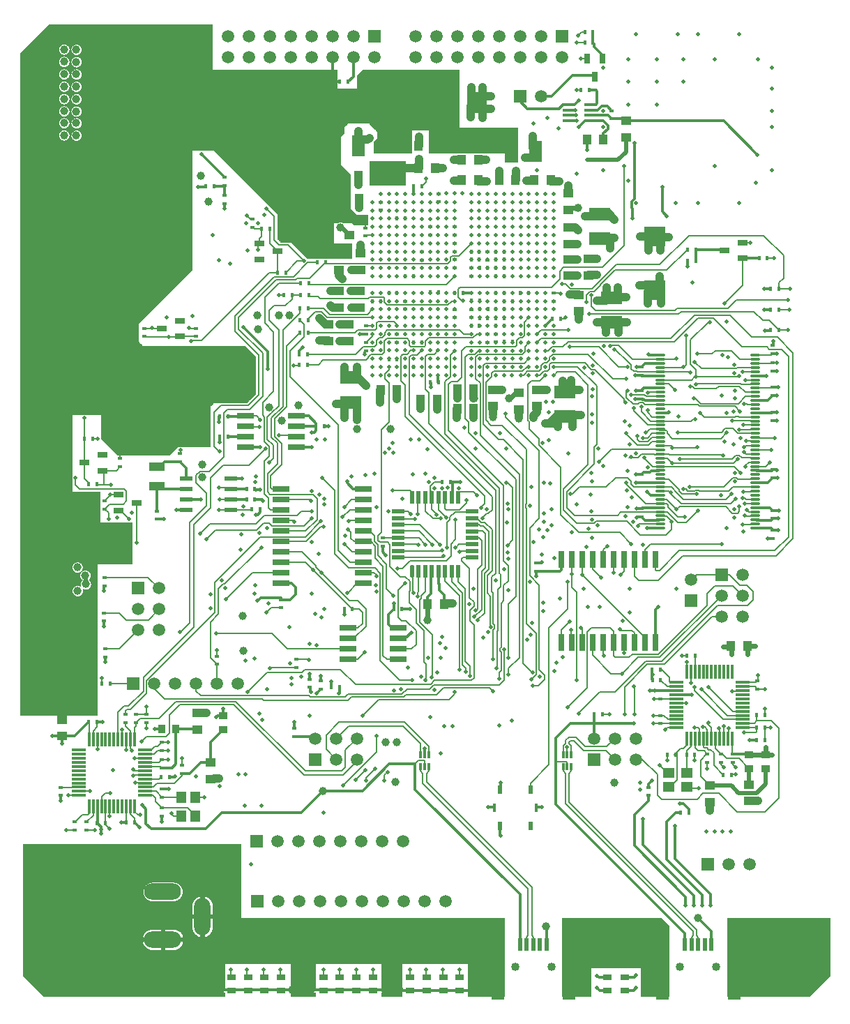
<source format=gbr>
G04 #@! TF.GenerationSoftware,KiCad,Pcbnew,5.0.0-rc2-dev-unknown-d35a6f1~64~ubuntu18.04.1*
G04 #@! TF.CreationDate,2018-05-21T11:58:16+02:00*
G04 #@! TF.ProjectId,Cryptech Alpha,437279707465636820416C7068612E6B,rev?*
G04 #@! TF.SameCoordinates,Original*
G04 #@! TF.FileFunction,Copper,L1,Top,Signal*
G04 #@! TF.FilePolarity,Positive*
%FSLAX46Y46*%
G04 Gerber Fmt 4.6, Leading zero omitted, Abs format (unit mm)*
G04 Created by KiCad (PCBNEW 5.0.0-rc2-dev-unknown-d35a6f1~64~ubuntu18.04.1) date Mon May 21 11:58:16 2018*
%MOMM*%
%LPD*%
G01*
G04 APERTURE LIST*
%ADD10C,1.500000*%
%ADD11R,1.500000X1.500000*%
%ADD12R,1.000000X1.200000*%
%ADD13R,0.600000X0.450000*%
%ADD14R,0.450000X0.600000*%
%ADD15R,1.200000X1.000000*%
%ADD16R,2.600000X2.400000*%
%ADD17R,2.600000X1.600000*%
%ADD18R,2.400000X2.600000*%
%ADD19R,1.600000X2.600000*%
%ADD20C,1.016000*%
%ADD21R,1.600000X2.000000*%
%ADD22R,0.600000X1.600000*%
%ADD23R,1.200000X0.800000*%
%ADD24R,1.000000X0.900000*%
%ADD25R,0.900000X1.000000*%
%ADD26R,2.032000X0.660400*%
%ADD27R,0.660400X2.032000*%
%ADD28R,0.300000X0.850000*%
%ADD29O,2.000000X4.500000*%
%ADD30O,4.500000X2.000000*%
%ADD31R,1.000000X0.800000*%
%ADD32R,0.800000X1.200000*%
%ADD33R,0.450000X1.016000*%
%ADD34R,0.609600X1.016000*%
%ADD35R,1.244600X0.406400*%
%ADD36O,1.200000X0.300000*%
%ADD37R,1.550000X0.600000*%
%ADD38R,0.300000X1.800000*%
%ADD39R,1.800000X0.300000*%
%ADD40O,0.550000X1.550000*%
%ADD41R,0.550000X1.550000*%
%ADD42R,1.550000X0.550000*%
%ADD43R,1.905000X1.117600*%
%ADD44R,1.193800X1.397000*%
%ADD45R,1.397000X1.193800*%
%ADD46C,0.500000*%
%ADD47C,1.000000*%
%ADD48C,0.600000*%
%ADD49C,0.300000*%
%ADD50C,0.150000*%
%ADD51C,0.164000*%
%ADD52C,0.600000*%
%ADD53C,1.000000*%
%ADD54C,0.200000*%
%ADD55C,0.500000*%
%ADD56C,0.050000*%
G04 APERTURE END LIST*
D10*
X36580000Y-6000000D03*
X54360000Y-6000000D03*
X51820000Y-6000000D03*
X49280000Y-6000000D03*
X46740000Y-6000000D03*
X44200000Y-6000000D03*
X41660000Y-6000000D03*
X39120000Y-6000000D03*
X34040000Y-6000000D03*
D11*
X31500000Y-6000000D03*
X84160740Y30530000D03*
D10*
X84160740Y33070000D03*
D12*
X71500000Y86500000D03*
X73500000Y86500000D03*
D13*
X74500000Y89000000D03*
X74500000Y90000000D03*
D14*
X70750000Y92500000D03*
X71750000Y92500000D03*
D15*
X76250000Y88750000D03*
X76250000Y86750000D03*
D14*
X13625000Y20450000D03*
X12625000Y20450000D03*
D13*
X26600000Y23800000D03*
X26600000Y22800000D03*
X37800000Y21000000D03*
X37800000Y20000000D03*
X39200000Y20800000D03*
X39200000Y19800000D03*
X94056200Y38108000D03*
X94056200Y39108000D03*
X78105000Y41727400D03*
X78105000Y40727400D03*
X94056200Y55405400D03*
X94056200Y56405400D03*
X78105000Y57894600D03*
X78105000Y58894600D03*
X94056200Y45423200D03*
X94056200Y46423200D03*
X78105000Y55024400D03*
X78105000Y56024400D03*
X94056200Y61493400D03*
X94056200Y60493400D03*
X94056200Y40495600D03*
X94056200Y41495600D03*
X94056200Y58377200D03*
X94056200Y59377200D03*
X78105000Y44864400D03*
X78105000Y45864400D03*
X94056200Y52408200D03*
X94056200Y53408200D03*
D14*
X39600000Y51675000D03*
X38600000Y51675000D03*
D13*
X22100000Y48375000D03*
X22100000Y47375000D03*
X19300000Y41400000D03*
X19300000Y40400000D03*
X10719800Y2684400D03*
X10719800Y3684400D03*
X19889200Y4360800D03*
X19889200Y5360800D03*
X9297400Y2684400D03*
X9297400Y3684400D03*
D15*
X25807400Y10890000D03*
X25807400Y8890000D03*
D13*
X19889200Y7697600D03*
X19889200Y6697600D03*
X22325000Y10525000D03*
X22325000Y9525000D03*
D15*
X24207200Y16884400D03*
X24207200Y14884400D03*
D13*
X19889200Y10228200D03*
X19889200Y11228200D03*
D15*
X7773400Y14071600D03*
X7773400Y16071600D03*
D14*
X13048600Y3565400D03*
X12048600Y3565400D03*
X15579200Y3590800D03*
X16579200Y3590800D03*
D13*
X19889200Y12336400D03*
X19889200Y13336400D03*
D14*
X11032600Y15782800D03*
X12032600Y15782800D03*
X80459200Y20897600D03*
X79459200Y20897600D03*
X82300000Y11825000D03*
X81300000Y11825000D03*
X80425000Y22150000D03*
X79425000Y22150000D03*
D15*
X86419000Y8066800D03*
X86419000Y6066800D03*
D14*
X83599400Y11829800D03*
X84599400Y11829800D03*
D13*
X86131400Y11923400D03*
X86131400Y10923400D03*
D15*
X91186000Y6207000D03*
X91186000Y8207000D03*
D13*
X87782400Y10923400D03*
X87782400Y11923400D03*
D12*
X91000000Y25000000D03*
X89000000Y25000000D03*
D13*
X80391000Y16597000D03*
X80391000Y15597000D03*
X89230200Y10923400D03*
X89230200Y11923400D03*
X92202000Y20813400D03*
X92202000Y19813400D03*
X80391000Y18619600D03*
X80391000Y19619600D03*
D12*
X54152600Y30147800D03*
X52152600Y30147800D03*
D14*
X54904000Y44950800D03*
X53904000Y44950800D03*
X53583200Y32428600D03*
X52583200Y32428600D03*
D13*
X65325000Y35125000D03*
X65325000Y34125000D03*
D14*
X55456200Y67894200D03*
X56456200Y67894200D03*
D13*
X34352200Y29648200D03*
X34352200Y30648200D03*
D14*
X49050000Y29475000D03*
X48050000Y29475000D03*
X41500000Y93500000D03*
X42500000Y93500000D03*
D16*
X79705200Y68251000D03*
X79705200Y74751000D03*
D14*
X61434600Y69875400D03*
X60434600Y69875400D03*
X57437400Y72898000D03*
X58437400Y72898000D03*
D17*
X47929800Y86056600D03*
X47929800Y83056600D03*
D18*
X51625400Y90997000D03*
X58125400Y90997000D03*
D14*
X60434600Y70916800D03*
X61434600Y70916800D03*
X61460000Y63855600D03*
X60460000Y63855600D03*
X57437400Y71907400D03*
X58437400Y71907400D03*
X58462800Y66903600D03*
X57462800Y66903600D03*
D12*
X51070000Y83007200D03*
X53070000Y83007200D03*
D17*
X42849800Y57591350D03*
X42849800Y54591350D03*
D13*
X57454800Y69908800D03*
X57454800Y70908800D03*
D14*
X61460000Y67894200D03*
X60460000Y67894200D03*
D15*
X43992800Y70678800D03*
X43992800Y72678800D03*
D17*
X74523600Y64311400D03*
X74523600Y67311400D03*
D14*
X61450600Y66878200D03*
X62450600Y66878200D03*
D12*
X51070000Y85725000D03*
X53070000Y85725000D03*
X62849000Y81559400D03*
X60849000Y81559400D03*
D15*
X60121800Y56118000D03*
X60121800Y54118000D03*
D14*
X61434600Y65887600D03*
X60434600Y65887600D03*
D13*
X55473600Y70899400D03*
X55473600Y71899400D03*
D15*
X71678800Y72018400D03*
X71678800Y70018400D03*
X43916600Y68106800D03*
X43916600Y66106800D03*
D14*
X59478800Y65887600D03*
X58478800Y65887600D03*
D13*
X55473600Y72906000D03*
X55473600Y73906000D03*
D15*
X41427400Y66106800D03*
X41427400Y68106800D03*
X69265800Y69967600D03*
X69265800Y71967600D03*
D14*
X58453400Y64846200D03*
X59453400Y64846200D03*
X58453400Y70891400D03*
X59453400Y70891400D03*
D12*
X56302400Y84023200D03*
X58302400Y84023200D03*
D15*
X70485000Y67649600D03*
X70485000Y65649600D03*
D14*
X60434600Y64846200D03*
X61434600Y64846200D03*
D13*
X57454800Y64879600D03*
X57454800Y65879600D03*
D12*
X55743600Y53797200D03*
X57743600Y53797200D03*
X58302400Y81559400D03*
X56302400Y81559400D03*
D14*
X57437400Y63881000D03*
X58437400Y63881000D03*
D13*
X55422800Y65879600D03*
X55422800Y64879600D03*
D15*
X41402000Y72678800D03*
X41402000Y70678800D03*
D12*
X57769000Y56184800D03*
X55769000Y56184800D03*
D14*
X60434600Y71907400D03*
X61434600Y71907400D03*
D13*
X59436000Y71890000D03*
X59436000Y72890000D03*
D14*
X61460000Y72898000D03*
X60460000Y72898000D03*
D19*
X65279400Y85064600D03*
X62279400Y85064600D03*
X40791000Y85699600D03*
X43791000Y85699600D03*
D17*
X68834000Y55883000D03*
X68834000Y52883000D03*
X73075800Y74471400D03*
X73075800Y77471400D03*
D15*
X63246000Y53742980D03*
X63246000Y55742980D03*
D12*
X43773600Y82067400D03*
X41773600Y82067400D03*
X41824400Y79273400D03*
X43824400Y79273400D03*
D15*
X40157400Y64042800D03*
X40157400Y62042800D03*
X42595800Y62042800D03*
X42595800Y64042800D03*
D12*
X53298600Y54914800D03*
X51298600Y54914800D03*
D15*
X69265800Y79943200D03*
X69265800Y77943200D03*
X65455800Y56118000D03*
X65455800Y54118000D03*
D12*
X67116200Y81559400D03*
X65116200Y81559400D03*
D15*
X42621200Y74920600D03*
X42621200Y76920600D03*
X69265800Y73828400D03*
X69265800Y75828400D03*
D12*
X46447200Y56083200D03*
X48447200Y56083200D03*
D13*
X48437800Y62882400D03*
X48437800Y61882400D03*
D14*
X48455200Y59867800D03*
X47455200Y59867800D03*
D13*
X53467000Y78925800D03*
X53467000Y79925800D03*
D14*
X61450600Y61924400D03*
X62450600Y61924400D03*
X50436400Y69875400D03*
X49436400Y69875400D03*
D13*
X55473600Y75912600D03*
X55473600Y74912600D03*
X44678600Y63898400D03*
X44678600Y62898400D03*
D14*
X52509800Y56997600D03*
X53509800Y56997600D03*
D13*
X52451000Y75887200D03*
X52451000Y74887200D03*
D14*
X68318000Y64744600D03*
X67318000Y64744600D03*
X53459000Y67919600D03*
X52459000Y67919600D03*
D13*
X46431200Y78909800D03*
X46431200Y77909800D03*
X49453800Y65895600D03*
X49453800Y66895600D03*
D14*
X49436400Y58902600D03*
X50436400Y58902600D03*
X49445800Y76911200D03*
X48445800Y76911200D03*
D13*
X60452000Y61907800D03*
X60452000Y62907800D03*
D14*
X47455200Y67894200D03*
X48455200Y67894200D03*
X51427000Y80797400D03*
X50427000Y80797400D03*
X64431800Y67894200D03*
X63431800Y67894200D03*
X50452400Y61899800D03*
X51452400Y61899800D03*
D13*
X51460400Y72890000D03*
X51460400Y71890000D03*
X67462400Y67886200D03*
X67462400Y66886200D03*
D14*
X46448600Y66878200D03*
X45448600Y66878200D03*
D13*
X44595460Y75771950D03*
X44595460Y74771950D03*
X24003000Y62593600D03*
X24003000Y63593600D03*
X14833600Y47769400D03*
X14833600Y46769400D03*
X30911800Y75827000D03*
X30911800Y76827000D03*
X36000000Y15000000D03*
X36000000Y14000000D03*
D14*
X72400000Y16700000D03*
X73400000Y16700000D03*
D20*
X67209800Y-13884000D03*
X62800000Y-13884000D03*
D21*
X69360000Y-16900000D03*
X69360000Y-11394800D03*
X60660000Y-16900000D03*
D22*
X66600200Y-11200000D03*
X65800000Y-11200000D03*
X65000000Y-11200000D03*
X64200000Y-11200000D03*
X63400000Y-11200000D03*
D21*
X60660000Y-11394800D03*
D20*
X82800000Y-13884000D03*
X87209800Y-13884000D03*
D21*
X80660000Y-11394800D03*
D22*
X83400000Y-11200000D03*
X84200000Y-11200000D03*
X85000000Y-11200000D03*
X85800000Y-11200000D03*
X86600200Y-11200000D03*
D21*
X80660000Y-16900000D03*
X89360000Y-11394800D03*
X89360000Y-16900000D03*
D23*
X22080400Y62600800D03*
X22080400Y64500800D03*
X19880400Y63550800D03*
X10507800Y47269400D03*
X12707800Y48219400D03*
X12707800Y46319400D03*
X31716800Y73873400D03*
X31716800Y71973400D03*
X33916800Y72923400D03*
D24*
X27351200Y16572600D03*
X27351200Y14872600D03*
D25*
X21602800Y14919200D03*
X19902800Y14919200D03*
D24*
X93218000Y11816200D03*
X93218000Y10116200D03*
X91186000Y10116200D03*
X91186000Y11816200D03*
D26*
X30081800Y52933000D03*
X36228600Y52933000D03*
X30081800Y51663000D03*
X30081800Y50393000D03*
X36228600Y51663000D03*
X36228600Y50393000D03*
X30081800Y49123000D03*
X36228600Y49123000D03*
X44385200Y32637400D03*
X44385200Y33907400D03*
X44385200Y35177400D03*
X44385200Y36447400D03*
X44385200Y37717400D03*
X44385200Y38987400D03*
X44385200Y40257400D03*
X44385200Y41527400D03*
X34326800Y41527400D03*
X34326800Y40257400D03*
X34326800Y38987400D03*
X34326800Y37717400D03*
X34326800Y36447400D03*
X34326800Y35177400D03*
X34326800Y33907400D03*
X34326800Y32637400D03*
X44385200Y42797400D03*
X44385200Y44067400D03*
X34326800Y42797400D03*
X34326800Y44067400D03*
X48610200Y23378200D03*
X42463400Y23378200D03*
X48610200Y24648200D03*
X48610200Y25918200D03*
X42463400Y24648200D03*
X42463400Y25918200D03*
X48610200Y27188200D03*
X42463400Y27188200D03*
D27*
X79806800Y35493200D03*
X78536800Y35493200D03*
X79806800Y25434800D03*
X78536800Y25434800D03*
X68376800Y35493200D03*
X69646800Y35493200D03*
X70916800Y35493200D03*
X72186800Y35493200D03*
X73456800Y35493200D03*
X74726800Y35493200D03*
X75996800Y35493200D03*
X77266800Y35493200D03*
X77266800Y25434800D03*
X75996800Y25434800D03*
X74726800Y25434800D03*
X73456800Y25434800D03*
X72186800Y25434800D03*
X70916800Y25434800D03*
X69646800Y25434800D03*
X68376800Y25434800D03*
D28*
X52316000Y11799400D03*
X51816000Y11799400D03*
X51316000Y11799400D03*
X51316000Y10349400D03*
X51816000Y10349400D03*
X52316000Y10349400D03*
X69613400Y10349400D03*
X69113400Y10349400D03*
X68613400Y10349400D03*
X68613400Y11799400D03*
X69113400Y11799400D03*
X69613400Y11799400D03*
D10*
X29133790Y20421600D03*
X26593790Y20421600D03*
X24053790Y20421600D03*
X21513790Y20421600D03*
X18973790Y20421600D03*
D11*
X16433790Y20421600D03*
X38506390Y11252200D03*
D10*
X38506390Y13792200D03*
X41046390Y11252200D03*
X41046390Y13792200D03*
X43586390Y11252200D03*
X43586390Y13792200D03*
X77444590Y13792200D03*
X77444590Y11252200D03*
X74904590Y13792200D03*
X74904590Y11252200D03*
X72364590Y13792200D03*
D11*
X72364590Y11252200D03*
D29*
X24800000Y-7800000D03*
D30*
X20000000Y-10600000D03*
X20000000Y-4800000D03*
D10*
X65916800Y91744800D03*
D11*
X63376800Y91744800D03*
X87847000Y33705800D03*
D10*
X90387000Y33705800D03*
X87847000Y31165800D03*
X90387000Y31165800D03*
X87847000Y28625800D03*
X90387000Y28625800D03*
X91219330Y-1500000D03*
X88679330Y-1500000D03*
D11*
X86139330Y-1500000D03*
X16980000Y32015000D03*
D10*
X19520000Y32015000D03*
X16980000Y29475000D03*
X19520000Y29475000D03*
X16980000Y26935000D03*
X19520000Y26935000D03*
D31*
X45514200Y-15200000D03*
X45514200Y-16800000D03*
X41514190Y-16800000D03*
X41514190Y-15200000D03*
X39514190Y-15200000D03*
X39514190Y-16800000D03*
X43514200Y-16800000D03*
X43514200Y-15200000D03*
X34350000Y-15200000D03*
X34350000Y-16800000D03*
X30350000Y-16800000D03*
X30350000Y-15200000D03*
X28350000Y-15200000D03*
X28350000Y-16800000D03*
X32350000Y-16800000D03*
X32350000Y-15200000D03*
X74000000Y-15200000D03*
X74000000Y-16800000D03*
X52050000Y-16800000D03*
X52050000Y-15200000D03*
X56050000Y-15200000D03*
X56050000Y-16800000D03*
X54050000Y-16800000D03*
X54050000Y-15200000D03*
X50050000Y-15200000D03*
X50050000Y-16800000D03*
X76132250Y-16800000D03*
X76132250Y-15200000D03*
D32*
X72452000Y94138800D03*
X71502000Y96338800D03*
X73402000Y96338800D03*
D23*
X88206400Y73050400D03*
X90406400Y74000400D03*
X90406400Y72100400D03*
X14639800Y43360600D03*
X14639800Y41460600D03*
X16839800Y42410600D03*
D13*
X27500000Y81900000D03*
X27500000Y80900000D03*
X27500000Y78700000D03*
X27500000Y79700000D03*
D14*
X25204800Y80830800D03*
X26204800Y80830800D03*
X72250000Y99500000D03*
X71250000Y99500000D03*
X72250000Y98250000D03*
X71250000Y98250000D03*
X41470200Y20040600D03*
X40470200Y20040600D03*
X27940200Y50393000D03*
X26940200Y50393000D03*
X26925000Y52900000D03*
X27925000Y52900000D03*
X30808600Y41629000D03*
X31808600Y41629000D03*
X31183200Y42799000D03*
X30183200Y42799000D03*
X30183200Y44094400D03*
X31183200Y44094400D03*
X19795600Y9153400D03*
X20795600Y9153400D03*
D13*
X7621000Y6875400D03*
X7621000Y7875400D03*
D14*
X88025000Y9400000D03*
X89025000Y9400000D03*
X83675600Y23844000D03*
X84675600Y23844000D03*
D13*
X46700000Y38125000D03*
X46700000Y37125000D03*
X36220400Y23385400D03*
X36220400Y22385400D03*
X79000000Y7875000D03*
X79000000Y6875000D03*
D14*
X38750000Y71575000D03*
X39750000Y71575000D03*
X83709000Y71729600D03*
X84709000Y71729600D03*
X35700000Y67650000D03*
X34700000Y67650000D03*
X92413200Y72110600D03*
X93413200Y72110600D03*
X94835600Y68402200D03*
X93835600Y68402200D03*
X93810200Y65862200D03*
X94810200Y65862200D03*
X94810200Y63347600D03*
X93810200Y63347600D03*
D13*
X12900000Y32325000D03*
X12900000Y33325000D03*
X12875000Y29050000D03*
X12875000Y28050000D03*
X13000000Y23700000D03*
X13000000Y24700000D03*
D14*
X42025000Y29475000D03*
X43025000Y29475000D03*
X84709000Y73126600D03*
X83709000Y73126600D03*
X37725000Y67650000D03*
X36725000Y67650000D03*
D13*
X44700000Y60850000D03*
X44700000Y61850000D03*
D14*
X37775000Y69025000D03*
X36775000Y69025000D03*
D13*
X17780000Y63593600D03*
X17780000Y62593600D03*
D14*
X11498200Y50165000D03*
X10498200Y50165000D03*
X11000000Y44700000D03*
X12000000Y44700000D03*
X34917000Y70358000D03*
X33917000Y70358000D03*
X32975000Y75625000D03*
X31975000Y75625000D03*
D13*
X12971200Y41656600D03*
X12971200Y42656600D03*
D14*
X82900000Y4800000D03*
X83900000Y4800000D03*
X36650000Y66000000D03*
X37650000Y66000000D03*
X37650000Y64560670D03*
X36650000Y64560670D03*
X36650000Y63050000D03*
X37650000Y63050000D03*
D13*
X16752300Y15740000D03*
X16752300Y16740000D03*
X15495000Y16740000D03*
X15495000Y15740000D03*
D14*
X92108400Y15131800D03*
X93108400Y15131800D03*
X93108400Y16605000D03*
X92108400Y16605000D03*
X93108400Y13633200D03*
X92108400Y13633200D03*
D13*
X18009600Y15740000D03*
X18009600Y16740000D03*
D33*
X65317000Y5360800D03*
X60265000Y5360800D03*
D34*
X60945800Y7560800D03*
X60945800Y3151000D03*
X64650000Y3151000D03*
X64650000Y7560800D03*
D10*
X49190000Y1300000D03*
D11*
X31410000Y1300000D03*
D10*
X33950000Y1300000D03*
X36490000Y1300000D03*
X39030000Y1300000D03*
X41570000Y1300000D03*
X44110000Y1300000D03*
X46650000Y1300000D03*
X50692990Y96494600D03*
X50692990Y99034600D03*
X53232990Y96494600D03*
X53232990Y99034600D03*
X55772990Y96494600D03*
X55772990Y99034600D03*
X58312990Y96494600D03*
X58312990Y99034600D03*
X60852990Y96494600D03*
X60852990Y99034600D03*
X63392990Y96494600D03*
X63392990Y99034600D03*
X65932990Y96494600D03*
X65932990Y99034600D03*
X68472990Y96494600D03*
D11*
X68472990Y99034600D03*
X45689190Y99034600D03*
D10*
X45689190Y96494600D03*
X43149190Y99034600D03*
X43149190Y96494600D03*
X40609190Y99034600D03*
X40609190Y96494600D03*
X38069190Y99034600D03*
X38069190Y96494600D03*
X35529190Y99034600D03*
X35529190Y96494600D03*
X32989190Y99034600D03*
X32989190Y96494600D03*
X30449190Y99034600D03*
X30449190Y96494600D03*
X27909190Y99034600D03*
X27909190Y96494600D03*
D35*
X69200000Y90725000D03*
X69200000Y90075000D03*
X69200000Y89419800D03*
X69200000Y88759400D03*
X71820800Y88759400D03*
X71820800Y89419800D03*
X71820800Y90075000D03*
X71820800Y90725000D03*
D36*
X80420400Y60326400D03*
X80420400Y59826400D03*
X80420400Y59326400D03*
X80420400Y58826400D03*
X80420400Y58326400D03*
X80420400Y57826400D03*
X80420400Y57326400D03*
X80420400Y56826400D03*
X80420400Y56326400D03*
X80420400Y55826400D03*
X80420400Y55326400D03*
X80420400Y54826400D03*
X80420400Y54326400D03*
X80420400Y53826400D03*
X80420400Y53326400D03*
X80420400Y52826400D03*
X80420400Y52326400D03*
X80420400Y51826400D03*
X80420400Y51326400D03*
X80420400Y50826400D03*
X80420400Y50326400D03*
X80420400Y49826400D03*
X80420400Y49326400D03*
X80420400Y48826400D03*
X80420400Y48326400D03*
X80420400Y47826400D03*
X80420400Y47326400D03*
X80420400Y46826400D03*
X80420400Y46326400D03*
X80420400Y45826400D03*
X80420400Y45326400D03*
X80420400Y44826400D03*
X80420400Y44326400D03*
X80420400Y43826400D03*
X80420400Y43326400D03*
X80420400Y42826400D03*
X80420400Y42326400D03*
X80420400Y41826400D03*
X80420400Y41326400D03*
X80420400Y40826400D03*
X80420400Y40326400D03*
X80420400Y39826400D03*
X80420400Y39326400D03*
X91920400Y60326400D03*
X91920400Y59826400D03*
X91920400Y59326400D03*
X91920400Y58826400D03*
X91920400Y58326400D03*
X91920400Y57826400D03*
X91920400Y57326400D03*
X91920400Y56826400D03*
X91920400Y56326400D03*
X91920400Y55826400D03*
X91920400Y55326400D03*
X91920400Y54826400D03*
X91920400Y54326400D03*
X91920400Y53826400D03*
X91920400Y53326400D03*
X91920400Y52826400D03*
X91920400Y52326400D03*
X91920400Y51826400D03*
X91920400Y51326400D03*
X91920400Y50826400D03*
X91920400Y50326400D03*
X91920400Y49826400D03*
X91920400Y49326400D03*
X91920400Y48826400D03*
X91920400Y48326400D03*
X91920400Y47826400D03*
X91920400Y47326400D03*
X91920400Y46826400D03*
X91920400Y46326400D03*
X91920400Y45826400D03*
X91920400Y45326400D03*
X91920400Y44826400D03*
X91920400Y44326400D03*
X91920400Y43826400D03*
X91920400Y43326400D03*
X91920400Y42826400D03*
X91920400Y42326400D03*
X91920400Y41826400D03*
X91920400Y41326400D03*
X91920400Y40826400D03*
X91920400Y40326400D03*
X91920400Y39826400D03*
X91920400Y39326400D03*
D37*
X28292400Y45355000D03*
X28292400Y44085000D03*
X28292400Y42815000D03*
X28292400Y41545000D03*
X22882200Y41545000D03*
X22882200Y42815000D03*
X22882200Y44085000D03*
X22882200Y45355000D03*
D38*
X16568600Y5586000D03*
X16068600Y5586000D03*
X15568600Y5586000D03*
X15068600Y5586000D03*
X14568600Y5586000D03*
X14068600Y5586000D03*
X13568600Y5586000D03*
X13068600Y5586000D03*
X12568600Y5586000D03*
X12068600Y5586000D03*
X11568600Y5586000D03*
X11068600Y5586000D03*
D39*
X9768600Y6886000D03*
X9768600Y7385990D03*
X9768600Y7886000D03*
X9768600Y8386000D03*
X9768600Y8886000D03*
X9768600Y9386000D03*
X9768600Y9885990D03*
X9768600Y10386000D03*
X9768600Y10886000D03*
X9768600Y11386000D03*
X9768600Y11886000D03*
X9768600Y12386000D03*
D38*
X11068600Y13686000D03*
X11568600Y13686000D03*
X12068600Y13686000D03*
X12568600Y13686000D03*
X13068600Y13686000D03*
X13568600Y13686000D03*
X14068600Y13686000D03*
X14568600Y13686000D03*
X15068600Y13686000D03*
X15568600Y13686000D03*
X16068600Y13686000D03*
X16568600Y13686000D03*
D39*
X17868600Y12386000D03*
X17868600Y11886000D03*
X17868600Y11386000D03*
X17868600Y10886000D03*
X17868600Y10386000D03*
X17868600Y9885990D03*
X17868600Y9386000D03*
X17868600Y8886000D03*
X17868600Y8386000D03*
X17868600Y7886000D03*
X17868600Y7385990D03*
X17868600Y6886000D03*
D38*
X83635400Y13799600D03*
X84135400Y13799600D03*
X84635400Y13799600D03*
X85135400Y13799600D03*
X85635400Y13799600D03*
X86135400Y13799600D03*
X86635400Y13799600D03*
X87135400Y13799600D03*
X87635400Y13799600D03*
X88135400Y13799600D03*
X88635400Y13799600D03*
X89135400Y13799600D03*
D39*
X90435400Y15099600D03*
X90435400Y15599600D03*
X90435400Y16099600D03*
X90435400Y16599600D03*
X90435400Y17099600D03*
X90435400Y17599600D03*
X90435400Y18099600D03*
X90435400Y18599600D03*
X90435400Y19099600D03*
X90435400Y19599600D03*
X90435400Y20099600D03*
X90435400Y20599600D03*
D38*
X89135400Y21899600D03*
X88635400Y21899600D03*
X88135400Y21899600D03*
X87635400Y21899600D03*
X87135400Y21899600D03*
X86635400Y21899600D03*
X86135400Y21899600D03*
X85635400Y21899600D03*
X85135400Y21899600D03*
X84635400Y21899600D03*
X84135400Y21899600D03*
X83635400Y21899600D03*
D39*
X82335400Y20599600D03*
X82335400Y20099600D03*
X82335400Y19599600D03*
X82335400Y19099600D03*
X82335400Y18599600D03*
X82335400Y18099600D03*
X82335400Y17599600D03*
X82335400Y17099600D03*
X82335400Y16599600D03*
X82335400Y16099600D03*
X82335400Y15599600D03*
X82335400Y15099600D03*
D40*
X50283200Y34075000D03*
D41*
X51083200Y34075000D03*
X51883200Y34075000D03*
X52683200Y34075000D03*
X53483200Y34075000D03*
X54283200Y34075000D03*
X55083200Y34075000D03*
X55883200Y34075000D03*
D42*
X57558200Y35750000D03*
X57558200Y36550000D03*
X57558200Y37350000D03*
X57558200Y38150000D03*
X57558200Y38950000D03*
X57558200Y39750000D03*
X57558200Y40550000D03*
X57558200Y41350000D03*
D41*
X55883200Y43025000D03*
X55083200Y43025000D03*
X54283200Y43025000D03*
X53483200Y43025000D03*
X52683200Y43025000D03*
X51883200Y43025000D03*
X51083200Y43025000D03*
X50283200Y43025000D03*
D42*
X48608200Y41350000D03*
X48608200Y40550000D03*
X48608200Y39750000D03*
X48608200Y38950000D03*
X48608200Y38150000D03*
X48608200Y37350000D03*
X48608200Y36550000D03*
X48608200Y35750000D03*
D43*
X19275000Y46819200D03*
X19275000Y44400000D03*
D44*
X22236800Y6617600D03*
X22236800Y4407800D03*
X23938600Y4407800D03*
X23938600Y6617600D03*
D45*
X83642600Y7936400D03*
X81432800Y7936400D03*
X81432800Y9638200D03*
X83642600Y9638200D03*
D13*
X59400000Y61900000D03*
X59400000Y62900000D03*
D14*
X37591000Y59175700D03*
X36591000Y59175700D03*
X37591000Y60407600D03*
X36591000Y60407600D03*
D46*
X50446300Y77889100D03*
X48440000Y69888100D03*
X47449000Y69888100D03*
X46433100Y69888100D03*
X58453420Y69892820D03*
X54434100Y69888100D03*
X54434100Y67889500D03*
X54434100Y66889500D03*
X54434100Y70904100D03*
X53443500Y69888100D03*
X59453420Y67884780D03*
X53443500Y66889500D03*
X53443500Y70904100D03*
X52452900Y69888100D03*
X53443500Y71894700D03*
X53443500Y65889500D03*
X54434100Y72885300D03*
X52452900Y71894700D03*
X53443500Y72885300D03*
X52452900Y65889500D03*
X53443500Y64889500D03*
X51436900Y69888100D03*
X51436900Y67889500D03*
X51436900Y70904100D03*
X54434100Y73901300D03*
X52452900Y72885300D03*
X53443500Y63889500D03*
X51436900Y65889500D03*
X50446300Y67889500D03*
X62453420Y69892820D03*
X62453420Y67884780D03*
X52452900Y63889500D03*
X50446300Y66889500D03*
X58448700Y74891900D03*
X50446300Y70904100D03*
X54434100Y74891900D03*
X52452900Y73901300D03*
X62448700Y70904100D03*
X51436900Y64889500D03*
X50446300Y71894700D03*
X50446300Y65889500D03*
X59448700Y74891900D03*
X62448700Y71894700D03*
X62453420Y65884780D03*
X51436900Y63889500D03*
X51436900Y73901300D03*
X49455700Y67889500D03*
X50446300Y72885300D03*
X52452900Y62889500D03*
X50446300Y64889500D03*
X60448700Y74891900D03*
X63453420Y69892820D03*
X62453420Y64884770D03*
X58448700Y75882500D03*
X49455700Y70904100D03*
X58453420Y61884780D03*
X63453420Y66884780D03*
X54434100Y61889500D03*
X53443500Y61889500D03*
X63448700Y71894700D03*
X63453420Y65884780D03*
X61448700Y74891900D03*
X61453430Y62884780D03*
X62453420Y63884770D03*
X50446300Y73901300D03*
X51436900Y62889500D03*
X49455700Y72885300D03*
X49455700Y64889500D03*
X60448700Y75882500D03*
X52452900Y61889500D03*
X63448700Y72885300D03*
X64453420Y69892820D03*
X57448700Y76898500D03*
X64453420Y66884780D03*
X64448700Y70904100D03*
X48439700Y66889500D03*
X58448700Y76898500D03*
X48439700Y70904100D03*
X50446300Y62889500D03*
X62448700Y74891900D03*
X62453420Y62884780D03*
X49455700Y63889500D03*
X49455700Y73901300D03*
X51436900Y75882500D03*
X64448700Y71894700D03*
X59453420Y60884780D03*
X64453420Y65884780D03*
X63453420Y63884770D03*
X48439700Y71894700D03*
X48439700Y65889500D03*
X59448700Y76898500D03*
X52452900Y60889500D03*
X64448700Y72885300D03*
X48439700Y72885300D03*
X48439700Y64889500D03*
X49455700Y74891900D03*
X49455700Y62889500D03*
X62448700Y75882500D03*
X57448700Y77889100D03*
X65453430Y69892820D03*
X65453430Y67884780D03*
X47449100Y66889500D03*
X65453430Y66884780D03*
X65448700Y70904100D03*
X61453430Y60884780D03*
X64453420Y63884770D03*
X61448700Y76898500D03*
X64448700Y73901300D03*
X47449100Y71894700D03*
X47449100Y65889500D03*
X59448700Y77889100D03*
X59453420Y59884770D03*
X49455700Y75882500D03*
X47449100Y72885300D03*
X60448700Y77889100D03*
X65448700Y72885300D03*
X60453420Y59884770D03*
X65453430Y64884770D03*
X64448700Y74891900D03*
X62453420Y60884780D03*
X48439700Y74891900D03*
X62448700Y76898500D03*
X66453420Y67884780D03*
X46433100Y67889500D03*
X57448700Y78905100D03*
X47449100Y63889500D03*
X61448700Y77889100D03*
X47449100Y73901300D03*
X58453420Y58884780D03*
X66453420Y66884780D03*
X66448700Y70904100D03*
X65453430Y63884770D03*
X65448700Y73901300D03*
X58448700Y78905100D03*
X46433100Y70904100D03*
X66448700Y71894700D03*
X66453420Y65884780D03*
X46433100Y71894700D03*
X59448700Y78905100D03*
X48439700Y75882500D03*
X63453420Y60884780D03*
X63448700Y76898500D03*
X47449100Y74891900D03*
X66448700Y72885300D03*
X65448700Y74891900D03*
X66453420Y64884770D03*
X60448700Y78905100D03*
X67453420Y69892820D03*
X45442500Y67889500D03*
X66448700Y73901300D03*
X46433100Y63889500D03*
X61448700Y78905100D03*
X46433100Y73901300D03*
X58448700Y79895700D03*
X45442500Y70904100D03*
X67448700Y70904100D03*
X64453420Y60884780D03*
X65448700Y75882500D03*
X63448700Y77889100D03*
X45442500Y71894700D03*
X67448700Y71894700D03*
X67453420Y65884780D03*
X46433100Y74891900D03*
X50446300Y78905100D03*
X46433100Y62889500D03*
X62448700Y78905100D03*
X45442500Y72885300D03*
X60448700Y79895700D03*
X64448700Y77889100D03*
X47449100Y76898500D03*
X48439700Y77889100D03*
X45442500Y73901300D03*
X67448700Y73901300D03*
X66448700Y75882500D03*
X46433100Y75882500D03*
X63448700Y78905100D03*
X67448700Y74891900D03*
X62448700Y79895700D03*
X66448700Y76898500D03*
X46433100Y60889500D03*
X64448700Y78905100D03*
X46433100Y76898500D03*
X45442500Y75882500D03*
X67448700Y75882500D03*
X45442500Y61889500D03*
X66448700Y77889100D03*
X66453420Y59884770D03*
X64448700Y79895700D03*
X45442500Y76898500D03*
X67448700Y76898500D03*
X66448700Y78905100D03*
X45442500Y78905100D03*
X67448700Y78905100D03*
X67448700Y79895700D03*
X51475000Y76875000D03*
X52450000Y76875000D03*
X63453420Y62884780D03*
X75850000Y28075000D03*
X47025000Y36050000D03*
X37750000Y23375000D03*
X24585000Y42815000D03*
X76675000Y31975000D03*
X56100000Y44900000D03*
D47*
X52125000Y28150000D03*
D46*
X65350000Y33525000D03*
X71425000Y37075000D03*
X70500000Y91250000D03*
X92207800Y84632800D03*
X66000000Y5500000D03*
D47*
X60660000Y-14963590D03*
X80500000Y-9536420D03*
X89500000Y-15000000D03*
X89487400Y-9500000D03*
X80660000Y-15067780D03*
X69488400Y-15000000D03*
X69488400Y-9000000D03*
X60500000Y-9413610D03*
X85000000Y-8000000D03*
X66500000Y-9000000D03*
X35750000Y-16750000D03*
X57500000Y-16800000D03*
X48750000Y-16750000D03*
X47000000Y-16750000D03*
X37982000Y-16750000D03*
X27000000Y-16800000D03*
D46*
X30530800Y-9000000D03*
X30750000Y-1500000D03*
X8250000Y2654120D03*
X11772170Y2692730D03*
D47*
X43593770Y52492120D03*
D46*
X84554130Y15100740D03*
X87550000Y15025000D03*
X88679330Y15000730D03*
X89125000Y19525000D03*
X12100590Y12500610D03*
X16700000Y8425000D03*
X13550000Y4400000D03*
X11125000Y7400000D03*
X79450000Y21550000D03*
X69113400Y12736600D03*
X51436900Y77889100D03*
D47*
X46125000Y85949990D03*
X40950000Y87500000D03*
X47175000Y87350000D03*
X48700000Y87325000D03*
D46*
X55450100Y75882500D03*
X57448700Y75882500D03*
X72202200Y58097800D03*
X52550000Y56400000D03*
D47*
X55225000Y30175000D03*
D46*
X57453420Y67884780D03*
X58453420Y67884780D03*
X57448700Y70904100D03*
X58453420Y66884780D03*
X55450100Y71894700D03*
X59453420Y69892820D03*
X57453420Y65884780D03*
X58448700Y71894700D03*
X59453420Y66884780D03*
X54434100Y65889500D03*
X59448700Y70904100D03*
X52452900Y67889500D03*
X57448700Y72885300D03*
X55445380Y64884770D03*
X60453420Y69892820D03*
X59453420Y65884780D03*
X52452900Y70904100D03*
X58453420Y64884770D03*
X60453420Y66884780D03*
X59448700Y72885300D03*
X60448700Y71894700D03*
X57453420Y63884770D03*
X61453430Y67884780D03*
X55450100Y73901300D03*
X61448700Y70904100D03*
X51436900Y66889500D03*
X58448700Y73901300D03*
X60453420Y64884770D03*
X59453420Y63884770D03*
X61453430Y65884780D03*
X53443500Y73901300D03*
X59448700Y73901300D03*
X57448700Y74891900D03*
X61448700Y72885300D03*
X62453420Y66884780D03*
X60448700Y73901300D03*
X53443500Y62889500D03*
X61453430Y63884770D03*
X61448700Y73901300D03*
X49455700Y69888100D03*
X57453420Y61884780D03*
X63453420Y67884780D03*
X49455700Y66889500D03*
X63448700Y70904100D03*
X49455700Y71894700D03*
X59448700Y75882500D03*
X59453420Y61884780D03*
X50446300Y63889500D03*
X62448700Y73901300D03*
X60453420Y61884780D03*
X55450100Y76898500D03*
X48439700Y67889500D03*
X54434100Y76898500D03*
X50446300Y74891900D03*
X61448700Y75882500D03*
X61453430Y61884780D03*
X63448700Y73901300D03*
X60453420Y60884780D03*
X60448700Y76898500D03*
X55450100Y77889100D03*
X50446300Y61889500D03*
X63448700Y74891900D03*
X58448700Y77889100D03*
X65453430Y65884780D03*
X63448700Y75882500D03*
X47449100Y64889500D03*
X52452900Y59889500D03*
X64453420Y62884780D03*
X55445380Y58884780D03*
X66453420Y69892820D03*
X55450100Y78905100D03*
X49455700Y60889500D03*
X64448700Y75882500D03*
X48439700Y61889500D03*
X62448700Y77889100D03*
X46433100Y72885300D03*
X45442500Y69888100D03*
X57448700Y79895700D03*
X64448700Y76898500D03*
X48439700Y76898500D03*
X47449100Y75882500D03*
X63453420Y59884770D03*
X59453420Y57884780D03*
X59448700Y79895700D03*
X67448700Y72885300D03*
X48439700Y59889500D03*
X65448700Y76898500D03*
X61448700Y79895700D03*
X49455700Y58889500D03*
X46433100Y61889500D03*
X65448700Y77889100D03*
X48439700Y78905100D03*
X67453420Y61884780D03*
X63448700Y79895700D03*
X65448700Y78905100D03*
X66453420Y58884780D03*
X65448700Y79895700D03*
X45442500Y58889500D03*
X66448700Y79895700D03*
X46431200Y78909800D03*
X56413400Y79959200D03*
D47*
X7250000Y82000000D03*
X8250000Y82000000D03*
X9250000Y82000000D03*
X10250000Y82000000D03*
X11250000Y82000000D03*
X12250000Y82000000D03*
X13250000Y82000000D03*
X14250000Y82000000D03*
X15250000Y82000000D03*
X16250000Y82000000D03*
X17250000Y82000000D03*
X18250000Y82000000D03*
X18250000Y80750000D03*
X17250000Y80750000D03*
X16250000Y80750000D03*
X15250000Y80750000D03*
X14250000Y80750000D03*
X13250000Y80750000D03*
X12250000Y80750000D03*
X11250000Y80750000D03*
X10250000Y80750000D03*
X9250000Y80750000D03*
X8250000Y80750000D03*
X7250000Y80750000D03*
X18250000Y79500000D03*
X17250000Y79500000D03*
X16250000Y79500000D03*
X15250000Y79500000D03*
X14250000Y79500000D03*
X13250000Y79500000D03*
X12250000Y79500000D03*
X11250000Y79500000D03*
X10250000Y79500000D03*
X9250000Y79500000D03*
X8250000Y79500000D03*
X7250000Y79500000D03*
X18250000Y78250000D03*
X17250000Y78250000D03*
X16250000Y78250000D03*
X15250000Y78250000D03*
X14250000Y78250000D03*
X13250000Y78250000D03*
X12250000Y78250000D03*
X11250000Y78250000D03*
X10250000Y78250000D03*
X9250000Y78250000D03*
X8250000Y78250000D03*
X7250000Y78250000D03*
X18250000Y77000000D03*
X17250000Y77000000D03*
X16250000Y77000000D03*
X15250000Y77000000D03*
X14250000Y77000000D03*
X13250000Y77000000D03*
X12250000Y77000000D03*
X11250000Y77000000D03*
X10250000Y77000000D03*
X9250000Y77000000D03*
X8250000Y77000000D03*
X7250000Y77000000D03*
X18250000Y75750000D03*
X17250000Y75750000D03*
X16250000Y75750000D03*
X15250000Y75750000D03*
X14250000Y75750000D03*
X13250000Y75750000D03*
X12250000Y75750000D03*
X11250000Y75750000D03*
X10250000Y75750000D03*
X9250000Y75750000D03*
X8250000Y75750000D03*
X7250000Y75750000D03*
X18250000Y74500000D03*
X17250000Y74500000D03*
X16250000Y74500000D03*
X15250000Y74500000D03*
X14250000Y74500000D03*
X13250000Y74500000D03*
X12250000Y74500000D03*
X11250000Y74500000D03*
X10250000Y74500000D03*
X9250000Y74500000D03*
X8250000Y74500000D03*
X7250000Y74500000D03*
X39025000Y62075000D03*
X41475000Y62025000D03*
X41050000Y54450000D03*
X51300000Y53800000D03*
X55700000Y52700000D03*
X55775000Y55075000D03*
X67950000Y51650000D03*
X69750040Y51650000D03*
X70500000Y64675000D03*
X72750000Y64300000D03*
X76325000Y64300000D03*
X73825000Y63050000D03*
X75325000Y63050000D03*
X70375000Y71950000D03*
X72750000Y72025000D03*
X80400000Y73050000D03*
X78975000Y73025000D03*
X77925000Y74700000D03*
X81450000Y74625000D03*
X70350000Y73825000D03*
X74825000Y74525000D03*
X69275000Y80925000D03*
X68125000Y81450000D03*
X62875000Y82675000D03*
X55350000Y81525000D03*
X55325000Y84000000D03*
X62200000Y86850000D03*
X61000000Y85575000D03*
X54025000Y85750000D03*
X54025000Y83050000D03*
X49725000Y86075000D03*
X52300000Y89200000D03*
X50925000Y89175000D03*
X50925000Y92800000D03*
X52300000Y92775000D03*
X49925000Y91725000D03*
X49950000Y90275000D03*
X39525000Y86450000D03*
X42075010Y80975000D03*
X42200000Y78175000D03*
X42450000Y72675000D03*
X42875000Y66100000D03*
X40350000Y66375000D03*
X38775000Y76600000D03*
X39900000Y76600000D03*
X40375000Y79200000D03*
X38775000Y72825000D03*
X39825000Y72800000D03*
X38750000Y75425000D03*
X39875000Y75375000D03*
X24275000Y99850000D03*
X24275000Y98350000D03*
X24275000Y94850000D03*
X24275000Y93350000D03*
X24275000Y89850000D03*
X24275000Y88250000D03*
X5150000Y53724980D03*
X5100000Y54900000D03*
X6400000Y56700000D03*
X7700000Y56700000D03*
X7800000Y58900000D03*
X6500000Y58900000D03*
X5100000Y61600000D03*
X5100000Y60300000D03*
X12100000Y67900000D03*
X12100000Y66500000D03*
X13800000Y69600000D03*
X32900000Y54000000D03*
X36500000Y54200000D03*
X24800000Y51400000D03*
X24800000Y49900000D03*
X24800000Y47000000D03*
X24800000Y45500000D03*
X7200000Y40150000D03*
X7200000Y42100000D03*
X4150000Y40150000D03*
X4100000Y42100000D03*
X29750000Y24450000D03*
X92300000Y6200000D03*
X86425000Y5075000D03*
X74850000Y8475000D03*
X48275000Y8500000D03*
X26850000Y8975000D03*
X7750000Y17050000D03*
X25275000Y16900000D03*
X43549990Y51350000D03*
X74300000Y73300000D03*
D46*
X94100000Y62000000D03*
X93300000Y57800000D03*
X94600000Y58400000D03*
X94600000Y55400000D03*
X94600000Y52400000D03*
X94676800Y45423200D03*
X94795600Y41495600D03*
X93500000Y38100000D03*
X79000000Y60400000D03*
X77505400Y58894600D03*
X77424400Y56024400D03*
X73556800Y61456800D03*
X72128800Y52128800D03*
X60934600Y50865400D03*
X56588800Y51511200D03*
X50147600Y50052400D03*
X39717600Y50082400D03*
X31235800Y44935800D03*
X29821800Y41978200D03*
X29550000Y38550000D03*
X29417600Y36717600D03*
X27207800Y33007800D03*
X27550000Y32050000D03*
X31123000Y31377000D03*
X32700000Y39300000D03*
X39200000Y21400000D03*
X37800000Y21600000D03*
X40470200Y20729800D03*
D47*
X48450000Y13350000D03*
D46*
X55186200Y15313800D03*
X62400000Y15951200D03*
X67529000Y21971000D03*
X68584000Y23684000D03*
X67792600Y23007400D03*
X66156600Y30243400D03*
X66038400Y35161600D03*
X66285400Y41114600D03*
X65042800Y88442800D03*
X87923600Y60326400D03*
X89416000Y59166000D03*
X89454200Y56045800D03*
X88423600Y53326400D03*
X89487400Y45987400D03*
X89398000Y40648000D03*
X88439200Y39310800D03*
X48439700Y57889500D03*
D47*
X63200000Y52650000D03*
X60100000Y52800000D03*
D46*
X72150000Y55375000D03*
X58000000Y50825000D03*
X81450000Y53375000D03*
X72007600Y41392400D03*
X87800000Y43324000D03*
X43900000Y62875000D03*
X77453780Y45852240D03*
D47*
X66478240Y52027540D03*
X65053170Y52702570D03*
D46*
X72157800Y45042200D03*
X72117400Y38182600D03*
X78810800Y39310800D03*
X84599400Y11125600D03*
X81300000Y11150000D03*
X86131400Y10168600D03*
X89525000Y9425000D03*
X88100000Y10300000D03*
X89600000Y10275000D03*
X93163400Y19813400D03*
X88032000Y24968000D03*
X89032000Y24032000D03*
X83635400Y23039600D03*
X79655400Y18619600D03*
X83546400Y18103600D03*
X79600000Y15597000D03*
X81050000Y14900000D03*
X74225000Y16700000D03*
X12875000Y27375000D03*
X13000000Y23050000D03*
X12625000Y21175000D03*
X26600000Y24550000D03*
X51816000Y12559000D03*
X36000000Y15825000D03*
X19889200Y3689200D03*
X20750000Y7697600D03*
X21500000Y9225000D03*
X20625000Y11228200D03*
X22325000Y11375000D03*
X20686390Y12336400D03*
X8564000Y6886000D03*
X13575000Y2850000D03*
X53725000Y11975000D03*
X17225000Y4500000D03*
X17170000Y3000000D03*
X12717200Y15782800D03*
X73500000Y95250000D03*
X73500000Y90000000D03*
X73500000Y88000000D03*
X73500000Y82750000D03*
X77500000Y78750000D03*
X82250000Y78750000D03*
X85000000Y78750000D03*
X90000000Y78750000D03*
X94000000Y82750000D03*
X93954600Y92647600D03*
X90000000Y99250000D03*
X85000000Y99250000D03*
X82500000Y99250000D03*
X77500000Y99250000D03*
X76500000Y96250000D03*
X80000000Y96250000D03*
X83250000Y96250000D03*
X76500000Y93500000D03*
X80000000Y93500000D03*
X83250000Y93500000D03*
X76500000Y90750000D03*
X80000000Y90750000D03*
X76500000Y81500000D03*
X87000000Y83250000D03*
X92000000Y81250000D03*
X92250000Y96250000D03*
X94000000Y95250000D03*
X94000000Y90000000D03*
X94000000Y88000000D03*
X87000000Y96250000D03*
X70250000Y92500000D03*
X70250000Y98250000D03*
X70750000Y96338800D03*
X71500000Y85250000D03*
X71500000Y84000000D03*
X27200000Y84700000D03*
X27500000Y78100000D03*
X26831200Y71831200D03*
X28194000Y71431000D03*
X26050000Y74900000D03*
D47*
X25525000Y79000000D03*
X31525000Y82500000D03*
X32000000Y94000000D03*
X37000000Y94000000D03*
X44250000Y94000000D03*
D46*
X35375000Y81625000D03*
X30169400Y76344400D03*
X31580600Y76344400D03*
X30200000Y77300000D03*
X23225000Y63625000D03*
X23617800Y65082200D03*
X14833600Y48408600D03*
X14475000Y40625000D03*
X16217800Y41232200D03*
X32350000Y77375000D03*
X51970900Y81785740D03*
X53467000Y79925800D03*
X52451000Y74887200D03*
X51460400Y71890000D03*
X45448600Y66878200D03*
X68875000Y64900000D03*
X22150000Y48850000D03*
X21680000Y41545000D03*
X20125000Y40400000D03*
X40125000Y51675000D03*
X31823000Y49123000D03*
X50000000Y29475000D03*
X53275000Y40975000D03*
X76725000Y29075000D03*
X94239400Y72110600D03*
X91325000Y74000000D03*
D47*
X48450000Y55000000D03*
D46*
X44602400Y76352400D03*
D47*
X42875000Y70675000D03*
D46*
X68300000Y67775000D03*
D47*
X35400000Y65200000D03*
X31500000Y65200000D03*
X34100000Y65200000D03*
X31550000Y63475000D03*
X70800000Y53025000D03*
D46*
X35925000Y59100000D03*
D47*
X34425000Y52400000D03*
X42100000Y52675000D03*
D46*
X32600000Y29100000D03*
X44550000Y24225000D03*
X80125000Y29750000D03*
X82346800Y32003200D03*
X68264800Y30810200D03*
X71100000Y31975000D03*
X71625000Y29750000D03*
X73050000Y29800000D03*
D47*
X43725000Y76800000D03*
D46*
X70225000Y88750000D03*
X70144800Y89419800D03*
X70125000Y90075000D03*
X70225000Y82350000D03*
X15900780Y40426970D03*
D47*
X24617800Y82092800D03*
D46*
X67550000Y35675000D03*
X77503780Y40626980D03*
X78850000Y43750000D03*
X37875000Y16575000D03*
X42375000Y45025000D03*
X10850000Y35875000D03*
X16579200Y11375000D03*
X80350000Y10525000D03*
X85104150Y7750380D03*
X21076030Y4675230D03*
X25051220Y6675330D03*
X88135400Y15286200D03*
X84135120Y20567680D03*
D48*
X11745800Y41747200D03*
X11745800Y42347200D03*
X11745800Y42947200D03*
X11145800Y42947200D03*
X11145800Y42347200D03*
X11145800Y41747200D03*
X9945800Y41747200D03*
X9945800Y42347200D03*
X9945800Y42947200D03*
X10545800Y42947190D03*
X10545800Y42347190D03*
X10545800Y41747200D03*
X35758400Y75905600D03*
X35758400Y75305610D03*
X35758400Y74705610D03*
X36358400Y74705600D03*
X36358400Y75305600D03*
X36358400Y75905600D03*
X35158400Y75905600D03*
X35158400Y75305600D03*
X35158400Y74705600D03*
X34558400Y74705600D03*
X34558400Y75305600D03*
X34558400Y75905600D03*
X23509200Y54455200D03*
X23509200Y55055200D03*
X23509200Y55655200D03*
X22909200Y55655200D03*
X22909200Y55055200D03*
X22909200Y54455200D03*
X24109200Y54455210D03*
X24109200Y55055200D03*
X24109200Y55655200D03*
X24709200Y55655200D03*
X24709200Y55055200D03*
X24709200Y54455200D03*
X23509200Y56255200D03*
X23509200Y56855200D03*
X23509200Y57455200D03*
X22909200Y57455200D03*
X22909200Y56855200D03*
X22909200Y56255200D03*
X24109200Y56255210D03*
X24109200Y56855200D03*
X24109200Y57455200D03*
X24709200Y57455200D03*
X24709200Y56855200D03*
X24709200Y56255200D03*
X29234200Y59830200D03*
X29234200Y60430200D03*
X28634200Y60430200D03*
X28634200Y59830200D03*
X29834200Y59830200D03*
X29834200Y60430200D03*
X30434200Y60430200D03*
X30434200Y59830200D03*
X24709200Y58055210D03*
X24709200Y58655200D03*
X24709200Y59255200D03*
X24109200Y59255200D03*
X24109200Y58655200D03*
X24109200Y58055210D03*
X22909200Y58055210D03*
X22909200Y58655200D03*
X22909200Y59255200D03*
X23509200Y59255200D03*
X23509200Y58655200D03*
X23509200Y58055200D03*
D46*
X61000000Y8475000D03*
X61000000Y2000000D03*
X59500000Y5500000D03*
X48500000Y34425000D03*
X55550000Y40375000D03*
X45925000Y33475000D03*
X37982000Y42621260D03*
X66313640Y44843000D03*
X46000000Y41875000D03*
X67250000Y41600000D03*
X48002340Y31126520D03*
X64800000Y44350000D03*
X61975000Y35600000D03*
X61725000Y44875000D03*
X42025000Y37425000D03*
X61850000Y37250000D03*
X45975000Y14125000D03*
X41900000Y8075000D03*
X47352310Y9725470D03*
X46925000Y8700000D03*
X45800000Y10100000D03*
X44727180Y8725430D03*
X43450000Y8750000D03*
X44625000Y9925000D03*
X53925000Y36600000D03*
X54125000Y35950000D03*
X50427460Y31451530D03*
X50925000Y31000000D03*
X88993380Y2527420D03*
X52675000Y21200000D03*
X87997700Y2527420D03*
X56050000Y22150000D03*
X86998520Y2477410D03*
X56825000Y21925000D03*
X86000000Y2477410D03*
X57300000Y21400000D03*
X58175000Y43325000D03*
X56875000Y42700000D03*
X54402650Y40626980D03*
X53752660Y40497330D03*
X47449100Y78905100D03*
X50975000Y41000000D03*
X39025000Y43400000D03*
X47449100Y79895700D03*
X38126860Y43852140D03*
X47902340Y43877140D03*
X49455700Y79895700D03*
X39575000Y42900000D03*
X50152450Y41002000D03*
X48439700Y79895700D03*
X50650000Y40400000D03*
X39650000Y42225000D03*
X24000000Y9200000D03*
X30276480Y19475950D03*
X38650000Y25150000D03*
X45925000Y31650000D03*
X30026470Y9425460D03*
X56000000Y36425000D03*
X37800000Y25325000D03*
X45900000Y32375000D03*
X29238280Y9450000D03*
X55500000Y36950000D03*
X55452710Y19425950D03*
X44250000Y16550000D03*
X57975000Y29350000D03*
X26876310Y8025390D03*
X69175000Y32800000D03*
X57777820Y28551390D03*
X76125000Y16750000D03*
X51925000Y37300000D03*
X41400000Y19300000D03*
X48439700Y60889500D03*
X76050000Y83275000D03*
X56450000Y66925000D03*
X50446300Y59889500D03*
X90000000Y51300000D03*
X35400000Y27300000D03*
X72900000Y49000000D03*
X51436900Y57889500D03*
X90500000Y51900000D03*
X76700000Y51800000D03*
X39300000Y28500000D03*
X51436900Y58889500D03*
X76100000Y52300000D03*
X38500000Y28900000D03*
X89150000Y52350000D03*
X84625000Y52575000D03*
X51436900Y59889500D03*
X78103810Y54077640D03*
X32800000Y30200000D03*
X50446300Y57889500D03*
X38100000Y31400000D03*
X82654030Y52852580D03*
X77228770Y53902630D03*
X54434100Y58889500D03*
X39600000Y29500000D03*
X88504320Y50952490D03*
X78603840Y50952490D03*
X78290380Y50290380D03*
X90200000Y50300000D03*
X54434100Y57889500D03*
X45700000Y45900000D03*
X47900000Y49700000D03*
X52452900Y58889500D03*
X77600000Y50500000D03*
X88225000Y49875000D03*
X47000000Y48500000D03*
X52452900Y57889500D03*
X89300000Y49500000D03*
X76253790Y50864570D03*
X47499900Y48999900D03*
X54434100Y59889500D03*
X84925000Y49125000D03*
X81825000Y49075000D03*
X48000000Y48500000D03*
X53443500Y58889500D03*
X82554030Y50952490D03*
X69275000Y48425000D03*
X90600000Y49200000D03*
X53443500Y59889500D03*
X42925000Y45600000D03*
X77425000Y48400000D03*
X58453420Y57884780D03*
X89800000Y47700000D03*
X81850000Y47225000D03*
X61450000Y34300000D03*
X66453420Y61884780D03*
X64625000Y32800000D03*
X76700000Y49500000D03*
X55445380Y57884780D03*
X90799820Y49899900D03*
X60450000Y32950000D03*
X60453420Y57884780D03*
X94300000Y50300000D03*
X78903850Y46677280D03*
X61975000Y31828260D03*
X59453420Y58884780D03*
X61900000Y42300000D03*
X60453420Y58884780D03*
X62000000Y41600000D03*
X61453430Y59884770D03*
X64553150Y42025000D03*
X46433100Y57889500D03*
X35600000Y20400000D03*
X45442500Y57889500D03*
X35600000Y21100000D03*
X36800000Y21300000D03*
X47449100Y57889500D03*
X46433100Y59889500D03*
X35500000Y22900000D03*
X45442500Y59889500D03*
X32700000Y19800000D03*
X48900000Y19800000D03*
X49455700Y57889500D03*
X48439700Y58889500D03*
X48100000Y19650000D03*
X57453420Y60884780D03*
X59350000Y41625000D03*
X61453430Y57884780D03*
X61825000Y39975000D03*
X90425000Y39775000D03*
X77100000Y40075000D03*
X62375000Y57875000D03*
X76150000Y40800000D03*
X65675000Y39200000D03*
X90625000Y40875000D03*
X90879430Y41527030D03*
X67453420Y62884780D03*
X76400000Y41900000D03*
X59475000Y26725000D03*
X66453420Y62884780D03*
X90675000Y42300000D03*
X71675000Y39275000D03*
X58900000Y26050000D03*
X57453420Y57884780D03*
X90425000Y43000000D03*
X76953760Y43102100D03*
X55975000Y44200000D03*
X57440220Y58884780D03*
X53025000Y44200000D03*
X90525000Y43725000D03*
X76325000Y43875000D03*
X57453420Y59884770D03*
X50377460Y45877240D03*
X83175000Y44050000D03*
X55445380Y59884770D03*
X52150000Y48900000D03*
X83950000Y44325000D03*
X49455700Y59889500D03*
X51875000Y45950000D03*
X84850000Y43475000D03*
X46433100Y58889500D03*
X52300000Y44900000D03*
X89054350Y43475000D03*
X69525000Y43475000D03*
X47449100Y60889500D03*
X52975000Y45400000D03*
X81711360Y43656990D03*
X89600000Y42900000D03*
X53950000Y44200000D03*
X52452900Y66889500D03*
X90025000Y41925000D03*
X82400000Y41600000D03*
X54627670Y44227160D03*
X47449100Y62889500D03*
X76250000Y44850000D03*
X83375000Y40650000D03*
X67453420Y58884780D03*
X85000000Y41450000D03*
X67025000Y44750000D03*
X67453420Y57884780D03*
X81750000Y40100000D03*
X66453420Y57884780D03*
X90500000Y38900000D03*
X77725000Y39625000D03*
X76900000Y37425000D03*
X65453430Y57884780D03*
X90575000Y54450000D03*
X76200000Y54575000D03*
X65453430Y59884770D03*
X84475000Y55075000D03*
X66900000Y50025000D03*
X65453430Y58884780D03*
X84075000Y56550000D03*
X66128230Y49652420D03*
X63453420Y58884780D03*
X84754140Y56752770D03*
X67353290Y54652670D03*
X90725000Y57325000D03*
X63449880Y57874880D03*
X76250000Y57425000D03*
X66875000Y53375000D03*
X76400000Y58925000D03*
X64900000Y21769670D03*
X90404410Y58327850D03*
X64453420Y59884770D03*
X69375000Y61325000D03*
X64775000Y20975000D03*
X84575000Y59500000D03*
X71175000Y58850000D03*
X64453420Y58884780D03*
X84879140Y60477950D03*
X64453420Y61884780D03*
X62003030Y21576050D03*
X82375000Y59900000D03*
X88600000Y60075000D03*
X74300000Y61425000D03*
X58453420Y60884780D03*
X61925000Y23600000D03*
X83225000Y58875000D03*
X60825000Y21075000D03*
X64453420Y64884770D03*
X83525000Y62675000D03*
X60500000Y22300000D03*
X84100000Y58200000D03*
X74875000Y61050000D03*
X55445380Y60884780D03*
X90000000Y57807000D03*
X60125000Y23425000D03*
X53443500Y60889500D03*
X84750000Y57725010D03*
X86400000Y64325000D03*
X47449100Y61889500D03*
X82175000Y56100000D03*
X84350000Y69125000D03*
X32068820Y16075000D03*
X49455700Y61889500D03*
X78900000Y55800000D03*
X88450000Y64375000D03*
X31728800Y16775000D03*
X31175000Y23525000D03*
X46433100Y64889500D03*
X76875000Y55525000D03*
X87900000Y55425000D03*
X76428730Y56027730D03*
X30050000Y23275000D03*
X46433100Y65889500D03*
X90100000Y53450000D03*
X93675000Y47300000D03*
X76471760Y46265120D03*
X52200000Y23550000D03*
X90137400Y45987410D03*
X78450000Y47850000D03*
X53725000Y23550000D03*
X85279160Y53302600D03*
X69700000Y38825000D03*
X53700000Y25400000D03*
X78875000Y53650000D03*
X89325000Y53450000D03*
X53900000Y26100000D03*
X63453420Y61884780D03*
X57200000Y30075000D03*
X58700000Y41823870D03*
X50446300Y60889500D03*
X58827870Y40551980D03*
X51436900Y60889500D03*
X62453420Y59884770D03*
X66575000Y54675000D03*
X57700000Y31950000D03*
X66175000Y38200000D03*
X62453420Y58884780D03*
X61653010Y53252600D03*
X64950000Y20225000D03*
X66725000Y39050000D03*
X72950000Y47350000D03*
X42150000Y38425000D03*
X64875000Y27800000D03*
X53350000Y21800000D03*
X88054300Y48177350D03*
X76900000Y47950000D03*
X71950000Y43425000D03*
X82825000Y47700000D03*
X67225000Y39650000D03*
X51377510Y21301040D03*
X93885400Y48810400D03*
X78300000Y37325000D03*
X54350000Y24800000D03*
X38975000Y36175000D03*
X38125000Y37650000D03*
X49750000Y22375000D03*
X70228430Y42252060D03*
X76228260Y48175000D03*
X90575000Y48525000D03*
X44625000Y45775000D03*
X47427310Y41402020D03*
X73450000Y46875000D03*
X90775000Y46775000D03*
X48439700Y63889500D03*
X25800000Y31300000D03*
X25775000Y29575000D03*
X45442500Y64889500D03*
X45442500Y65889500D03*
X55441360Y69896840D03*
X84500000Y-6500000D03*
X72725000Y-16500000D03*
X57448700Y73901300D03*
X22100000Y26750000D03*
X78275000Y4000000D03*
X50250000Y20900000D03*
X26900000Y48675000D03*
X39400000Y45425000D03*
X49455700Y78905100D03*
X70450000Y99125000D03*
X50446300Y76898500D03*
X65400000Y82800000D03*
X53443500Y75882500D03*
X54434100Y75882500D03*
X55448200Y79959200D03*
X54457600Y79959200D03*
X54434100Y77889100D03*
X54434100Y78905100D03*
X52452900Y79895700D03*
X52452900Y78905100D03*
X51436900Y79895700D03*
X52452900Y77889100D03*
X51436900Y78905100D03*
X53443500Y76898500D03*
X49455700Y77889100D03*
X46433100Y79895700D03*
X47449100Y77889100D03*
X45442500Y77889100D03*
X65453430Y62884780D03*
X69225000Y63425000D03*
X67453420Y63884770D03*
X45442500Y60889500D03*
X49075000Y42875000D03*
X77950000Y8400000D03*
X47449100Y58889500D03*
X51900000Y20850000D03*
X77975000Y7550000D03*
X55445380Y62884780D03*
X71409770Y66809780D03*
X88175000Y66575000D03*
X53443500Y74891900D03*
X65024990Y37656640D03*
X51436900Y74891900D03*
X61850000Y36375000D03*
X50446300Y75882500D03*
X52950000Y19675000D03*
X53443500Y77889100D03*
X52450000Y16375000D03*
X95952200Y63352200D03*
X55445380Y61884780D03*
X71775000Y65350000D03*
X96152200Y68401800D03*
X54434100Y64889500D03*
X68475000Y68975000D03*
X95952200Y67001800D03*
X54434100Y62889500D03*
X72050000Y67575000D03*
X96052200Y65834400D03*
X54434100Y63889500D03*
X69675000Y68889000D03*
X57453420Y62884780D03*
X58453420Y62884780D03*
X59453420Y62884780D03*
X55445380Y66884780D03*
X32900000Y47275000D03*
X42025000Y41900000D03*
X38275000Y34225000D03*
X41850000Y40650000D03*
X39275000Y33925000D03*
X42500000Y39150000D03*
X36000000Y40100000D03*
X39525000Y39475000D03*
X42575000Y40175000D03*
X49475000Y32650000D03*
X26475000Y26525000D03*
X55450100Y70904100D03*
X58448700Y70904100D03*
X55445380Y65884780D03*
X55450100Y72885300D03*
X57453420Y64884770D03*
X55424700Y67889500D03*
D47*
X47250000Y81625000D03*
X48650000Y81625000D03*
X46075000Y83150000D03*
X44000000Y73725000D03*
X51100000Y84125000D03*
X51100000Y86825000D03*
X46025000Y81650000D03*
X57802820Y55102690D03*
D46*
X57453420Y69892820D03*
X57453420Y66884780D03*
X57448700Y71894700D03*
X58453420Y65884780D03*
X60453420Y67884780D03*
X59448700Y71894700D03*
X58448700Y72885300D03*
X60448700Y70904100D03*
X59453420Y64884770D03*
X60453420Y65884780D03*
X61453430Y69892820D03*
X58453420Y63884770D03*
X61453430Y66884780D03*
X60448700Y72885300D03*
X61448700Y71894700D03*
X60453420Y63884770D03*
X61453430Y64884770D03*
D47*
X41825000Y69600000D03*
X40350000Y68100000D03*
X42800000Y68100000D03*
X43600000Y58924980D03*
X44675000Y56600000D03*
X57750000Y52725000D03*
X61225000Y56125000D03*
X75250000Y68550000D03*
X73875000Y68550000D03*
X76275000Y67375000D03*
X69425000Y67675000D03*
X77900000Y68825000D03*
X78900000Y66600000D03*
X80500000Y66575000D03*
X80350000Y69900000D03*
X70375000Y69975000D03*
X60900000Y82650000D03*
X59300000Y81450000D03*
X59275000Y84025000D03*
X57475000Y92825000D03*
X58800000Y92825000D03*
X59825000Y91775000D03*
X59850000Y90200000D03*
X57425000Y89175000D03*
X58850000Y89150000D03*
X72725000Y66950000D03*
X42050000Y58924980D03*
X72753550Y70078420D03*
D46*
X15050000Y14900000D03*
X38050000Y41400000D03*
X24575000Y38700000D03*
X32476580Y48952390D03*
X85400000Y19775000D03*
X86225000Y20075000D03*
X84600000Y20050000D03*
X93108400Y17433400D03*
X64653150Y26376290D03*
X90600000Y14525000D03*
X93800000Y15125000D03*
X64279110Y25785200D03*
X92250000Y21500000D03*
X93218000Y12718000D03*
X93968000Y11782000D03*
X91968000Y25032000D03*
X91032000Y24032000D03*
X83006000Y23844000D03*
X79725000Y19619600D03*
X79578000Y16597000D03*
X30000000Y5675000D03*
X32000000Y5625000D03*
X79171560Y19622870D03*
X84229700Y19084940D03*
X77173070Y15605840D03*
X15550000Y12450000D03*
X38100000Y40550000D03*
X25275000Y37975000D03*
X17425000Y13425000D03*
X16275000Y12325000D03*
X39225000Y40200000D03*
X18025000Y17650000D03*
X6571600Y14071600D03*
X7773400Y13176600D03*
X7621000Y6204000D03*
X12500000Y2800000D03*
X19069200Y14919200D03*
X27351200Y17426200D03*
X14940800Y3590800D03*
X26450000Y16400000D03*
X20638600Y13336400D03*
X39550000Y4800000D03*
X12516240Y2253300D03*
X13600000Y7175000D03*
X17512500Y5687500D03*
D47*
X39425000Y7402400D03*
D46*
X31825000Y52450000D03*
X31750000Y51625000D03*
X38050000Y49123000D03*
X34075000Y50600000D03*
X69575000Y27000000D03*
X58275000Y28129350D03*
X70525000Y16775000D03*
X87847000Y37378000D03*
X52775000Y37300000D03*
X53700000Y37275000D03*
X69175000Y17575000D03*
X75750000Y21675000D03*
X77200000Y20100000D03*
X77250000Y16700000D03*
X51050000Y37275000D03*
X69425000Y28025000D03*
X59825000Y27350000D03*
X70300000Y20875000D03*
X54527660Y36951800D03*
X69675000Y33775000D03*
X70925000Y33625000D03*
X66453420Y60884780D03*
X67453420Y59884770D03*
X70775000Y27225000D03*
X67453420Y60884780D03*
X74725000Y33925000D03*
X65453430Y61884780D03*
X73225000Y33325000D03*
X75475000Y27050000D03*
X73538600Y23825000D03*
X75600000Y33625000D03*
X73950000Y37175000D03*
X75996800Y24175000D03*
X29802200Y63725000D03*
X32750000Y58650000D03*
X45500000Y-14250000D03*
X41500000Y-14250000D03*
X39500000Y-14250000D03*
X43500000Y-14250000D03*
X34250000Y-14250000D03*
X30255000Y-14250000D03*
X28250000Y-14250000D03*
X32250000Y-14250000D03*
X83500000Y-6500000D03*
X72750000Y-15000000D03*
X52000000Y-14250000D03*
X56000000Y-14250000D03*
X54000000Y-14250000D03*
X50000000Y-14250000D03*
X85500000Y-6500000D03*
X77496220Y-14963590D03*
X86500000Y-6500000D03*
X77496220Y-16469460D03*
X16825000Y37525000D03*
X82200000Y3150000D03*
X24250000Y80750000D03*
X32975000Y22325000D03*
X45442500Y62889500D03*
X32000000Y37000000D03*
X30300000Y73075000D03*
X10498200Y52700000D03*
X23436600Y62069330D03*
X13610600Y43360600D03*
D47*
X8000000Y88514570D03*
X9500000Y88494600D03*
X9500000Y87000000D03*
X8000000Y87019970D03*
X8000000Y91439570D03*
X9500000Y91419600D03*
X9500000Y89925000D03*
X8000000Y89944970D03*
X8000000Y94439570D03*
X9500000Y94419600D03*
X9500000Y92925000D03*
X8000000Y92944970D03*
X8000000Y95944970D03*
X9500000Y95925000D03*
X9500000Y97419600D03*
X8000000Y97439570D03*
D46*
X70500000Y88000000D03*
X24700000Y84700000D03*
X31600000Y73100000D03*
X20750000Y62575000D03*
X13698400Y44551600D03*
X26825000Y44225000D03*
X26950000Y42800000D03*
X26801310Y41552030D03*
X42400000Y31500000D03*
X27700000Y30675000D03*
X60125000Y19500000D03*
X61450000Y24600000D03*
X85575000Y15200000D03*
X86229210Y15700770D03*
X16375000Y9250000D03*
X16375000Y10050000D03*
X82797720Y5925000D03*
X13950000Y9950000D03*
X37125000Y71750000D03*
X18675000Y63625000D03*
X20450000Y64900000D03*
X12090000Y50165000D03*
X13425000Y40450000D03*
X9425000Y45425000D03*
X32575000Y78100000D03*
D47*
X43750000Y87525000D03*
X45125000Y86700080D03*
D46*
X50446300Y79895700D03*
D47*
X62075000Y55075000D03*
D46*
X53443500Y67889500D03*
X54434100Y71894700D03*
X55445380Y63884770D03*
X52452900Y64889500D03*
X50446300Y69888100D03*
X55450100Y74891900D03*
X51436900Y72885300D03*
X62448700Y72885300D03*
X60453420Y62884780D03*
X49455700Y65889500D03*
X52452900Y75882500D03*
X63453420Y64884770D03*
X64453420Y67884780D03*
X51436900Y61889500D03*
X62453420Y61884780D03*
X47449100Y70904100D03*
X58453420Y59884770D03*
X48439700Y73901300D03*
X65448700Y71894700D03*
X48439700Y62889500D03*
X46433100Y66889500D03*
X53443500Y78905100D03*
X49455700Y76898500D03*
X61453430Y58884780D03*
X66453420Y63884770D03*
X67453420Y66884780D03*
X53443500Y57889500D03*
X50446300Y58889500D03*
X66448700Y74891900D03*
X65453430Y60884780D03*
X45442500Y63889500D03*
X45442500Y74891900D03*
X47449100Y59889500D03*
X46433100Y77889100D03*
X64453420Y57884780D03*
X67448700Y77889100D03*
D47*
X41500000Y64075000D03*
X53300000Y53725000D03*
X68550000Y57175000D03*
X66600000Y56100000D03*
X71275000Y77225000D03*
X74875000Y76800000D03*
X64175000Y81475000D03*
X64950000Y86925000D03*
X64025000Y84325000D03*
X43800000Y80975000D03*
X43825000Y78175000D03*
X41600000Y75825000D03*
X9625000Y34575000D03*
X10575000Y33600000D03*
X10625000Y32525000D03*
X9650000Y31725000D03*
X29725000Y28700000D03*
X47650000Y51350000D03*
X70400000Y75500000D03*
D46*
X94600000Y60500000D03*
X94600000Y59377200D03*
X94700000Y56400000D03*
X94600000Y53400000D03*
X94600000Y46400000D03*
X94695600Y40495600D03*
X94692000Y39108000D03*
X77405400Y57894600D03*
X77375600Y55024400D03*
X72202200Y59097800D03*
X72300000Y60500000D03*
X72200000Y56200000D03*
X72128800Y53128800D03*
X51147600Y50052400D03*
X31335800Y45635800D03*
X31321800Y40978200D03*
X29721800Y40978200D03*
X31223000Y32377000D03*
X38000000Y19400000D03*
X38700000Y19300000D03*
D47*
X47050000Y13350000D03*
D46*
X54186200Y15286200D03*
X60841000Y15341000D03*
X66156600Y29243400D03*
X66061600Y36161600D03*
X66285400Y40114600D03*
X68080000Y87820000D03*
X66700400Y89099600D03*
X89416000Y58166000D03*
X89454200Y55045800D03*
X89487400Y44987400D03*
D47*
X70600000Y56124990D03*
X69625000Y57250000D03*
X46425000Y54550000D03*
D46*
X54434100Y60889500D03*
X57975000Y49025000D03*
X61675000Y48950000D03*
X38717600Y50082400D03*
X72107600Y40392400D03*
X72825000Y39700000D03*
X77453780Y44852190D03*
X89379360Y41627030D03*
X72042200Y46042200D03*
X91291800Y13633200D03*
X12850000Y31750000D03*
X18009600Y15059600D03*
X80695800Y80725000D03*
X47455200Y67894200D03*
X38075000Y50975000D03*
X26838600Y52211400D03*
X26940200Y49734800D03*
X42025000Y28825000D03*
X93052200Y68402200D03*
X93052200Y65827200D03*
X93127200Y63327200D03*
X79400000Y8700000D03*
X83704080Y71053470D03*
X44552170Y60377950D03*
D47*
X39000000Y64825000D03*
D46*
X36975000Y61225000D03*
X34150000Y67650000D03*
X31850000Y43975000D03*
X32175000Y42675000D03*
X31726550Y38751890D03*
X31500000Y30500000D03*
X48050000Y30175000D03*
X50225000Y26675000D03*
X29595000Y45355000D03*
X65800000Y21275000D03*
X77572600Y41727400D03*
X77290800Y86090800D03*
D47*
X70450000Y78175000D03*
D46*
X77048600Y76920600D03*
X81207400Y77225000D03*
D49*
X27050000Y-16750000D02*
X35750000Y-16750000D01*
D50*
X27000000Y-16800000D02*
X27050000Y-16750000D01*
D49*
X37982000Y-16750000D02*
X47000000Y-16750000D01*
D50*
X69338400Y9574400D02*
X69613400Y9849400D01*
X69613400Y9849400D02*
X69613400Y10349400D01*
X84825000Y-10150000D02*
X85000000Y-10325000D01*
X85000000Y-11200000D02*
X85000000Y-10325000D01*
X69338400Y6073000D02*
X69338400Y9574400D01*
X69338400Y6073000D02*
X84825000Y-9413610D01*
X84825000Y-10150000D02*
X84825000Y-9413610D01*
X68613400Y9849400D02*
X68613400Y10349400D01*
X68613400Y9849400D02*
X68888400Y9574400D01*
X84200000Y-11200000D02*
X84200000Y-10325000D01*
X84200000Y-10325000D02*
X84375000Y-10150000D01*
X68888400Y5886600D02*
X68888400Y9574400D01*
X68888400Y5886600D02*
X84375000Y-9600000D01*
X84375000Y-10150000D02*
X84375000Y-9600000D01*
D49*
X54904000Y44950800D02*
X55177660Y44677130D01*
X55089800Y42791800D02*
X55177660Y42879670D01*
X55177660Y42879670D02*
X55177660Y44677130D01*
D51*
X36220400Y23385400D02*
X37750000Y23385400D01*
D52*
X52152600Y28150000D02*
X52152600Y30147800D01*
D49*
X52152600Y30147800D02*
X52152600Y30977600D01*
X52152600Y30977600D02*
X52583200Y31408200D01*
X52583200Y31408200D02*
X52583200Y32428600D01*
X52583200Y32428600D02*
X52583200Y34214600D01*
X52583200Y34214600D02*
X52676800Y34308200D01*
X46700000Y36425000D02*
X46700000Y37125000D01*
X46700000Y36425000D02*
X46925000Y36200000D01*
X22882200Y42815000D02*
X24585000Y42815000D01*
X24585000Y42815000D02*
X24625000Y42775000D01*
X54904000Y44950800D02*
X56074200Y44950800D01*
X56074200Y44950800D02*
X56100000Y44925000D01*
X56100000Y44900000D02*
X56100000Y44925000D01*
X65325000Y34125000D02*
X68250000Y34125000D01*
X68250000Y34125000D02*
X68376800Y34251800D01*
X68376800Y34251800D02*
X68376800Y35493200D01*
X65325000Y33575000D02*
X65325000Y34125000D01*
X65350000Y33525000D02*
X65375000Y33525000D01*
X65325000Y33575000D02*
X65375000Y33525000D01*
X63376800Y91123200D02*
X63376800Y91744800D01*
X69200000Y90725000D02*
X69975000Y90725000D01*
X69975000Y90725000D02*
X70500000Y91250000D01*
X63376800Y91123200D02*
X64250000Y90250000D01*
X64250000Y90250000D02*
X68125240Y90250000D01*
X68600240Y90725000D02*
X69200000Y90725000D01*
X68125240Y90250000D02*
X68600240Y90725000D01*
X72320800Y89419800D02*
X74080200Y89419800D01*
X74080200Y89419800D02*
X74500000Y89000000D01*
X74500000Y89000000D02*
X76000000Y89000000D01*
X76000000Y89000000D02*
X76250000Y88750000D01*
X76250000Y88750000D02*
X88090600Y88750000D01*
X88090600Y88750000D02*
X92207800Y84632800D01*
X85000000Y-8000000D02*
X86600200Y-9600200D01*
X86600200Y-11200000D02*
X86600200Y-9600200D01*
X66500000Y-9000000D02*
X66600200Y-9100200D01*
X66600200Y-11200000D02*
X66600200Y-9100200D01*
X50050000Y-16800000D02*
X52050000Y-16800000D01*
X48800000Y-16800000D02*
X50050000Y-16800000D01*
X56050000Y-16800000D02*
X57500000Y-16800000D01*
X54050000Y-16800000D02*
X56050000Y-16800000D01*
X52050000Y-16800000D02*
X54050000Y-16800000D01*
D50*
X8250000Y2654120D02*
X9267120Y2654120D01*
X9267120Y2654120D02*
X9297400Y2684400D01*
X10728130Y2692730D02*
X11772170Y2692730D01*
X10719800Y2684400D02*
X10728130Y2692730D01*
D53*
X43593770Y52492120D02*
X43593770Y54493770D01*
X43593770Y54493770D02*
X43600000Y54500000D01*
D54*
X84967160Y15100740D02*
X85135400Y14932500D01*
X85135400Y13799600D02*
X85135400Y14932500D01*
X84554130Y15100740D02*
X84967160Y15100740D01*
D50*
X87655400Y13599600D02*
X87655400Y14919600D01*
X87550000Y15025000D02*
X87655400Y14919600D01*
X88679330Y13632930D02*
X88679330Y15000730D01*
X88646000Y13599600D02*
X88679330Y13632930D01*
D54*
X89125000Y19525000D02*
X90575400Y19525000D01*
X90575400Y19525000D02*
X90652600Y19602200D01*
X84104100Y22085500D02*
X84135400Y22116800D01*
D50*
X12100590Y12500610D02*
X12100590Y13868610D01*
X12066000Y13903200D02*
X12100590Y13868610D01*
X16700000Y8425000D02*
X18029600Y8425000D01*
X18029600Y8425000D02*
X18068600Y8386000D01*
D54*
X13564600Y4414600D02*
X13564600Y5386000D01*
X13550000Y4400000D02*
X13564600Y4414600D01*
D50*
X9551400Y7386000D02*
X9565400Y7400000D01*
D49*
X79425000Y20931800D02*
X79459200Y20897600D01*
X79425000Y20931800D02*
X79425000Y22150000D01*
D54*
X69113400Y11799400D02*
X69113400Y12736600D01*
D53*
X46125000Y85949990D02*
X46662220Y86350040D01*
X40950000Y86075000D02*
X40950000Y87500000D01*
X47175000Y86275000D02*
X47175000Y87350000D01*
X48700000Y85900000D02*
X48700000Y87325000D01*
D49*
X52550000Y56400000D02*
X52550000Y56957400D01*
X52509800Y56997600D02*
X52550000Y56957400D01*
D53*
X54585600Y30175000D02*
X55225000Y30175000D01*
X39025000Y62075000D02*
X40157400Y62075000D01*
X41475000Y62025000D02*
X42595800Y62025000D01*
X41050000Y54450000D02*
X42475000Y54450000D01*
X51300000Y53800000D02*
X51300000Y54914800D01*
X55700000Y52700000D02*
X55700000Y53797200D01*
X55775000Y55075000D02*
X55775000Y56184800D01*
X60125000Y53100000D02*
X60125000Y54118000D01*
X63225000Y52725000D02*
X63225000Y53743000D01*
X69750040Y51650000D02*
X69750040Y53075000D01*
X70500000Y64675000D02*
X70500000Y65649600D01*
X72750000Y64300000D02*
X74175000Y64300000D01*
X74900000Y64300000D02*
X76325000Y64300000D01*
X73825000Y63050000D02*
X73825000Y64475000D01*
X75325000Y63050000D02*
X75325000Y64475000D01*
X69265800Y71950000D02*
X70375000Y71950000D01*
X71678800Y72025000D02*
X72750000Y72025000D01*
X80400000Y73050000D02*
X80400000Y74475000D01*
X78975000Y73025000D02*
X78975000Y74450000D01*
X77925000Y74700000D02*
X79350000Y74700000D01*
X80025000Y74625000D02*
X81450000Y74625000D01*
X69265800Y73825000D02*
X70350000Y73825000D01*
X73400000Y74525000D02*
X74825000Y74525000D01*
X69275000Y79943200D02*
X69275000Y80925000D01*
X67116200Y81450000D02*
X68125000Y81450000D01*
X62875000Y81559400D02*
X62875000Y82675000D01*
X55350000Y81525000D02*
X56302400Y81525000D01*
X55325000Y84000000D02*
X56302400Y84000000D01*
X62200000Y85425000D02*
X62200000Y86850000D01*
X61000000Y85575000D02*
X62425000Y85575000D01*
X53070000Y85750000D02*
X54025000Y85750000D01*
X53070000Y83050000D02*
X54025000Y83050000D01*
X48300000Y86075000D02*
X49725000Y86075000D01*
X52300000Y89200000D02*
X52300000Y90625000D01*
X50925000Y89175000D02*
X50925000Y90600000D01*
X50925000Y91375000D02*
X50925000Y92800000D01*
X52300000Y91350000D02*
X52300000Y92775000D01*
X49925000Y91725000D02*
X51350000Y91725000D01*
X49950000Y90275000D02*
X51375000Y90275000D01*
X39525000Y86450000D02*
X40950000Y86450000D01*
X46662220Y86350040D02*
X47175000Y86275000D01*
X41773600Y81151400D02*
X41773600Y82067400D01*
X41773600Y81151400D02*
X41950000Y80975000D01*
X42200000Y78175000D02*
X42200000Y78897800D01*
X41824400Y79273400D02*
X42200000Y78897800D01*
X41396200Y72675000D02*
X42450000Y72675000D01*
X42875000Y66100000D02*
X43928800Y66100000D01*
X40350000Y66375000D02*
X40350000Y66375000D01*
X40350000Y66375000D02*
X40600000Y66125000D01*
X91660600Y6200000D02*
X92300000Y6200000D01*
X86425000Y5075000D02*
X86425000Y5714400D01*
X26210600Y8975000D02*
X26850000Y8975000D01*
X7750000Y16410600D02*
X7750000Y17050000D01*
X24635600Y16900000D02*
X25275000Y16900000D01*
X73875000Y74575000D02*
X74300000Y74150000D01*
X74300000Y73300000D02*
X74300000Y74150000D01*
D49*
X94056200Y61493400D02*
X94100000Y61537200D01*
X94100000Y61537200D02*
X94100000Y62000000D01*
X92100400Y57826400D02*
X93273600Y57826400D01*
X93273600Y57826400D02*
X93300000Y57800000D01*
X94056200Y58377200D02*
X94577200Y58377200D01*
X94577200Y58377200D02*
X94600000Y58400000D01*
X94056200Y55405400D02*
X94594600Y55405400D01*
X94594600Y55405400D02*
X94600000Y55400000D01*
X92100400Y54826400D02*
X93477200Y54826400D01*
X93477200Y54826400D02*
X94056200Y55405400D01*
X94056200Y52408200D02*
X94591800Y52408200D01*
X94591800Y52408200D02*
X94600000Y52400000D01*
X92100400Y44822600D02*
X93455600Y44822600D01*
X93455600Y44822600D02*
X94056200Y45423200D01*
X94056200Y45423200D02*
X94576800Y45423200D01*
X92100400Y41825400D02*
X93726400Y41825400D01*
X93726400Y41825400D02*
X94056200Y41495600D01*
X94056200Y41495600D02*
X94795600Y41495600D01*
X93500000Y38100000D02*
X94048200Y38100000D01*
X94048200Y38100000D02*
X94056200Y38108000D01*
X79073600Y60326400D02*
X80226800Y60326400D01*
X79000000Y60400000D02*
X79073600Y60326400D01*
X78536800Y59326400D02*
X80226800Y59326400D01*
X78105000Y58894600D02*
X78536800Y59326400D01*
X77505400Y58894600D02*
X78105000Y58894600D01*
X77424400Y56024400D02*
X78105000Y56024400D01*
X78531000Y40301400D02*
X80226800Y40301400D01*
X78105000Y40727400D02*
X78531000Y40301400D01*
X37800000Y21000000D02*
X37800000Y21600000D01*
X39200000Y20800000D02*
X39200000Y21400000D01*
X40470200Y20040600D02*
X40470200Y20729800D01*
D53*
X69200000Y53000000D02*
X69600000Y52600000D01*
D49*
X80226800Y53326400D02*
X81401400Y53326400D01*
X81401400Y53326400D02*
X81450000Y53375000D01*
X43923400Y62898400D02*
X44678600Y62898400D01*
X43900000Y62875000D02*
X43923400Y62898400D01*
X78092840Y45852240D02*
X78105000Y45864400D01*
X77453780Y45852240D02*
X78092840Y45852240D01*
X80203200Y56350000D02*
X80226800Y56326400D01*
X78430600Y56350000D02*
X80203200Y56350000D01*
X78105000Y56024400D02*
X78430600Y56350000D01*
D53*
X67975000Y51650000D02*
X67975000Y53050000D01*
X67187500Y52262500D02*
X67422460Y52027540D01*
X67187500Y52262500D02*
X67975000Y53050000D01*
X65053170Y52702570D02*
X65053170Y53003180D01*
X65053170Y53003180D02*
X65475000Y53425000D01*
X65475000Y53425000D02*
X65475000Y54118000D01*
D49*
X78810800Y39310800D02*
X80226800Y39310800D01*
X79325590Y46321200D02*
X80226800Y46321200D01*
X79131670Y46127280D02*
X79325590Y46321200D01*
X78105000Y45864400D02*
X78367880Y46127280D01*
X78367880Y46127280D02*
X79131670Y46127280D01*
D54*
X84599400Y11125600D02*
X84599400Y11829800D01*
X81300000Y11150000D02*
X81300000Y11825000D01*
X86131400Y10168600D02*
X86131400Y10923400D01*
X89025000Y9400000D02*
X89050000Y9425000D01*
X89050000Y9425000D02*
X89650000Y9425000D01*
X87782400Y10617600D02*
X87782400Y10923400D01*
X87782400Y10617600D02*
X88100000Y10300000D01*
X89230200Y10644800D02*
X89230200Y10923400D01*
X89230200Y10644800D02*
X89600000Y10275000D01*
X90652600Y20110200D02*
X91905200Y20110200D01*
X91905200Y20110200D02*
X92202000Y19813400D01*
X92202000Y19813400D02*
X93163400Y19813400D01*
D52*
X88032000Y24968000D02*
X88933800Y24968000D01*
X89032000Y24032000D02*
X89032000Y24933800D01*
D54*
X83635400Y22116800D02*
X83635400Y23039600D01*
X79655400Y18619600D02*
X80391000Y18619600D01*
D50*
X80391000Y18619600D02*
X82127400Y18619600D01*
X82127400Y18619600D02*
X82135400Y18611600D01*
X80391000Y15597000D02*
X82132800Y15597000D01*
X82132800Y15597000D02*
X82135400Y15599600D01*
X79600000Y15597000D02*
X80391000Y15597000D01*
X81249600Y15099600D02*
X82135400Y15099600D01*
X81050000Y14900000D02*
X81249600Y15099600D01*
X73400000Y16700000D02*
X74225000Y16700000D01*
D49*
X12875000Y27375000D02*
X12875000Y28050000D01*
X13000000Y23050000D02*
X13000000Y23700000D01*
D50*
X12625000Y20450000D02*
X12625000Y21175000D01*
X26600000Y23800000D02*
X26600000Y24550000D01*
D49*
X51816000Y11799400D02*
X51816000Y12559000D01*
X36000000Y15000000D02*
X36000000Y15825000D01*
X19889200Y3689200D02*
X19889200Y4360800D01*
X19889200Y7697600D02*
X20750000Y7697600D01*
X21428400Y9153400D02*
X21500000Y9225000D01*
X20795600Y9153400D02*
X21428400Y9153400D01*
D50*
X18068600Y10906000D02*
X19567000Y10906000D01*
X19567000Y10906000D02*
X19889200Y11228200D01*
X19889200Y11228200D02*
X20796800Y11228200D01*
X22325000Y10525000D02*
X22325000Y11375000D01*
X18068600Y11896600D02*
X18971600Y11896600D01*
X18971600Y11896600D02*
X19411400Y12336400D01*
X19411400Y12336400D02*
X19889200Y12336400D01*
X19889200Y12336400D02*
X20686390Y12336400D01*
X8564000Y6886000D02*
X9551400Y6886000D01*
X13048600Y3565400D02*
X13048600Y5378000D01*
X13048600Y5378000D02*
X13056600Y5386000D01*
X13048600Y3376400D02*
X13048600Y3565400D01*
X13048600Y3376400D02*
X13575000Y2850000D01*
X16068600Y4631400D02*
X16068600Y5386000D01*
X16068600Y4631400D02*
X16579200Y4120800D01*
X16579200Y3590800D02*
X16579200Y4120800D01*
X16568600Y4906400D02*
X16568600Y5386000D01*
X16568600Y4906400D02*
X16975000Y4500000D01*
X16975000Y4500000D02*
X17225000Y4500000D01*
D49*
X16579200Y3590800D02*
X17170000Y3000000D01*
D50*
X11558000Y13903200D02*
X11558000Y14708000D01*
X11558000Y14708000D02*
X12032600Y15182600D01*
X12032600Y15182600D02*
X12032600Y15782800D01*
D49*
X12032600Y15782800D02*
X12717200Y15782800D01*
D50*
X70250000Y92500000D02*
X70750000Y92500000D01*
X70250000Y98250000D02*
X71250000Y98250000D01*
X70588800Y96338800D02*
X71502000Y96338800D01*
D49*
X71500000Y85250000D02*
X71500000Y86500000D01*
D55*
X76250000Y85000000D02*
X76250000Y86750000D01*
X75250000Y84000000D02*
X76250000Y85000000D01*
X71500000Y84000000D02*
X75250000Y84000000D01*
D49*
X27500000Y78100000D02*
X27500000Y78700000D01*
D50*
X30673000Y76827000D02*
X30911800Y76827000D01*
X30200000Y77300000D02*
X30673000Y76827000D01*
X23256400Y63593600D02*
X24003000Y63593600D01*
X23225000Y63625000D02*
X23256400Y63593600D01*
X14833600Y47769400D02*
X14833600Y48408600D01*
X51427000Y80797400D02*
X51975000Y81345400D01*
X51975000Y81345400D02*
X51975000Y81781640D01*
X51970900Y81785740D02*
X51975000Y81781640D01*
D49*
X56456200Y67894200D02*
X57444000Y67894200D01*
D50*
X57444000Y67894200D02*
X57453420Y67884780D01*
X68318000Y64744600D02*
X68719600Y64744600D01*
X68719600Y64744600D02*
X68875000Y64900000D01*
X67462400Y67886200D02*
X68111200Y67886200D01*
X22100000Y48375000D02*
X22150000Y48425000D01*
X22150000Y48425000D02*
X22150000Y49025000D01*
D49*
X21680000Y41545000D02*
X22882200Y41545000D01*
X19300000Y40400000D02*
X20125000Y40400000D01*
X39600000Y51675000D02*
X40125000Y51675000D01*
X30081800Y49123000D02*
X31823000Y49123000D01*
X49050000Y29475000D02*
X50000000Y29475000D01*
X53489600Y32522200D02*
X53489600Y34308200D01*
X53489600Y32522200D02*
X53583200Y32428600D01*
X53583200Y31816800D02*
X53583200Y32428600D01*
X53583200Y31816800D02*
X54152600Y31247400D01*
X54152600Y30147800D02*
X54152600Y31247400D01*
D54*
X53904000Y44900000D02*
X53904000Y44950800D01*
X52500000Y44382100D02*
X53017900Y44900000D01*
X53017900Y44900000D02*
X53904000Y44900000D01*
X52676800Y41598200D02*
X53275000Y41000000D01*
X52676800Y41598200D02*
X52676800Y43773200D01*
X52500000Y43950000D02*
X52676800Y43773200D01*
X52500000Y43950000D02*
X52500000Y44382100D01*
X93413200Y72110600D02*
X94239400Y72110600D01*
X90406400Y74000400D02*
X91325000Y74000400D01*
D53*
X48450000Y55000000D02*
X48450000Y56083200D01*
D54*
X44602400Y75861800D02*
X44602400Y76352400D01*
D53*
X42875000Y70675000D02*
X43928800Y70675000D01*
D54*
X36515300Y59100000D02*
X36591000Y59175700D01*
X35925000Y59100000D02*
X36515300Y59100000D01*
D53*
X40600000Y66125000D02*
X41200000Y66125000D01*
X42075000Y54475000D02*
X42100000Y54450000D01*
X42100000Y52675000D02*
X42100000Y54450000D01*
D50*
X33148200Y29648200D02*
X34352200Y29648200D01*
X32600000Y29100000D02*
X33148200Y29648200D01*
X42463400Y23378200D02*
X43703200Y23378200D01*
X43703200Y23378200D02*
X44550000Y24225000D01*
D49*
X65325000Y35125000D02*
X66001810Y35125000D01*
X66001810Y35125000D02*
X66038400Y35161600D01*
X79806800Y25434800D02*
X79806800Y29431800D01*
X79806800Y29431800D02*
X80125000Y29750000D01*
X40609190Y93840810D02*
X40609190Y96494600D01*
X40609190Y93840810D02*
X40950000Y93500000D01*
X40950000Y93500000D02*
X41500000Y93500000D01*
X69200000Y88759400D02*
X70190600Y88759400D01*
X69200000Y89419800D02*
X70144800Y89419800D01*
X69200000Y90075000D02*
X70125000Y90075000D01*
D54*
X14639800Y41460600D02*
X14867150Y41460600D01*
X14867150Y41460600D02*
X15900780Y40426970D01*
D49*
X79215600Y43324000D02*
X80226800Y43324000D01*
X78819800Y43719800D02*
X79215600Y43324000D01*
X77604200Y40727400D02*
X78105000Y40727400D01*
X77503780Y40626980D02*
X77604200Y40727400D01*
X43107600Y44067400D02*
X44385200Y44067400D01*
X42375000Y44800000D02*
X42375000Y45025000D01*
X42375000Y44800000D02*
X43107600Y44067400D01*
D53*
X69700010Y53025000D02*
X70800000Y53025000D01*
D50*
X18055000Y11375000D02*
X18068600Y11388600D01*
X16579200Y11375000D02*
X18055000Y11375000D01*
D53*
X66478240Y52027540D02*
X67422460Y52027540D01*
D54*
X81236800Y9638200D02*
X81432800Y9638200D01*
X80350000Y10525000D02*
X81236800Y9638200D01*
X83642600Y7936400D02*
X83828620Y7750380D01*
X83828620Y7750380D02*
X85104150Y7750380D01*
X21076030Y4638840D02*
X21076030Y4675230D01*
X21076030Y4638840D02*
X21307070Y4407800D01*
X21307070Y4407800D02*
X22236800Y4407800D01*
X23938600Y6617600D02*
X25047640Y6617600D01*
X25047640Y6617600D02*
X25051220Y6621190D01*
X25051220Y6621190D02*
X25051220Y6675330D01*
D50*
X88135400Y15286200D02*
X88138000Y15283600D01*
X88138000Y13599600D02*
X88138000Y15283600D01*
D54*
X84104100Y22085500D02*
X84135120Y22054490D01*
X84135120Y20567680D02*
X84135120Y22054490D01*
D50*
X9565400Y7400000D02*
X11125000Y7400000D01*
X82135400Y18103600D02*
X83546400Y18103600D01*
D49*
X60945800Y2054200D02*
X60945800Y3151000D01*
D50*
X60945800Y2054200D02*
X61000000Y2000000D01*
D49*
X65456200Y5500000D02*
X66000000Y5500000D01*
X61000000Y7615000D02*
X61000000Y8475000D01*
X59500000Y5500000D02*
X60125800Y5500000D01*
D50*
X60125800Y5500000D02*
X60265000Y5360800D01*
D51*
X55018000Y35943000D02*
X55018000Y37156650D01*
X54425000Y35350000D02*
X55018000Y35943000D01*
X50000000Y35350000D02*
X54425000Y35350000D01*
X55025000Y37425000D02*
X55550000Y37950000D01*
X49075000Y34425000D02*
X50000000Y35350000D01*
X55025000Y37163650D02*
X55025000Y37425000D01*
X55018000Y37156650D02*
X55025000Y37163650D01*
X48500000Y34425000D02*
X49075000Y34425000D01*
X45925000Y33475000D02*
X45925000Y33625000D01*
X45642600Y33907400D02*
X45925000Y33625000D01*
X44385200Y33907400D02*
X45642600Y33907400D01*
X55550000Y37950000D02*
X55550000Y40375000D01*
D50*
X34326800Y42797400D02*
X37827600Y42797400D01*
X37827600Y42797400D02*
X37982000Y42643000D01*
X37982000Y42621260D02*
X37982000Y42643000D01*
X46150000Y36000000D02*
X46150000Y37325000D01*
X44385200Y38987400D02*
X45112600Y38987400D01*
X45112600Y38987400D02*
X45725000Y38375000D01*
X45725000Y37750000D02*
X45725000Y38375000D01*
X45725000Y37750000D02*
X46150000Y37325000D01*
X47175000Y31953860D02*
X48002340Y31126520D01*
X47175000Y31953860D02*
X47175000Y34975000D01*
X46150000Y36000000D02*
X47175000Y34975000D01*
D51*
X43002600Y36447400D02*
X44385200Y36447400D01*
X42025000Y37425000D02*
X43002600Y36447400D01*
D50*
X61725000Y44875000D02*
X61875000Y44875000D01*
X61875000Y44875000D02*
X62475000Y44275000D01*
X61850000Y37250000D02*
X62475000Y37875000D01*
X62475000Y37875000D02*
X62475000Y44275000D01*
X45975000Y12175000D02*
X45975000Y14125000D01*
X41900000Y8100000D02*
X45975000Y12175000D01*
X41900000Y8075000D02*
X41900000Y8100000D01*
X47299530Y9725470D02*
X47352310Y9725470D01*
X46925000Y9350950D02*
X47299530Y9725470D01*
X46925000Y8700000D02*
X46925000Y9350950D01*
X44700000Y9000000D02*
X45800000Y10100000D01*
X44700000Y8752610D02*
X44700000Y9000000D01*
X44700000Y8752610D02*
X44727180Y8725430D01*
X43450000Y8750000D02*
X44625000Y9925000D01*
D51*
X53868400Y36543400D02*
X53925000Y36600000D01*
X48841400Y36543400D02*
X53868400Y36543400D01*
X53931000Y35756000D02*
X54125000Y35950000D01*
X48841400Y35756000D02*
X53931000Y35756000D01*
D50*
X50289200Y34308200D02*
X50325000Y34272400D01*
X50325000Y31554000D02*
X50427460Y31451530D01*
X50325000Y31554000D02*
X50325000Y34272400D01*
X50925000Y31474260D02*
X51076600Y31625860D01*
X50925000Y31000000D02*
X50925000Y31474260D01*
X51076600Y31625860D02*
X51076600Y34308200D01*
X51400000Y31150000D02*
X51889400Y31639400D01*
X51400000Y30803250D02*
X51400000Y31150000D01*
X51200000Y30603250D02*
X51400000Y30803250D01*
X51200000Y27925000D02*
X51200000Y30603250D01*
X51889400Y31639400D02*
X51889400Y34308200D01*
X51200000Y27925000D02*
X52725000Y26400000D01*
X52725000Y21200000D02*
X52725000Y26400000D01*
X56075000Y22150000D02*
X56075000Y31150000D01*
X54277000Y34075000D02*
X54277000Y34308200D01*
X54283200Y32941800D02*
X54283200Y34075000D01*
X54283200Y32941800D02*
X56075000Y31150000D01*
X56400000Y22775000D02*
X56400000Y31475000D01*
X55089800Y34075000D02*
X55089800Y34308200D01*
X55083200Y32791800D02*
X56400000Y31475000D01*
X55083200Y32791800D02*
X55083200Y34075000D01*
X56825000Y21925000D02*
X56825000Y22350000D01*
X56400000Y22775000D02*
X56825000Y22350000D01*
X56725000Y23175000D02*
X56725000Y32000000D01*
X55883200Y32841800D02*
X56725000Y32000000D01*
X55883200Y32841800D02*
X55883200Y34075000D01*
X56725000Y23175000D02*
X57300000Y22600000D01*
X57300000Y21400000D02*
X57300000Y22600000D01*
D51*
X55877200Y42791800D02*
X55877200Y43611370D01*
X55877200Y43611370D02*
X55983830Y43718000D01*
X55983830Y43718000D02*
X56174650Y43718000D01*
X56174650Y43718000D02*
X56190820Y43734170D01*
X56190820Y43734170D02*
X57765830Y43734170D01*
X57765830Y43734170D02*
X58175000Y43325000D01*
X54277000Y41723000D02*
X54277000Y42791800D01*
X56875000Y42400000D02*
X56875000Y42700000D01*
X54277000Y41723000D02*
X54425000Y41575000D01*
X54425000Y41575000D02*
X56050000Y41575000D01*
X56050000Y41575000D02*
X56875000Y42400000D01*
D50*
X53489600Y41560400D02*
X53489600Y42791800D01*
X53489600Y41560400D02*
X54402650Y40647350D01*
X54402650Y40626980D02*
X54402650Y40647350D01*
D51*
X53748330Y40493000D02*
X53752660Y40497330D01*
D50*
X51889400Y41385600D02*
X51889400Y42791800D01*
D51*
X51889400Y41385600D02*
X52782000Y40493000D01*
X52782000Y40493000D02*
X53748330Y40493000D01*
D50*
X50975000Y41000000D02*
X50975000Y42690200D01*
X50975000Y42690200D02*
X51076600Y42791800D01*
X47900200Y43875000D02*
X47902340Y43877140D01*
X50050000Y43875000D02*
X50289200Y43635800D01*
X50289200Y42791800D02*
X50289200Y43635800D01*
X47900200Y43875000D02*
X50050000Y43875000D01*
X48608200Y41350000D02*
X49804450Y41350000D01*
X49804450Y41350000D02*
X50152450Y41002000D01*
X48998000Y40400000D02*
X50650000Y40400000D01*
X48841400Y40556600D02*
X48998000Y40400000D01*
X53012500Y20862500D02*
X57512500Y20862500D01*
X52525000Y20375000D02*
X53012500Y20862500D01*
X43400000Y20375000D02*
X52525000Y20375000D01*
X41600000Y22175000D02*
X43400000Y20375000D01*
X57512500Y20862500D02*
X57775000Y21125000D01*
X57775000Y21125000D02*
X57775000Y27604210D01*
X56456000Y35756000D02*
X57325000Y35756000D01*
X56325000Y35625000D02*
X56456000Y35756000D01*
X56325000Y35375000D02*
X56325000Y35625000D01*
X56325000Y35375000D02*
X57250000Y34450000D01*
X57250000Y32171750D02*
X57250000Y34450000D01*
X57225000Y32146750D02*
X57250000Y32171750D01*
X57225000Y30875000D02*
X57225000Y32146750D01*
X57225000Y30875000D02*
X57775000Y30325000D01*
X57775000Y29821750D02*
X57775000Y30325000D01*
X57302820Y29349570D02*
X57775000Y29821750D01*
X57302820Y28076390D02*
X57302820Y29349570D01*
X57302820Y28076390D02*
X57775000Y27604210D01*
X30276480Y19475950D02*
X32650530Y21850000D01*
X32650530Y21850000D02*
X36925320Y21850000D01*
X36925320Y21850000D02*
X37250320Y22175000D01*
X37250320Y22175000D02*
X41600000Y22175000D01*
X56118400Y36543400D02*
X57325000Y36543400D01*
X56000000Y36425000D02*
X56118400Y36543400D01*
X55981200Y37356200D02*
X57325000Y37356200D01*
X55575000Y36950000D02*
X55981200Y37356200D01*
X55500000Y36950000D02*
X55575000Y36950000D01*
X54750000Y18475000D02*
X55475000Y19200000D01*
X46175000Y18475000D02*
X54750000Y18475000D01*
X44250000Y16550000D02*
X46175000Y18475000D01*
X57325000Y38143600D02*
X58381400Y38143600D01*
X58381400Y38143600D02*
X58750000Y37775000D01*
X58250000Y34350000D02*
X58750000Y34850000D01*
X58750000Y34850000D02*
X58750000Y37775000D01*
X58250000Y29475000D02*
X58250000Y34350000D01*
X58125000Y29350000D02*
X58250000Y29475000D01*
X57975000Y29350000D02*
X58125000Y29350000D01*
X57848140Y28551390D02*
X58725000Y29428250D01*
X57777820Y28551390D02*
X57848140Y28551390D01*
X57325000Y38956400D02*
X58868600Y38956400D01*
X58868600Y38956400D02*
X59150000Y38675000D01*
X59150000Y34525000D02*
X59150000Y38675000D01*
X58725000Y34100000D02*
X59150000Y34525000D01*
X58725000Y29428250D02*
X58725000Y34100000D01*
X64650000Y7560800D02*
X64650000Y8349970D01*
X64650000Y8349970D02*
X66900000Y10599970D01*
X66900000Y10599970D02*
X66900000Y27261600D01*
X66900000Y27261600D02*
X69175000Y29536600D01*
X69175000Y29536600D02*
X69175000Y32800000D01*
X86725800Y28625800D02*
X87847000Y28625800D01*
X80900000Y22800000D02*
X86725800Y28625800D01*
X78850000Y22800000D02*
X80900000Y22800000D01*
X76125000Y20075000D02*
X78850000Y22800000D01*
X76125000Y16750000D02*
X76125000Y20075000D01*
X46718600Y38143600D02*
X48841400Y38143600D01*
D49*
X46700000Y38125000D02*
X46718600Y38143600D01*
D50*
X48841400Y38143600D02*
X51106400Y38143600D01*
X51106400Y38143600D02*
X51925000Y37325000D01*
X51925000Y37300000D02*
X51925000Y37325000D01*
D49*
X41470200Y19370200D02*
X41470200Y20040600D01*
X41400000Y19300000D02*
X41470200Y19370200D01*
D50*
X64200000Y-11200000D02*
X64200000Y-10325000D01*
X64200000Y-10325000D02*
X64375000Y-10150000D01*
X51316000Y9849400D02*
X51316000Y10349400D01*
X51316000Y9849400D02*
X51591000Y9574400D01*
X51591000Y8309000D02*
X51591000Y9574400D01*
X51591000Y8309000D02*
X64375000Y-4475000D01*
X64375000Y-10150000D02*
X64375000Y-4475000D01*
X65000000Y-11200000D02*
X65000000Y-10325000D01*
X64825000Y-10150000D02*
X65000000Y-10325000D01*
X52041000Y9574400D02*
X52316000Y9849400D01*
X52316000Y9849400D02*
X52316000Y10349400D01*
X64825000Y-10150000D02*
X64825000Y-4288600D01*
X52041000Y8495400D02*
X52041000Y9574400D01*
X52041000Y8495400D02*
X64825000Y-4288600D01*
X56325000Y66925000D02*
X56450000Y66925000D01*
X55906200Y67343800D02*
X56325000Y66925000D01*
X55906200Y67343800D02*
X55906200Y68356200D01*
X55906200Y68356200D02*
X56100000Y68550000D01*
X76025000Y83250000D02*
X76050000Y83275000D01*
X56100000Y68550000D02*
X67175000Y68550000D01*
X67175000Y68550000D02*
X68200000Y69575000D01*
X68200000Y69575000D02*
X68200000Y70500000D01*
X68200000Y70500000D02*
X68662280Y70962280D01*
X68662280Y70962280D02*
X73362280Y70962280D01*
X73362280Y70962280D02*
X76025000Y73625000D01*
X76025000Y73625000D02*
X76025000Y83250000D01*
X90000000Y51300000D02*
X92074000Y51300000D01*
X92074000Y51300000D02*
X92100400Y51326400D01*
X90500000Y51900000D02*
X92026800Y51900000D01*
X92026800Y51900000D02*
X92100400Y51826400D01*
X92026800Y52400000D02*
X92100400Y52326400D01*
X90696750Y52375000D02*
X90721750Y52350000D01*
X90721750Y52350000D02*
X91976800Y52350000D01*
X89150000Y52350000D02*
X89175000Y52375000D01*
X89175000Y52375000D02*
X90696750Y52375000D01*
X91976800Y52350000D02*
X92026800Y52400000D01*
X84375000Y52575000D02*
X84625000Y52575000D01*
X84126400Y52326400D02*
X84375000Y52575000D01*
X78103810Y53446190D02*
X78103810Y54077640D01*
X78103810Y53446190D02*
X79223600Y52326400D01*
X79223600Y52326400D02*
X84126400Y52326400D01*
X78923600Y51826400D02*
X80226800Y51826400D01*
X77228770Y53521230D02*
X77228770Y53902630D01*
X77228770Y53521230D02*
X78923600Y51826400D01*
X81900000Y50200000D02*
X87800000Y50200000D01*
X81258900Y50841100D02*
X81900000Y50200000D01*
X81258900Y50841100D02*
X81258900Y51074900D01*
X81122990Y51210800D02*
X81258900Y51074900D01*
X80342400Y51210800D02*
X81122990Y51210800D01*
X80226800Y51326400D02*
X80342400Y51210800D01*
X78700000Y50900000D02*
X79126400Y51326400D01*
X79126400Y51326400D02*
X80226800Y51326400D01*
X87800000Y50200000D02*
X88504320Y50904320D01*
X88504320Y50904320D02*
X88504320Y50952490D01*
X78647510Y50952490D02*
X78700000Y50900000D01*
X78603840Y50952490D02*
X78647510Y50952490D01*
X78890390Y50290380D02*
X79426400Y50826400D01*
X78290380Y50290380D02*
X78890390Y50290380D01*
X79426400Y50826400D02*
X80226800Y50826400D01*
X78928190Y49808380D02*
X79446200Y50326400D01*
X77923270Y49808380D02*
X78928190Y49808380D01*
X79446200Y50326400D02*
X80226800Y50326400D01*
X77600000Y50131650D02*
X77600000Y50500000D01*
X77600000Y50131650D02*
X77923270Y49808380D01*
X79426400Y49826400D02*
X80226800Y49826400D01*
X79000000Y49400000D02*
X79426400Y49826400D01*
X77600000Y49400000D02*
X79000000Y49400000D01*
X76253790Y50746210D02*
X77600000Y49400000D01*
X76253790Y50746210D02*
X76253790Y50864570D01*
X80226800Y49318400D02*
X81781600Y49318400D01*
X82000000Y49100000D02*
X84900000Y49100000D01*
X81781600Y49318400D02*
X82000000Y49100000D01*
X89800350Y50818000D02*
X90199650Y50818000D01*
X90199650Y50818000D02*
X90231650Y50850000D01*
X90231650Y50850000D02*
X92076800Y50850000D01*
X92076800Y50850000D02*
X92100400Y50826400D01*
X88029320Y51110970D02*
X88029320Y51149240D01*
X88029320Y51149240D02*
X88307570Y51427490D01*
X88307570Y51427490D02*
X89190860Y51427490D01*
X87870840Y50952490D02*
X88029320Y51110970D01*
X82554030Y50952490D02*
X87870840Y50952490D01*
X89190860Y51427490D02*
X89800350Y50818000D01*
X90718400Y49318400D02*
X92100400Y49318400D01*
X90600000Y49200000D02*
X90718400Y49318400D01*
X81850000Y47225000D02*
X89325000Y47225000D01*
X89325000Y47225000D02*
X89800000Y47700000D01*
X80226800Y47819800D02*
X81255200Y47819800D01*
X81255200Y47819800D02*
X81850000Y47225000D01*
X90799820Y49899900D02*
X92026900Y49899900D01*
X92026900Y49899900D02*
X92100400Y49826400D01*
X92126800Y50300000D02*
X94300000Y50300000D01*
X92100400Y50326400D02*
X92126800Y50300000D01*
X90425000Y39775000D02*
X92056600Y39775000D01*
X92056600Y39775000D02*
X92100400Y39818800D01*
X90625000Y40875000D02*
X90690600Y40809400D01*
X90690600Y40809400D02*
X92100400Y40809400D01*
X91207600Y41317400D02*
X92100400Y41317400D01*
X90997970Y41527030D02*
X91207600Y41317400D01*
X90879430Y41527030D02*
X90997970Y41527030D01*
X92092400Y42300000D02*
X92100400Y42308000D01*
X90675000Y42300000D02*
X92092400Y42300000D01*
X90425000Y43000000D02*
X90675000Y43000000D01*
X90675000Y43000000D02*
X90859000Y42816000D01*
X90859000Y42816000D02*
X92100400Y42816000D01*
X92018800Y43725000D02*
X92100400Y43806600D01*
X90525000Y43725000D02*
X92018800Y43725000D01*
X89212300Y44314600D02*
X92100400Y44314600D01*
X88740690Y43843000D02*
X89212300Y44314600D01*
X83543350Y44050000D02*
X83750350Y43843000D01*
X83175000Y44050000D02*
X83543350Y44050000D01*
X83750350Y43843000D02*
X84546250Y43843000D01*
X84546250Y43843000D02*
X84653250Y43950000D01*
X84653250Y43950000D02*
X85046750Y43950000D01*
X85046750Y43950000D02*
X85153750Y43843000D01*
X85153750Y43843000D02*
X88740690Y43843000D01*
X89851250Y45305200D02*
X92100400Y45305200D01*
X89687050Y45469400D02*
X89851250Y45305200D01*
X89251740Y45469400D02*
X89687050Y45469400D01*
X88107340Y44325000D02*
X89251740Y45469400D01*
X83950000Y44325000D02*
X88107340Y44325000D01*
X80226800Y45305200D02*
X81419800Y45305200D01*
X81419800Y45305200D02*
X82700000Y44025000D01*
X82700000Y43853250D02*
X82700000Y44025000D01*
X82700000Y43853250D02*
X83078250Y43475000D01*
X83078250Y43475000D02*
X84850000Y43475000D01*
X77232550Y44314600D02*
X80226800Y44314600D01*
X76882400Y44664750D02*
X77232550Y44314600D01*
X89033650Y43500000D02*
X89054350Y43479300D01*
X80226800Y44314600D02*
X81735400Y44314600D01*
X81735400Y44314600D02*
X82468000Y43582000D01*
X82468000Y43575350D02*
X82468000Y43582000D01*
X82468000Y43575350D02*
X83201350Y42842000D01*
X83201350Y42842000D02*
X88375650Y42842000D01*
X89054350Y43475000D02*
X89054350Y43479300D01*
X76400000Y45475000D02*
X76882400Y44992600D01*
X76882400Y44664750D02*
X76882400Y44992600D01*
X70575000Y44325000D02*
X73825000Y44325000D01*
X73825000Y44325000D02*
X74975000Y45475000D01*
X74975000Y45475000D02*
X76400000Y45475000D01*
X69725000Y43475000D02*
X70575000Y44325000D01*
X69525000Y43475000D02*
X69725000Y43475000D01*
X88375650Y42842000D02*
X89033650Y43500000D01*
X80226800Y43806600D02*
X81547770Y43806600D01*
X81711360Y43513640D02*
X81711360Y43656990D01*
X81711360Y43513640D02*
X82925000Y42300000D01*
X89000000Y42300000D02*
X89600000Y42900000D01*
X82925000Y42300000D02*
X89000000Y42300000D01*
X80226800Y42816000D02*
X81184000Y42816000D01*
X81184000Y42816000D02*
X82400000Y41600000D01*
X82400000Y41600000D02*
X82750000Y41950000D01*
X82750000Y41950000D02*
X88384640Y41950000D01*
X88384640Y41950000D02*
X89182610Y41152030D01*
X89182610Y41152030D02*
X89802030Y41152030D01*
X89802030Y41152030D02*
X90025000Y41375000D01*
X90025000Y41375000D02*
X90025000Y41925000D01*
X76250000Y44700000D02*
X76250000Y44850000D01*
X76250000Y44700000D02*
X78642000Y42308000D01*
X81142000Y42308000D02*
X81325000Y42125000D01*
X78642000Y42308000D02*
X81142000Y42308000D01*
X81325000Y41900000D02*
X81325000Y42125000D01*
X81325000Y41900000D02*
X82575000Y40650000D01*
X82575000Y40650000D02*
X83375000Y40650000D01*
X67453420Y58884780D02*
X70365220Y58884780D01*
X80154800Y41245400D02*
X80226800Y41317400D01*
X70000600Y40874400D02*
X75260400Y40874400D01*
X83575000Y40025000D02*
X85000000Y41450000D01*
X72418000Y47099650D02*
X72418000Y49199650D01*
X80226800Y41317400D02*
X81282600Y41317400D01*
X82575000Y40025000D02*
X83575000Y40025000D01*
X81282600Y41317400D02*
X82575000Y40025000D01*
X69050000Y43731650D02*
X72418000Y47099650D01*
X69050000Y41825000D02*
X70000600Y40874400D01*
X69050000Y41825000D02*
X69050000Y43731650D01*
X72418000Y49199650D02*
X72675000Y49456650D01*
X72675000Y49456650D02*
X72675000Y56575000D01*
X70365220Y58884780D02*
X72675000Y56575000D01*
X76376350Y41245400D02*
X80154800Y41245400D01*
X75260400Y40874400D02*
X75631400Y41245400D01*
X75631400Y41245400D02*
X75923650Y41245400D01*
X75923650Y41245400D02*
X75953250Y41275000D01*
X75953250Y41275000D02*
X76346750Y41275000D01*
X76346750Y41275000D02*
X76376350Y41245400D01*
X71650000Y47025000D02*
X71650000Y56675000D01*
X70050000Y58275000D02*
X71650000Y56675000D01*
X67925000Y58275000D02*
X70050000Y58275000D01*
X67453420Y57884780D02*
X67534780Y57884780D01*
X67534780Y57884780D02*
X67925000Y58275000D01*
X81190840Y40750000D02*
X81750000Y40190840D01*
X80286200Y40750000D02*
X81190840Y40750000D01*
X80226800Y40809400D02*
X80286200Y40750000D01*
X81750000Y40100000D02*
X81750000Y40190840D01*
X81750000Y39150000D02*
X81750000Y40100000D01*
X81100000Y38500000D02*
X81750000Y39150000D01*
X68675000Y41500000D02*
X68675000Y44050000D01*
X68675000Y44050000D02*
X71650000Y47025000D01*
X70257600Y39917400D02*
X72304350Y39917400D01*
X72304350Y39917400D02*
X72310330Y39923370D01*
X72310330Y39923370D02*
X72376620Y39923370D01*
X68675000Y41500000D02*
X70257600Y39917400D01*
X72376620Y39923370D02*
X72628250Y40175000D01*
X76325000Y40175000D02*
X78000000Y38500000D01*
X72628250Y40175000D02*
X76325000Y40175000D01*
X78000000Y38500000D02*
X81100000Y38500000D01*
X77918800Y39818800D02*
X80226800Y39818800D01*
X64328170Y52402270D02*
X64475000Y52255440D01*
X64475000Y51325000D02*
X65653230Y50146770D01*
X65653230Y49396770D02*
X65653230Y50146770D01*
X65653230Y49396770D02*
X68350000Y46700000D01*
X64475000Y51325000D02*
X64475000Y52255440D01*
X68350000Y40950000D02*
X68350000Y46700000D01*
X68350000Y40950000D02*
X70500000Y38800000D01*
X70500000Y38800000D02*
X75525000Y38800000D01*
X77725000Y39625000D02*
X77918800Y39818800D01*
X75525000Y38800000D02*
X76900000Y37425000D01*
X65743650Y57175000D02*
X66453420Y57884780D01*
X64328170Y52402270D02*
X64328170Y56761310D01*
X64328170Y56761310D02*
X64741860Y57175000D01*
X64741860Y57175000D02*
X65743650Y57175000D01*
X76002740Y54772260D02*
X76200000Y54575000D01*
X71271750Y59425000D02*
X71650000Y59046750D01*
X67665400Y59425000D02*
X71271750Y59425000D01*
X71650000Y58978250D02*
X72053250Y58575000D01*
X71650000Y58978250D02*
X71650000Y59046750D01*
X65453430Y57884780D02*
X65781670Y57884780D01*
X65781670Y57884780D02*
X66256670Y58359780D01*
X66709780Y58359780D02*
X66978420Y58628420D01*
X66978420Y58628420D02*
X66978420Y59203420D01*
X66978420Y59203420D02*
X67184780Y59409770D01*
X67184780Y59409770D02*
X67650170Y59409770D01*
X67650170Y59409770D02*
X67665400Y59425000D01*
X66256670Y58359780D02*
X66709780Y58359780D01*
X90575000Y54450000D02*
X90900000Y54450000D01*
X90900000Y54450000D02*
X91023600Y54326400D01*
X91023600Y54326400D02*
X92100400Y54326400D01*
X72053250Y58575000D02*
X72425000Y58575000D01*
X72425000Y58575000D02*
X76002740Y54997270D01*
X76002740Y54772260D02*
X76002740Y54997270D01*
X90779650Y55326400D02*
X92100400Y55326400D01*
X85325000Y54425000D02*
X89878250Y54425000D01*
X89878250Y54425000D02*
X90779650Y55326400D01*
X84675000Y55075000D02*
X85325000Y54425000D01*
X84475000Y55075000D02*
X84675000Y55075000D01*
X92099000Y55825000D02*
X92100400Y55826400D01*
X90749260Y55825000D02*
X92099000Y55825000D01*
X90024260Y56550000D02*
X90749260Y55825000D01*
X84075000Y56550000D02*
X84285150Y56550000D01*
X84575000Y56260150D02*
X87235150Y56260150D01*
X87235150Y56260150D02*
X87525000Y56550000D01*
X84285150Y56550000D02*
X84575000Y56260150D01*
X87525000Y56550000D02*
X90024260Y56550000D01*
X92049000Y56775000D02*
X92100400Y56826400D01*
X90223520Y56775000D02*
X92049000Y56775000D01*
X90148520Y56850000D02*
X90223520Y56775000D01*
X84900000Y56850000D02*
X90148520Y56850000D01*
X84829140Y56779140D02*
X84900000Y56850000D01*
X84750000Y56858280D02*
X84754140Y56854140D01*
X84754140Y56752770D02*
X84754140Y56854140D01*
X84754140Y56854140D02*
X84829140Y56779140D01*
X67325000Y60400000D02*
X71650000Y60400000D01*
X67284780Y60359780D02*
X67325000Y60400000D01*
X67256670Y60359780D02*
X67284780Y60359780D01*
X66978420Y60081530D02*
X67256670Y60359780D01*
X66978420Y59738020D02*
X66978420Y60081530D01*
X66650170Y59409770D02*
X66978420Y59738020D01*
X66306670Y59409770D02*
X66650170Y59409770D01*
X65975000Y59078100D02*
X66306670Y59409770D01*
X65975000Y58625000D02*
X65975000Y59078100D01*
X64256670Y58359780D02*
X65709780Y58359780D01*
X63978420Y58081530D02*
X64256670Y58359780D01*
X63978420Y58053420D02*
X63978420Y58081530D01*
X63799880Y57874880D02*
X63978420Y58053420D01*
X63449880Y57874880D02*
X63799880Y57874880D01*
X90726400Y57326400D02*
X92100400Y57326400D01*
X90725000Y57325000D02*
X90726400Y57326400D01*
X65709780Y58359780D02*
X65975000Y58625000D01*
X71650000Y60400000D02*
X74625000Y57425000D01*
X74625000Y57425000D02*
X76250000Y57425000D01*
X58900000Y51925000D02*
X58900000Y57631180D01*
X58900000Y51925000D02*
X60750000Y50075000D01*
X64869670Y21769670D02*
X64900000Y21769670D01*
X58900000Y57631180D02*
X58928420Y57659600D01*
X58928420Y57659600D02*
X58928420Y59078420D01*
X58928420Y59078420D02*
X59209780Y59359780D01*
X59209780Y59359780D02*
X63928430Y59359780D01*
X63928430Y59359780D02*
X64453420Y59884770D01*
X90405860Y58326400D02*
X92100400Y58326400D01*
X90404410Y58327850D02*
X90405860Y58326400D01*
X75375000Y58925000D02*
X76400000Y58925000D01*
X60750000Y50075000D02*
X61350000Y50075000D01*
X61350000Y50075000D02*
X63750000Y47675000D01*
X72975000Y61325000D02*
X75375000Y58925000D01*
X69375000Y61325000D02*
X72975000Y61325000D01*
X63750000Y22889340D02*
X64869670Y21769670D01*
X63750000Y22889340D02*
X63750000Y47675000D01*
X59275000Y52425000D02*
X59875000Y51825000D01*
X60184780Y58359780D02*
X63684780Y58359780D01*
X59275000Y57034600D02*
X59928420Y57688030D01*
X59928420Y57688030D02*
X59928420Y58103420D01*
X59928420Y58103420D02*
X60184780Y58359780D01*
X63684780Y58359780D02*
X64209780Y58884780D01*
X64209780Y58884780D02*
X64453420Y58884780D01*
X89748150Y58826400D02*
X92100400Y58826400D01*
X89612750Y58691000D02*
X89748150Y58826400D01*
X85384000Y58691000D02*
X89612750Y58691000D01*
X84575000Y59500000D02*
X85384000Y58691000D01*
X59875000Y51825000D02*
X61200000Y51825000D01*
X61200000Y51825000D02*
X64150000Y48875000D01*
X64150000Y27775000D02*
X65375000Y26550000D01*
X64150000Y27775000D02*
X64150000Y41756400D01*
X64078150Y41828250D02*
X64150000Y41756400D01*
X64078150Y41828250D02*
X64078150Y42221750D01*
X64078150Y42221750D02*
X64150000Y42293600D01*
X64150000Y42293600D02*
X64150000Y48875000D01*
X65375000Y21572920D02*
X65375000Y26550000D01*
X64775000Y20975000D02*
X65094670Y21294670D01*
X65094670Y21294670D02*
X65096750Y21294670D01*
X65096750Y21294670D02*
X65375000Y21572920D01*
X59275000Y52425000D02*
X59275000Y57034600D01*
X58550000Y50600000D02*
X63325000Y45825000D01*
X58550000Y50600000D02*
X58550000Y56925000D01*
X57978420Y57496580D02*
X58550000Y56925000D01*
X58306670Y60409780D02*
X62650170Y60409780D01*
X57978420Y60081530D02*
X58306670Y60409780D01*
X90048600Y59826400D02*
X92100400Y59826400D01*
X89025000Y60850000D02*
X90048600Y59826400D01*
X87075000Y60850000D02*
X89025000Y60850000D01*
X86702950Y60477950D02*
X87075000Y60850000D01*
X84879140Y60477950D02*
X86702950Y60477950D01*
X64453420Y61834780D02*
X64453420Y61884780D01*
X63978420Y61359780D02*
X64453420Y61834780D01*
X63978420Y60738020D02*
X63978420Y61359780D01*
X63650170Y60409780D02*
X63978420Y60738020D01*
X63256670Y60409780D02*
X63650170Y60409780D01*
X63241450Y60425000D02*
X63256670Y60409780D01*
X62665400Y60425000D02*
X63241450Y60425000D01*
X62650170Y60409780D02*
X62665400Y60425000D01*
X57978420Y57496580D02*
X57978420Y60081530D01*
X63325000Y23600000D02*
X63325000Y45825000D01*
X62003030Y22278030D02*
X63325000Y23600000D01*
X62003030Y21576050D02*
X62003030Y22278030D01*
X75350000Y61525000D02*
X77048600Y59826400D01*
X74400000Y61525000D02*
X75350000Y61525000D01*
X74300000Y61425000D02*
X74400000Y61525000D01*
X82301400Y59826400D02*
X82375000Y59900000D01*
X80226800Y59826400D02*
X82301400Y59826400D01*
X57175000Y50978250D02*
X57175000Y52175000D01*
X77048600Y59826400D02*
X80226800Y59826400D01*
X57882410Y60409780D02*
X58357410Y60884780D01*
X58357410Y60884780D02*
X58453420Y60884780D01*
X57084770Y60409780D02*
X57882410Y60409780D01*
X56750000Y60075000D02*
X57084770Y60409780D01*
X56750000Y52600000D02*
X56750000Y60075000D01*
X56750000Y52600000D02*
X57175000Y52175000D01*
X57175000Y50978250D02*
X62875000Y45278250D01*
X61925000Y30100000D02*
X62875000Y31050000D01*
X62875000Y31050000D02*
X62875000Y45278250D01*
X61925000Y23600000D02*
X61925000Y30100000D01*
X56834780Y61359780D02*
X62834780Y61359780D01*
X62834780Y61359780D02*
X62978420Y61503420D01*
X56300000Y60825000D02*
X56834780Y61359780D01*
X54700000Y51150000D02*
X54700000Y56800000D01*
X64453420Y64871570D02*
X64453420Y64884770D01*
X63928420Y64346570D02*
X64453420Y64871570D01*
X63928420Y62688030D02*
X63928420Y64346570D01*
X63650170Y62409780D02*
X63928420Y62688030D01*
X63306670Y62409780D02*
X63650170Y62409780D01*
X62978420Y62081530D02*
X63306670Y62409780D01*
X62978420Y61503420D02*
X62978420Y62081530D01*
X56300000Y57625000D02*
X56300000Y60825000D01*
X55825000Y57150000D02*
X56300000Y57625000D01*
X55050000Y57150000D02*
X55825000Y57150000D01*
X54700000Y56800000D02*
X55050000Y57150000D01*
X60825000Y21075000D02*
X60825000Y21775000D01*
X60825000Y21775000D02*
X61075000Y22025000D01*
X83525000Y59175000D02*
X83525000Y62675000D01*
X83225000Y58875000D02*
X83525000Y59175000D01*
X80251800Y58851400D02*
X83225000Y58851400D01*
X54700000Y51150000D02*
X61375000Y44475000D01*
X61375000Y40196750D02*
X61375000Y44475000D01*
X61350000Y40171750D02*
X61375000Y40196750D01*
X61400000Y30550000D02*
X61400000Y32400000D01*
X61075000Y30225000D02*
X61400000Y30550000D01*
X61350000Y35350000D02*
X61350000Y40171750D01*
X61925000Y32925000D02*
X61925000Y34775000D01*
X61400000Y32400000D02*
X61925000Y32925000D01*
X61350000Y35350000D02*
X61925000Y34775000D01*
X61075000Y22025000D02*
X61075000Y24303250D01*
X61075000Y24896750D02*
X61075000Y30225000D01*
X60975000Y24796750D02*
X61075000Y24896750D01*
X60975000Y24403250D02*
X61075000Y24303250D01*
X60975000Y24403250D02*
X60975000Y24796750D01*
X60700000Y26875000D02*
X60700000Y31925000D01*
X60600000Y22400000D02*
X60600000Y26775000D01*
X60600000Y26775000D02*
X60700000Y26875000D01*
X60500000Y22300000D02*
X60600000Y22400000D01*
X83973600Y58326400D02*
X84100000Y58200000D01*
X80226800Y58326400D02*
X83973600Y58326400D01*
X76575000Y59400000D02*
X76596750Y59400000D01*
X76596750Y59400000D02*
X76875000Y59121750D01*
X76875000Y58675000D02*
X76875000Y59121750D01*
X76875000Y58675000D02*
X77180400Y58369600D01*
X77180400Y58369600D02*
X77620350Y58369600D01*
X77620350Y58369600D02*
X77645350Y58344600D01*
X80226800Y58326400D02*
X80226800Y58344600D01*
X54909100Y60348500D02*
X55445380Y60884780D01*
X54909100Y57692750D02*
X54909100Y60348500D01*
X54300000Y57083650D02*
X54909100Y57692750D01*
X54300000Y50750000D02*
X54300000Y57083650D01*
X77645350Y58344600D02*
X80226800Y58344600D01*
X74850000Y61125000D02*
X76575000Y59400000D01*
X60875000Y33875000D02*
X60875000Y44175000D01*
X54300000Y50750000D02*
X60875000Y44175000D01*
X60875000Y33875000D02*
X61000000Y33750000D01*
X61000000Y32225000D02*
X61000000Y33750000D01*
X60700000Y31925000D02*
X61000000Y32225000D01*
X60125000Y27721750D02*
X60125000Y31475000D01*
X60125000Y27721750D02*
X60300000Y27546750D01*
X60300000Y27153250D02*
X60300000Y27546750D01*
X60125000Y26978250D02*
X60300000Y27153250D01*
X60125000Y23425000D02*
X60125000Y26978250D01*
X59950000Y31650000D02*
X60125000Y31475000D01*
X90000000Y57750000D02*
X90000000Y57807000D01*
X89941000Y57691000D02*
X90000000Y57750000D01*
X89219250Y57691000D02*
X89941000Y57691000D01*
X80226800Y57326400D02*
X84201400Y57326400D01*
X52164500Y60414500D02*
X52968500Y60414500D01*
X52968500Y60414500D02*
X53443500Y60889500D01*
X52300000Y52025000D02*
X52300000Y55800000D01*
X51911900Y60161900D02*
X52164500Y60414500D01*
X51911900Y56188100D02*
X51911900Y60161900D01*
X51911900Y56188100D02*
X52300000Y55800000D01*
X89185250Y57725000D02*
X89219250Y57691000D01*
X84201400Y57326400D02*
X84600000Y57725000D01*
X84600000Y57725000D02*
X84600010Y57725010D01*
X84600010Y57725010D02*
X84750000Y57725010D01*
X84600000Y57725000D02*
X89185250Y57725000D01*
X84600000Y57725000D02*
X84750000Y57875000D01*
X84750000Y57875000D02*
X84750000Y58550000D01*
X84100000Y59200000D02*
X84750000Y58550000D01*
X84100000Y59200000D02*
X84100000Y62175000D01*
X52300000Y52025000D02*
X60425000Y43900000D01*
X60425000Y33875000D02*
X60425000Y43900000D01*
X59950000Y31650000D02*
X59950000Y33400000D01*
X59950000Y33400000D02*
X60425000Y33875000D01*
X84100000Y62175000D02*
X86250000Y64325000D01*
X86250000Y64325000D02*
X86400000Y64325000D01*
X80226800Y56826400D02*
X81473600Y56826400D01*
X81473600Y56826400D02*
X82225000Y56075000D01*
X78900000Y55800000D02*
X78926400Y55826400D01*
X78926400Y55826400D02*
X80226800Y55826400D01*
X80226800Y55325000D02*
X80226800Y55326400D01*
X78478850Y55549400D02*
X78703250Y55325000D01*
X77227650Y55549400D02*
X78478850Y55549400D01*
X77227050Y55550000D02*
X77227650Y55549400D01*
X78703250Y55325000D02*
X80226800Y55325000D01*
X76825000Y55550000D02*
X77227050Y55550000D01*
X84999340Y54326400D02*
X85200740Y54125000D01*
X78526800Y54326400D02*
X84999340Y54326400D01*
X76302740Y56027730D02*
X76428730Y56027730D01*
X76302740Y55197270D02*
X77122370Y54377630D01*
X77122370Y54377630D02*
X77732050Y54377630D01*
X77732050Y54377630D02*
X77907060Y54552640D01*
X77907060Y54552640D02*
X78300560Y54552640D01*
X78300560Y54552640D02*
X78526800Y54326400D01*
X85200740Y54125000D02*
X89475000Y54125000D01*
X89475000Y54125000D02*
X90100000Y53500000D01*
X90100000Y53450000D02*
X90100000Y53500000D01*
X76302740Y55197270D02*
X76302740Y56027730D01*
X93178800Y46803800D02*
X93675000Y47300000D01*
X92100400Y46803800D02*
X93178800Y46803800D01*
X90137400Y45987410D02*
X90137400Y46009160D01*
X89396550Y46750000D02*
X90137400Y46009160D01*
X80226800Y46750000D02*
X80226800Y46803800D01*
X78450000Y47802880D02*
X78450000Y47850000D01*
X78450000Y47802880D02*
X79449080Y46803800D01*
X79449080Y46803800D02*
X80226800Y46803800D01*
X80226800Y46750000D02*
X89396550Y46750000D01*
X92099000Y52825000D02*
X92100400Y52826400D01*
X89946750Y52825000D02*
X92099000Y52825000D01*
X89896750Y52875000D02*
X89946750Y52825000D01*
X89503250Y52875000D02*
X89896750Y52875000D01*
X89453250Y52825000D02*
X89503250Y52875000D01*
X85756760Y52825000D02*
X89453250Y52825000D01*
X85279160Y53302600D02*
X85756760Y52825000D01*
X78875000Y53350000D02*
X78875000Y53650000D01*
X78875000Y53350000D02*
X79398600Y52826400D01*
X79398600Y52826400D02*
X80226800Y52826400D01*
X58700000Y41800000D02*
X58700000Y41823870D01*
X58650000Y41850000D02*
X58775000Y41725000D01*
X50127450Y60889500D02*
X50446300Y60889500D01*
X49652450Y60414500D02*
X50127450Y60889500D01*
X49139500Y60414500D02*
X49652450Y60414500D01*
X48950000Y60225000D02*
X49139500Y60414500D01*
X48950000Y57225000D02*
X48950000Y60225000D01*
X48950000Y57225000D02*
X49450000Y56725000D01*
X49450000Y52875000D02*
X49450000Y56725000D01*
X58650000Y41850000D02*
X59100000Y42300000D01*
X59100000Y42300000D02*
X59100000Y43225000D01*
X49450000Y52875000D02*
X59100000Y43225000D01*
X59373380Y41150000D02*
X59546750Y41150000D01*
X58827870Y40604490D02*
X59373380Y41150000D01*
X58827870Y40551980D02*
X58827870Y40604490D01*
X49971300Y53128700D02*
X59975000Y43125000D01*
X49971300Y53128700D02*
X49971300Y60121300D01*
X49971300Y60121300D02*
X50214500Y60364500D01*
X50214500Y60364500D02*
X50911900Y60364500D01*
X50911900Y60364500D02*
X51436900Y60889500D01*
X59546750Y41150000D02*
X59975000Y41578250D01*
X59975000Y41578250D02*
X59975000Y43125000D01*
X61650410Y52799590D02*
X61650410Y53250000D01*
X64550000Y33546750D02*
X65675000Y32421750D01*
X65725000Y40550000D02*
X65725000Y48725000D01*
X64550000Y39375000D02*
X65725000Y40550000D01*
X64550000Y33546750D02*
X64550000Y39375000D01*
X61650410Y52799590D02*
X65725000Y48725000D01*
X65675000Y22175000D02*
X66350000Y21500000D01*
X65675000Y22175000D02*
X65675000Y32421750D01*
X64950000Y20225000D02*
X65625000Y20225000D01*
X65625000Y20225000D02*
X66350000Y20950000D01*
X66350000Y20950000D02*
X66350000Y21500000D01*
X80226800Y48810400D02*
X80226800Y48875000D01*
X72950000Y47350000D02*
X74475000Y48875000D01*
X74475000Y48875000D02*
X80226800Y48875000D01*
X80167290Y48242900D02*
X80226800Y48302400D01*
X88034450Y48197200D02*
X88054300Y48177350D01*
X77750000Y47925000D02*
X78150000Y48325000D01*
X79667900Y48325000D02*
X79750000Y48242900D01*
X78150000Y48325000D02*
X79667900Y48325000D01*
X79750000Y48242900D02*
X80167290Y48242900D01*
X80226800Y48302400D02*
X81444800Y48302400D01*
X81444800Y48302400D02*
X81550000Y48197200D01*
X81550000Y48197200D02*
X88034450Y48197200D01*
X76675000Y47950000D02*
X76900000Y47950000D01*
X76650000Y47925000D02*
X77750000Y47925000D01*
X82825000Y47700000D02*
X89128250Y47700000D01*
X89128250Y47700000D02*
X89603250Y48175000D01*
X89603250Y48175000D02*
X89996750Y48175000D01*
X89996750Y48175000D02*
X90321750Y47850000D01*
X90321750Y47850000D02*
X92070200Y47850000D01*
X92070200Y47850000D02*
X92100400Y47819800D01*
X92100400Y48810400D02*
X93885400Y48810400D01*
X93885400Y48810400D02*
X93925000Y48850000D01*
X90575000Y48525000D02*
X90650000Y48525000D01*
X90650000Y48525000D02*
X90872600Y48302400D01*
X90872600Y48302400D02*
X92100400Y48302400D01*
X92088600Y47300000D02*
X92100400Y47311800D01*
X90775000Y46775000D02*
X90775000Y46925000D01*
X90775000Y46925000D02*
X91150000Y47300000D01*
X91150000Y47300000D02*
X92088600Y47300000D01*
X48439700Y63889500D02*
X48439700Y64035300D01*
X48100000Y64375000D02*
X48439700Y64035300D01*
X46100000Y64375000D02*
X48100000Y64375000D01*
X45925000Y64200000D02*
X46100000Y64375000D01*
X45925000Y63525000D02*
X45925000Y64200000D01*
X45764500Y63364500D02*
X45925000Y63525000D01*
X43717750Y63364500D02*
X45764500Y63364500D01*
X43378250Y63025000D02*
X43717750Y63364500D01*
X37675000Y63025000D02*
X43378250Y63025000D01*
X37650000Y63050000D02*
X37675000Y63025000D01*
X33257600Y44067400D02*
X34326800Y44067400D01*
X33100000Y44225000D02*
X33257600Y44067400D01*
X35075000Y54100000D02*
X35075000Y61475000D01*
X35075000Y61475000D02*
X36650000Y63050000D01*
X33600000Y50403250D02*
X34450000Y49553250D01*
X33100000Y44225000D02*
X33100000Y45675000D01*
X33100000Y45675000D02*
X34450000Y47025000D01*
X34450000Y47025000D02*
X34450000Y49553250D01*
X33600000Y50403250D02*
X33600000Y52625000D01*
X33600000Y52625000D02*
X35075000Y54100000D01*
X37650000Y64560670D02*
X37650000Y64725000D01*
X37650000Y64725000D02*
X38500000Y65575000D01*
X38500000Y65575000D02*
X39300000Y65575000D01*
X39300000Y65575000D02*
X39985500Y64889500D01*
X39985500Y64889500D02*
X45442500Y64889500D01*
X36650000Y64560670D02*
X37150000Y64060670D01*
X37150000Y62575000D02*
X37150000Y64060670D01*
X35425000Y60850000D02*
X37150000Y62575000D01*
X42725000Y35175000D02*
X44382800Y35175000D01*
X44382800Y35175000D02*
X44385200Y35177400D01*
X41275000Y36625000D02*
X42725000Y35175000D01*
X35425000Y57749590D02*
X35425000Y60850000D01*
X35425000Y57749590D02*
X41275000Y51899590D01*
X41275000Y36625000D02*
X41275000Y51899590D01*
X44828000Y65275000D02*
X45442500Y65889500D01*
X40250000Y65275000D02*
X44828000Y65275000D01*
X39525000Y66000000D02*
X40250000Y65275000D01*
X37650000Y66000000D02*
X39525000Y66000000D01*
X34326800Y38987400D02*
X37362400Y38987400D01*
X32725000Y43700000D02*
X33000000Y43425000D01*
X34575000Y63375000D02*
X35675000Y64475000D01*
X35675000Y64475000D02*
X35700300Y64475000D01*
X35700300Y64475000D02*
X36650000Y65424690D01*
X36650000Y65424690D02*
X36650000Y66000000D01*
X33175000Y52675000D02*
X34575000Y54075000D01*
X34575000Y54075000D02*
X34575000Y63375000D01*
X33175000Y50375000D02*
X33175000Y52675000D01*
X33175000Y50375000D02*
X33925000Y49625000D01*
X32725000Y43700000D02*
X32725000Y45925000D01*
X32725000Y45925000D02*
X33925000Y47125000D01*
X33925000Y47125000D02*
X33925000Y49625000D01*
X37362400Y38987400D02*
X38750000Y40375000D01*
X36125000Y43425000D02*
X36172860Y43377140D01*
X36172860Y43377140D02*
X38247860Y43377140D01*
X38247860Y43377140D02*
X38750000Y42875000D01*
X33000000Y43425000D02*
X36125000Y43425000D01*
X38750000Y40375000D02*
X38750000Y42875000D01*
X37775000Y68875000D02*
X37775000Y69025000D01*
X54419520Y68875000D02*
X55441360Y69896840D01*
X37775000Y68875000D02*
X54419520Y68875000D01*
X32850000Y41800000D02*
X33122600Y41527400D01*
X33122600Y41527400D02*
X34326800Y41527400D01*
X32325000Y43475000D02*
X32325000Y47450000D01*
X32325000Y43475000D02*
X32850000Y42950000D01*
X32850000Y41800000D02*
X32850000Y42950000D01*
X32325000Y47450000D02*
X32951590Y48076590D01*
X32325000Y49875000D02*
X32325000Y52825000D01*
X32325000Y49875000D02*
X32951590Y49248410D01*
X32951590Y48076590D02*
X32951590Y49248410D01*
X34075000Y69025000D02*
X36775000Y69025000D01*
X32375000Y67325000D02*
X34075000Y69025000D01*
X32375000Y64200000D02*
X32375000Y67325000D01*
X32375000Y64200000D02*
X33425000Y63150000D01*
X33425000Y55900000D02*
X33425000Y63150000D01*
X32125000Y53025000D02*
X32325000Y52825000D01*
X32125000Y53025000D02*
X32125000Y54600000D01*
X32125000Y54600000D02*
X33425000Y55900000D01*
D49*
X84500000Y-6500000D02*
X84500000Y-5300000D01*
X78275000Y925000D02*
X84500000Y-5300000D01*
X78275000Y925000D02*
X78275000Y4000000D01*
X72725000Y-16500000D02*
X73025000Y-16800000D01*
X73025000Y-16800000D02*
X74000000Y-16800000D01*
D50*
X55917100Y72369700D02*
X57448700Y73901300D01*
X55100700Y72369700D02*
X55917100Y72369700D01*
X54948600Y72217600D02*
X55100700Y72369700D01*
X54948600Y71737450D02*
X54948600Y72217600D01*
X54626150Y71415000D02*
X54948600Y71737450D01*
X39910000Y71415000D02*
X54626150Y71415000D01*
X39750000Y71575000D02*
X39910000Y71415000D01*
X33775000Y69450000D02*
X36100000Y69450000D01*
X24075000Y45800300D02*
X24499690Y46225000D01*
X24075000Y44850000D02*
X24075000Y45800300D01*
X24075000Y44850000D02*
X25325000Y43600000D01*
X25325000Y42050000D02*
X25325000Y43600000D01*
X23250000Y39975000D02*
X25325000Y42050000D01*
X23250000Y27800000D02*
X23250000Y39975000D01*
X36100000Y69450000D02*
X36325000Y69675000D01*
X36325000Y69675000D02*
X37850000Y69675000D01*
X37850000Y69675000D02*
X39750000Y71575000D01*
X24499690Y46225000D02*
X25650000Y46225000D01*
X25650000Y46225000D02*
X27415200Y47990200D01*
X22200000Y26750000D02*
X23250000Y27800000D01*
X22100000Y26750000D02*
X22200000Y26750000D01*
X78275000Y3925000D02*
X78275000Y4000000D01*
X29225000Y63450000D02*
X29225000Y64900000D01*
X29225000Y64900000D02*
X33775000Y69450000D01*
X27415200Y47990200D02*
X27415200Y53340200D01*
X27415200Y53340200D02*
X27825000Y53750000D01*
X27825000Y53750000D02*
X30550000Y53750000D01*
X30550000Y53750000D02*
X32125000Y55325000D01*
X32125000Y55325000D02*
X32125000Y60550000D01*
X29225000Y63450000D02*
X32125000Y60550000D01*
X37621750Y71575000D02*
X38750000Y71575000D01*
X35879750Y69833000D02*
X37621750Y71575000D01*
X33533000Y69833000D02*
X35879750Y69833000D01*
X26225000Y49275000D02*
X26825000Y48675000D01*
X26825000Y48675000D02*
X26900000Y48675000D01*
X45775000Y34500000D02*
X46425000Y33850000D01*
X39400000Y45425000D02*
X40900000Y43925000D01*
X40900000Y36200000D02*
X40900000Y43925000D01*
X40900000Y36200000D02*
X42600000Y34500000D01*
X42600000Y34500000D02*
X45775000Y34500000D01*
X46425000Y23250000D02*
X46425000Y33850000D01*
X46425000Y23250000D02*
X48775000Y20900000D01*
X48775000Y20900000D02*
X50250000Y20900000D01*
X26225000Y49275000D02*
X26225000Y53350000D01*
X28775000Y63175000D02*
X28775000Y65075000D01*
X28775000Y65075000D02*
X33533000Y69833000D01*
X26225000Y53350000D02*
X27100000Y54225000D01*
X27100000Y54225000D02*
X30375000Y54225000D01*
X30375000Y54225000D02*
X31650000Y55500000D01*
X31650000Y55500000D02*
X31650000Y60300000D01*
X28775000Y63175000D02*
X31650000Y60300000D01*
X70450000Y99125000D02*
X70825000Y99500000D01*
X70825000Y99500000D02*
X71250000Y99500000D01*
X65453430Y62884780D02*
X65928430Y63359780D01*
X65928430Y63359780D02*
X69109780Y63359780D01*
X69109780Y63359780D02*
X69225000Y63475000D01*
X46525000Y38793200D02*
X46525000Y51250310D01*
X46125000Y38393200D02*
X46525000Y38793200D01*
X49952460Y30272540D02*
X50800000Y29425000D01*
X49952460Y30272540D02*
X49952460Y31648290D01*
X50025000Y31720820D02*
X50025000Y32900000D01*
X49952460Y31648290D02*
X50025000Y31720820D01*
X48803250Y33450000D02*
X49475000Y33450000D01*
X47449100Y58561250D02*
X47449100Y58889500D01*
X46974100Y58086250D02*
X47449100Y58561250D01*
X46974100Y57414500D02*
X46974100Y58086250D01*
X46125000Y37850000D02*
X46350000Y37625000D01*
X46350000Y37625000D02*
X47275000Y37625000D01*
X47275000Y37625000D02*
X47575000Y37325000D01*
X46125000Y37850000D02*
X46125000Y38393200D01*
X50800000Y27825000D02*
X50800000Y29425000D01*
X50800000Y27825000D02*
X51725000Y26900000D01*
X51725000Y23103250D02*
X51725000Y26900000D01*
X51725000Y23103250D02*
X51975000Y22853250D01*
X51975000Y20750000D02*
X51975000Y22853250D01*
X49475000Y33450000D02*
X50025000Y32900000D01*
X47575000Y34678250D02*
X47575000Y37325000D01*
X47575000Y34678250D02*
X48803250Y33450000D01*
X46525000Y51250310D02*
X47455200Y52180510D01*
X47455200Y52180510D02*
X47455200Y56933400D01*
X46974100Y57414500D02*
X47455200Y56933400D01*
X73150000Y68825000D02*
X73150000Y68850300D01*
X73150000Y68850300D02*
X74924700Y70625000D01*
X72375000Y68050000D02*
X73150000Y68825000D01*
X71853250Y68050000D02*
X72375000Y68050000D01*
X71409770Y67606520D02*
X71853250Y68050000D01*
X71409770Y66809780D02*
X71409770Y67606520D01*
X74924700Y70625000D02*
X81207400Y70625000D01*
X81207400Y70625000D02*
X83709000Y73126600D01*
D49*
X84709000Y71729600D02*
X84709000Y73126600D01*
X84709000Y73126600D02*
X88130200Y73126600D01*
X88130200Y73126600D02*
X88206400Y73050400D01*
X90406400Y72100400D02*
X92403000Y72100400D01*
X92403000Y72100400D02*
X92413200Y72110600D01*
D50*
X88175000Y66575000D02*
X90406400Y68806400D01*
X90406400Y68806400D02*
X90406400Y72100400D01*
X94810200Y63347600D02*
X94814800Y63352200D01*
X94814800Y63352200D02*
X95952200Y63352200D01*
X92839330Y64560670D02*
X93597130Y64560670D01*
X91775000Y65625000D02*
X92839330Y64560670D01*
X82925000Y65625000D02*
X91775000Y65625000D01*
X93597130Y64560670D02*
X94810200Y63347600D01*
X71775000Y65350000D02*
X82650000Y65350000D01*
X82650000Y65350000D02*
X82925000Y65625000D01*
X95400000Y69675000D02*
X95400000Y72400000D01*
X94835600Y69110600D02*
X95400000Y69675000D01*
X94835600Y68402200D02*
X94835600Y69110600D01*
X94835600Y68402200D02*
X94836000Y68401800D01*
X94836000Y68401800D02*
X96152200Y68401800D01*
X83925000Y74850000D02*
X92950000Y74850000D01*
X92950000Y74850000D02*
X95400000Y72400000D01*
X68475000Y68975000D02*
X68917250Y68975000D01*
X68917250Y68975000D02*
X69478250Y68414000D01*
X69478250Y68414000D02*
X72164000Y68414000D01*
X72164000Y68414000D02*
X75050000Y71300000D01*
X75050000Y71300000D02*
X80375000Y71300000D01*
X80375000Y71300000D02*
X83925000Y74850000D01*
X89625000Y67000000D02*
X95950000Y67000000D01*
X88650000Y66025000D02*
X89625000Y67000000D01*
X72000000Y67525000D02*
X72050000Y67575000D01*
X72000000Y66250000D02*
X72000000Y67525000D01*
X72000000Y66250000D02*
X72525000Y65725000D01*
X72525000Y65725000D02*
X82175000Y65725000D01*
X82175000Y65725000D02*
X82475000Y66025000D01*
X82475000Y66025000D02*
X88650000Y66025000D01*
X96024400Y65862200D02*
X96052200Y65834400D01*
X94810200Y65862200D02*
X96024400Y65862200D01*
X56540220Y62884780D02*
X57453420Y62884780D01*
X56060500Y63364500D02*
X56540220Y62884780D01*
X45739500Y61364500D02*
X45958100Y61583100D01*
X45958100Y61583100D02*
X45958100Y62086250D01*
X45958100Y62086250D02*
X46286350Y62414500D01*
X46286350Y62414500D02*
X46629850Y62414500D01*
X46629850Y62414500D02*
X46974100Y62758750D01*
X46974100Y62758750D02*
X46974100Y63086250D01*
X46974100Y63086250D02*
X47252350Y63364500D01*
X47252350Y63364500D02*
X56060500Y63364500D01*
X43407600Y60407600D02*
X44364500Y61364500D01*
X44364500Y61364500D02*
X45739500Y61364500D01*
X37591000Y60407600D02*
X43407600Y60407600D01*
X58125170Y62884780D02*
X58453420Y62884780D01*
X57650170Y62409780D02*
X58125170Y62884780D01*
X52301420Y62409780D02*
X57650170Y62409780D01*
X51911900Y62020250D02*
X52301420Y62409780D01*
X51911900Y61516100D02*
X51911900Y62020250D01*
X51770600Y61374800D02*
X51911900Y61516100D01*
X50134200Y61374800D02*
X51770600Y61374800D01*
X49971300Y61537700D02*
X50134200Y61374800D01*
X49971300Y61537700D02*
X49971300Y62045650D01*
X49652450Y62364500D02*
X49971300Y62045650D01*
X47252350Y62364500D02*
X49652450Y62364500D01*
X46908100Y62020250D02*
X47252350Y62364500D01*
X46908100Y60692750D02*
X46908100Y62020250D01*
X46629850Y60414500D02*
X46908100Y60692750D01*
X45295750Y60414500D02*
X46629850Y60414500D01*
X44967500Y60086250D02*
X45295750Y60414500D01*
X44967500Y60017500D02*
X44967500Y60086250D01*
X44675000Y59725000D02*
X44967500Y60017500D01*
X39475000Y59725000D02*
X44675000Y59725000D01*
X38925700Y59175700D02*
X39475000Y59725000D01*
X37591000Y59175700D02*
X38925700Y59175700D01*
X37625000Y67875000D02*
X37787500Y67712500D01*
X37900000Y67475000D02*
X38825000Y67475000D01*
X37725000Y67650000D02*
X37900000Y67475000D01*
X44927200Y67200000D02*
X45130400Y67403200D01*
X39100000Y67200000D02*
X44927200Y67200000D01*
X55101130Y66884780D02*
X55445380Y66884780D01*
X54630850Y66414500D02*
X55101130Y66884780D01*
X47252350Y66414500D02*
X54630850Y66414500D01*
X46908100Y66758750D02*
X47252350Y66414500D01*
X46908100Y66758750D02*
X46908100Y67261900D01*
X46766800Y67403200D02*
X46908100Y67261900D01*
X45130400Y67403200D02*
X46766800Y67403200D01*
X38825000Y67475000D02*
X39100000Y67200000D01*
X35700000Y67650000D02*
X36725000Y67650000D01*
X35700000Y67125000D02*
X35700000Y67650000D01*
X34900000Y66325000D02*
X35700000Y67125000D01*
X33475000Y66325000D02*
X34900000Y66325000D01*
X32925000Y65775000D02*
X33475000Y66325000D01*
X33200000Y53275000D02*
X33200310Y53275000D01*
X32700000Y52775000D02*
X33200000Y53275000D01*
X32700000Y50125000D02*
X32700000Y52775000D01*
X32700000Y50125000D02*
X33400000Y49425000D01*
X32900000Y47275000D02*
X33400000Y47775000D01*
X33400000Y47775000D02*
X33400000Y49425000D01*
X33200310Y53275000D02*
X34100000Y54174690D01*
X32925000Y64550000D02*
X32925000Y65775000D01*
X32925000Y64550000D02*
X34100000Y63375000D01*
X34100000Y54174690D02*
X34100000Y63375000D01*
D51*
X42463400Y27188200D02*
X43663200Y27188200D01*
X43663200Y27188200D02*
X44250000Y27775000D01*
X44250000Y27775000D02*
X44250000Y29075000D01*
X43850000Y29475000D02*
X44250000Y29075000D01*
X43025000Y29475000D02*
X43850000Y29475000D01*
X34326800Y35177400D02*
X37322600Y35177400D01*
X42922400Y42797400D02*
X44385200Y42797400D01*
X42025000Y41900000D02*
X42922400Y42797400D01*
X37322600Y35177400D02*
X38275000Y34225000D01*
X38275000Y34225000D02*
X43025000Y29475000D01*
X42463400Y25918200D02*
X43193200Y25918200D01*
X43193200Y25918200D02*
X44700000Y27425000D01*
X44700000Y27425000D02*
X44700000Y29500000D01*
X43650000Y30550000D02*
X44700000Y29500000D01*
D50*
X42727400Y41527400D02*
X44385200Y41527400D01*
X41850000Y40650000D02*
X42727400Y41527400D01*
D51*
X34326800Y36447400D02*
X36902600Y36447400D01*
X36902600Y36447400D02*
X38600000Y34750000D01*
X38600000Y34600000D02*
X38600000Y34750000D01*
X38600000Y34600000D02*
X39275000Y33925000D01*
X39275000Y33925000D02*
X42650000Y30550000D01*
X42650000Y30550000D02*
X43650000Y30550000D01*
D50*
X43232600Y37717400D02*
X44385200Y37717400D01*
X42850000Y38100000D02*
X43232600Y37717400D01*
X42850000Y38100000D02*
X42850000Y38800000D01*
X42500000Y39150000D02*
X42850000Y38800000D01*
D51*
X34326800Y40257400D02*
X35842600Y40257400D01*
X35842600Y40257400D02*
X36000000Y40100000D01*
D50*
X44385200Y37717400D02*
X45257600Y37717400D01*
X45257600Y37717400D02*
X45800000Y37175000D01*
X45800000Y35675000D02*
X45800000Y37175000D01*
X46762500Y23837500D02*
X46762500Y34712500D01*
X46762500Y23837500D02*
X47221800Y23378200D01*
X47221800Y23378200D02*
X48610200Y23378200D01*
X45800000Y35675000D02*
X46762500Y34712500D01*
D51*
X48593000Y28532000D02*
X48593000Y31768000D01*
X48593000Y31768000D02*
X49475000Y32650000D01*
X34326800Y37717400D02*
X37442400Y37717400D01*
X37442400Y37717400D02*
X39200000Y39475000D01*
X39200000Y39475000D02*
X39525000Y39475000D01*
X42575000Y40175000D02*
X42657400Y40257400D01*
X42657400Y40257400D02*
X44385200Y40257400D01*
X48610200Y24648200D02*
X50223200Y24648200D01*
X50223200Y24648200D02*
X50775000Y25200000D01*
X49550000Y28075000D02*
X50775000Y26850000D01*
X50775000Y25200000D02*
X50775000Y26850000D01*
X48593000Y28532000D02*
X49050000Y28075000D01*
X49050000Y28075000D02*
X49550000Y28075000D01*
D50*
X35151800Y24648200D02*
X42463400Y24648200D01*
X33225000Y26575000D02*
X35151800Y24648200D01*
X26525000Y26575000D02*
X33225000Y26575000D01*
X26475000Y26525000D02*
X26525000Y26575000D01*
X13000000Y24700000D02*
X14745000Y24700000D01*
X14745000Y24700000D02*
X16980000Y26935000D01*
D53*
X44000000Y72678800D02*
X44000000Y73725000D01*
X51100000Y83056600D02*
X51100000Y84125000D01*
X47929800Y83056600D02*
X51100000Y83056600D01*
X51100000Y85725000D02*
X51100000Y86825000D01*
X57769000Y55102690D02*
X57769000Y56225000D01*
X41400000Y70025000D02*
X41400000Y70678800D01*
X41400000Y70025000D02*
X41825000Y69600000D01*
X40350000Y68100000D02*
X41427400Y68100000D01*
X42850000Y68100000D02*
X43916600Y68100000D01*
X42075600Y57509690D02*
X42075600Y58934690D01*
X43600000Y57675000D02*
X43600000Y58924980D01*
X43600000Y57675000D02*
X44675000Y56600000D01*
X57750000Y52750000D02*
X57750000Y53797200D01*
X60121800Y56125000D02*
X61225000Y56125000D01*
X75250000Y67125000D02*
X75250000Y68550000D01*
X73875000Y67125000D02*
X73875000Y68550000D01*
X74850000Y67375000D02*
X76275000Y67375000D01*
X69425000Y67675000D02*
X70485000Y67675000D01*
X77900000Y68825000D02*
X79325000Y68825000D01*
X78900000Y66600000D02*
X78900000Y68025000D01*
X80500000Y66575000D02*
X80500000Y68000000D01*
X80350000Y68475000D02*
X80350000Y69900000D01*
X69265800Y69975000D02*
X70375000Y69975000D01*
X60900000Y81559400D02*
X60900000Y82650000D01*
X58302400Y81450000D02*
X59300000Y81450000D01*
X58302400Y84025000D02*
X59275000Y84025000D01*
X57475000Y91400000D02*
X57475000Y92825000D01*
X58800000Y91400000D02*
X58800000Y92825000D01*
X58400000Y91775000D02*
X59825000Y91775000D01*
X58425000Y90200000D02*
X59850000Y90200000D01*
X57425000Y89175000D02*
X57425000Y90600000D01*
X58850000Y89150000D02*
X58850000Y90575000D01*
X73825000Y66950000D02*
X74175000Y67300000D01*
X72725000Y66950000D02*
X73825000Y66950000D01*
X71678800Y70025000D02*
X71732220Y70078420D01*
X71732220Y70078420D02*
X72753550Y70078420D01*
D50*
X15068600Y13903200D02*
X15068600Y14881400D01*
X15050000Y14900000D02*
X15068600Y14881400D01*
X36825000Y41400000D02*
X38050000Y41400000D01*
X36300000Y40875000D02*
X36825000Y41400000D01*
X24575000Y38700000D02*
X25700000Y39825000D01*
X25700000Y39825000D02*
X31275000Y39825000D01*
X31275000Y39825000D02*
X32325000Y40875000D01*
X32325000Y40875000D02*
X36300000Y40875000D01*
X14568600Y17018600D02*
X15275000Y17725000D01*
X14568600Y13903200D02*
X14568600Y17018600D01*
X25812500Y45437500D02*
X27350000Y46975000D01*
X15275000Y17725000D02*
X15825000Y17725000D01*
X15825000Y17725000D02*
X17650000Y19550000D01*
X17650000Y19550000D02*
X17650000Y21200000D01*
X23800000Y27350000D02*
X23800000Y39762500D01*
X23800000Y39762500D02*
X25812500Y41775000D01*
X17650000Y21200000D02*
X23800000Y27350000D01*
X25812500Y41775000D02*
X25812500Y45437500D01*
X27350000Y46975000D02*
X30499190Y46975000D01*
X30499190Y46975000D02*
X32476580Y48952390D01*
X85400000Y19775000D02*
X88575400Y16599600D01*
X88575400Y16599600D02*
X90652600Y16599600D01*
X86225000Y20075000D02*
X89200400Y17099600D01*
X89200400Y17099600D02*
X90652600Y17099600D01*
X84600000Y19575000D02*
X84600000Y20050000D01*
X84600000Y19575000D02*
X88075400Y16099600D01*
X88075400Y16099600D02*
X90652600Y16099600D01*
X80600000Y6400000D02*
X84875000Y6400000D01*
X89721630Y4900000D02*
X93100000Y4900000D01*
X87496630Y7125000D02*
X89721630Y4900000D01*
X85600000Y7125000D02*
X87496630Y7125000D01*
X93100000Y4900000D02*
X94775000Y6575000D01*
X84875000Y6400000D02*
X85600000Y7125000D01*
X80075000Y6925000D02*
X80600000Y6400000D01*
X80075000Y6925000D02*
X80075000Y9425000D01*
X78247800Y11252200D02*
X80075000Y9425000D01*
X77444590Y11252200D02*
X78247800Y11252200D01*
X92116470Y15950000D02*
X93875000Y15950000D01*
X93875000Y15950000D02*
X94775000Y15050000D01*
X94775000Y6575000D02*
X94775000Y15050000D01*
X90435400Y15599600D02*
X90435400Y15656800D01*
X90435400Y15656800D02*
X91823260Y15656800D01*
X91823260Y15656800D02*
X92116470Y15950000D01*
X92116470Y15950000D02*
X92116470Y16596930D01*
X92108400Y16605000D02*
X92116470Y16596930D01*
X93108400Y16605000D02*
X93108400Y17433400D01*
X90652600Y15099600D02*
X92076200Y15099600D01*
X92076200Y15099600D02*
X92108400Y15131800D01*
X90600000Y14525000D02*
X91991980Y14525000D01*
X91991980Y14525000D02*
X92108400Y14641420D01*
X92108400Y14641420D02*
X92108400Y15131800D01*
X93108400Y13633200D02*
X93108400Y15131800D01*
X93108400Y15131800D02*
X93793200Y15131800D01*
X93793200Y15131800D02*
X93800000Y15125000D01*
X89154000Y11999600D02*
X89154000Y13599600D01*
X89154000Y11999600D02*
X89230200Y11923400D01*
D49*
X89230200Y11923400D02*
X91078800Y11923400D01*
D50*
X91078800Y11923400D02*
X91186000Y11816200D01*
D52*
X91186000Y11816200D02*
X93218000Y11816200D01*
D50*
X90652600Y20618200D02*
X92006800Y20618200D01*
X92006800Y20618200D02*
X92202000Y20813400D01*
X92250000Y20861400D02*
X92250000Y21500000D01*
X92202000Y20813400D02*
X92250000Y20861400D01*
D52*
X93218000Y11816200D02*
X93218000Y12718000D01*
X93066200Y11782000D02*
X93968000Y11782000D01*
X91066200Y25032000D02*
X91968000Y25032000D01*
X91032000Y24032000D02*
X91032000Y24933800D01*
D50*
X83006000Y23844000D02*
X83675600Y23844000D01*
D49*
X80391000Y19619600D02*
X82118000Y19619600D01*
D50*
X82118000Y19619600D02*
X82135400Y19602200D01*
D49*
X79725000Y19619600D02*
X80391000Y19619600D01*
D50*
X80391000Y16597000D02*
X80828000Y16597000D01*
X80828000Y16597000D02*
X81325400Y16099600D01*
X81325400Y16099600D02*
X82135400Y16099600D01*
X79578000Y16597000D02*
X80391000Y16597000D01*
D49*
X79174840Y19619600D02*
X79725000Y19619600D01*
D50*
X79171560Y19622870D02*
X79174840Y19619600D01*
D55*
X89929840Y7175000D02*
X92125000Y7175000D01*
X89038040Y8066800D02*
X89929840Y7175000D01*
X86419000Y8066800D02*
X89038040Y8066800D01*
D50*
X85754800Y12300000D02*
X86131400Y11923400D01*
X85000000Y12300000D02*
X85754800Y12300000D01*
X84635400Y12664600D02*
X85000000Y12300000D01*
X84635400Y12664600D02*
X84635400Y13799600D01*
X86048400Y11923400D02*
X86131400Y11923400D01*
X85300000Y11175000D02*
X86048400Y11923400D01*
X85300000Y9185800D02*
X85300000Y11175000D01*
X85300000Y9185800D02*
X86419000Y8066800D01*
D55*
X92125000Y7175000D02*
X93218000Y8268000D01*
X93218000Y8268000D02*
X93218000Y10116200D01*
D50*
X87147400Y12558400D02*
X87147400Y13599600D01*
X87147400Y12558400D02*
X87782400Y11923400D01*
X87782400Y11923400D02*
X87951600Y11923400D01*
X87951600Y11923400D02*
X88500000Y11375000D01*
X88500000Y11375000D02*
X89975000Y11375000D01*
X89975000Y11375000D02*
X91186000Y10164000D01*
X91186000Y10116200D02*
X91186000Y10164000D01*
D55*
X91186000Y8207000D02*
X91186000Y10116200D01*
D50*
X67759650Y11000000D02*
X68987730Y11000000D01*
X68987730Y11000000D02*
X69113400Y10874330D01*
X69113400Y10349400D02*
X69113400Y10874330D01*
D49*
X82335400Y19099600D02*
X84215040Y19099600D01*
X84215040Y19099600D02*
X84229700Y19084940D01*
X72364590Y15605840D02*
X77173070Y15605840D01*
X67759650Y5790340D02*
X67759650Y11000000D01*
X67759650Y11000000D02*
X67759650Y13834650D01*
X67759650Y5790340D02*
X83400000Y-9850000D01*
X83400000Y-11200000D02*
X83400000Y-9850000D01*
X67759650Y13834650D02*
X69530840Y15605840D01*
D50*
X72364590Y16664590D02*
X72400000Y16700000D01*
D49*
X72364590Y13792200D02*
X72364590Y15605840D01*
X72364590Y15605840D02*
X72364590Y16664590D01*
X69530840Y15605840D02*
X72364590Y15605840D01*
D50*
X86062500Y12637500D02*
X86250000Y12450000D01*
X85635400Y12739600D02*
X85635400Y13799600D01*
X85737500Y12637500D02*
X86062500Y12637500D01*
X85635400Y12739600D02*
X85737500Y12637500D01*
X86250000Y12450000D02*
X86525000Y12450000D01*
X86525000Y12450000D02*
X86900000Y12075000D01*
X86900000Y10525000D02*
X88025000Y9400000D01*
X86900000Y10525000D02*
X86900000Y12075000D01*
X18068600Y8886000D02*
X19528200Y8886000D01*
X19528200Y8886000D02*
X19795600Y9153400D01*
X84635400Y22116800D02*
X84635400Y23803800D01*
X84635400Y23803800D02*
X84675600Y23844000D01*
X7621000Y7875400D02*
X9540800Y7875400D01*
X9540800Y7875400D02*
X9551400Y7886000D01*
X15568600Y13686000D02*
X15568600Y13903200D01*
X15568600Y12468600D02*
X15568600Y13686000D01*
X15550000Y12450000D02*
X15568600Y12468600D01*
X37150000Y39600000D02*
X38100000Y40550000D01*
X33250000Y39600000D02*
X37150000Y39600000D01*
X32900000Y39950000D02*
X33250000Y39600000D01*
X32225000Y39950000D02*
X32900000Y39950000D01*
X31400000Y39125000D02*
X32225000Y39950000D01*
X26425000Y39125000D02*
X31400000Y39125000D01*
X25275000Y37975000D02*
X26425000Y39125000D01*
X17425000Y13425000D02*
X18000000Y14000000D01*
X16068600Y12556400D02*
X16068600Y13686000D01*
X16068600Y12556400D02*
X16175000Y12450000D01*
X16068600Y13686000D02*
X16068600Y14681400D01*
X15495000Y15255000D02*
X16068600Y14681400D01*
X15495000Y15255000D02*
X15495000Y15740000D01*
X43586390Y11061400D02*
X43586390Y11252200D01*
X41925000Y9400000D02*
X43586390Y11061400D01*
X37125000Y9400000D02*
X41925000Y9400000D01*
X28623800Y17901200D02*
X37125000Y9400000D01*
X22076200Y17901200D02*
X28623800Y17901200D01*
X20850000Y16675000D02*
X22076200Y17901200D01*
X20850000Y14425000D02*
X20850000Y16675000D01*
X20425000Y14000000D02*
X20850000Y14425000D01*
X18000000Y14000000D02*
X20425000Y14000000D01*
X16073790Y17325000D02*
X17998790Y19250000D01*
X17998790Y19250000D02*
X17998790Y20825460D01*
X31805140Y38276890D02*
X37301890Y38276890D01*
X17998790Y20825460D02*
X26300000Y29126670D01*
X26300000Y29126670D02*
X26300000Y32771750D01*
X26300000Y32771750D02*
X31805140Y38276890D01*
X37301890Y38276890D02*
X39225000Y40200000D01*
X15495000Y16740000D02*
X15495000Y17133960D01*
X15495000Y17133960D02*
X15686040Y17325000D01*
X15686040Y17325000D02*
X16073790Y17325000D01*
X42175000Y12380810D02*
X43586390Y13792200D01*
X42175000Y10325000D02*
X42175000Y12380810D01*
X41700000Y9850000D02*
X42175000Y10325000D01*
X37300000Y9850000D02*
X41700000Y9850000D01*
X16752300Y15327300D02*
X16752300Y15740000D01*
X16568600Y13903200D02*
X16568600Y15143600D01*
X16568600Y15143600D02*
X16752300Y15327300D01*
X28875000Y18275000D02*
X37300000Y9850000D01*
X21575000Y18275000D02*
X28875000Y18275000D01*
X16752300Y15740000D02*
X16765000Y15740000D01*
X16765000Y15740000D02*
X17262500Y16237500D01*
X17262500Y16237500D02*
X19537500Y16237500D01*
X19537500Y16237500D02*
X21575000Y18275000D01*
X16752300Y16740000D02*
X18009600Y16740000D01*
X18025000Y16755400D02*
X18025000Y17650000D01*
X18009600Y16740000D02*
X18025000Y16755400D01*
X18068600Y12404600D02*
X18654600Y12404600D01*
X19889200Y13336400D02*
X20638600Y13336400D01*
X11050000Y13903200D02*
X11050000Y15765400D01*
X11032600Y15782800D02*
X11050000Y15765400D01*
D49*
X6571600Y14071600D02*
X7773400Y14071600D01*
X7773400Y13176600D02*
X7773400Y14071600D01*
X7621000Y6204000D02*
X7621000Y6875400D01*
X12066000Y3582800D02*
X12066000Y5386000D01*
X12048600Y3565400D02*
X12066000Y3582800D01*
X19069200Y14919200D02*
X19902800Y14919200D01*
X27351200Y16572600D02*
X27351200Y17426200D01*
X14940800Y3590800D02*
X15579200Y3590800D01*
D50*
X15579200Y3590800D02*
X15579200Y5375400D01*
X15568600Y5386000D02*
X15579200Y5375400D01*
D49*
X26450000Y16400000D02*
X26622600Y16572600D01*
X26622600Y16572600D02*
X27351200Y16572600D01*
D50*
X18654600Y12404600D02*
X19054560Y12804560D01*
X19054560Y12804560D02*
X19342610Y12804560D01*
X19874440Y13336400D02*
X19889200Y13336400D01*
X19342610Y12804560D02*
X19874440Y13336400D01*
D49*
X7773400Y14071600D02*
X9321400Y14071600D01*
X9321400Y14071600D02*
X11032600Y15782800D01*
X12048600Y3565400D02*
X12500000Y3114000D01*
X12500000Y2800000D02*
X12500000Y3114000D01*
X12516240Y2253300D02*
X12516240Y2783760D01*
D50*
X12500000Y2800000D02*
X12516240Y2783760D01*
X80459200Y22290800D02*
X81500000Y21250000D01*
X81500000Y20700000D02*
X81500000Y21250000D01*
X81500000Y20700000D02*
X81581800Y20618200D01*
X81581800Y20618200D02*
X82135400Y20618200D01*
X9297400Y3684400D02*
X9384400Y3684400D01*
X9384400Y3684400D02*
X10225000Y4525000D01*
X10225000Y4525000D02*
X10875000Y4525000D01*
X10875000Y4525000D02*
X11050000Y4700000D01*
X11050000Y4700000D02*
X11050000Y5386000D01*
X80459200Y20897600D02*
X81250000Y20106800D01*
X81250000Y20106800D02*
X82132000Y20106800D01*
X82132000Y20106800D02*
X82135400Y20110200D01*
X10719800Y3684400D02*
X10759400Y3684400D01*
X10759400Y3684400D02*
X11558000Y4483000D01*
X11558000Y4483000D02*
X11558000Y5386000D01*
X18068600Y7886000D02*
X18861000Y7886000D01*
X18861000Y7886000D02*
X19325000Y8350000D01*
X19325000Y8350000D02*
X21425000Y8350000D01*
X21425000Y8350000D02*
X22325000Y9250000D01*
D49*
X22325000Y9525000D02*
X23300000Y9525000D01*
X23300000Y9525000D02*
X24665000Y10890000D01*
X24665000Y10890000D02*
X25807400Y10890000D01*
D50*
X22325000Y9250000D02*
X22325000Y9525000D01*
D49*
X25807400Y10890000D02*
X25807400Y13328800D01*
X25807400Y13328800D02*
X27351200Y14872600D01*
D50*
X18068600Y10398000D02*
X19719400Y10398000D01*
X19719400Y10398000D02*
X19889200Y10228200D01*
D49*
X19889200Y10228200D02*
X21128200Y10228200D01*
X21128200Y10228200D02*
X21602800Y10702800D01*
X21602800Y10702800D02*
X21602800Y14919200D01*
X21602800Y14919200D02*
X24172400Y14919200D01*
X24172400Y14919200D02*
X24207200Y14884400D01*
X36825000Y4800000D02*
X39450000Y7425000D01*
X27160800Y4800000D02*
X36825000Y4800000D01*
X25185800Y2825000D02*
X27160800Y4800000D01*
D50*
X12548600Y5386000D02*
X12548600Y5586000D01*
D54*
X12568600Y5586000D02*
X12568600Y6743600D01*
X12568600Y6743600D02*
X13025000Y7200000D01*
D49*
X17512500Y5687500D02*
X17950000Y5250000D01*
D50*
X51816000Y10349400D02*
X51816000Y11125000D01*
D49*
X17950000Y3475000D02*
X17950000Y5250000D01*
X17950000Y3475000D02*
X18600000Y2825000D01*
X39450000Y7425000D02*
X44250000Y7425000D01*
X44250000Y7425000D02*
X47525000Y10700000D01*
X47525000Y10700000D02*
X50650000Y10700000D01*
D50*
X50650000Y10700000D02*
X51075000Y11125000D01*
X51075000Y11125000D02*
X51816000Y11125000D01*
D54*
X13025000Y7200000D02*
X13600000Y7200000D01*
D49*
X36000000Y14000000D02*
X38298590Y14000000D01*
X38298590Y14000000D02*
X38506390Y13792200D01*
X18600000Y2825000D02*
X25185800Y2825000D01*
X50650000Y7625000D02*
X50650000Y10700000D01*
X50650000Y7625000D02*
X63400000Y-5125000D01*
X63400000Y-11200000D02*
X63400000Y-5125000D01*
X27838600Y52907600D02*
X30056400Y52907600D01*
X30056400Y52907600D02*
X30081800Y52933000D01*
D51*
X31825000Y52450000D02*
X31825000Y52500000D01*
X31392000Y52933000D02*
X31825000Y52500000D01*
X30081800Y52933000D02*
X31392000Y52933000D01*
D50*
X30081800Y51663000D02*
X31750000Y51625000D01*
X30119800Y51625000D02*
X31750000Y51625000D01*
X30081800Y51663000D02*
X30119800Y51625000D01*
D49*
X36228600Y49123000D02*
X38050000Y49123000D01*
D51*
X36046600Y50575000D02*
X36228600Y50393000D01*
X33950000Y50575000D02*
X33975000Y50600000D01*
X33975000Y50600000D02*
X34075000Y50600000D01*
X33950000Y50575000D02*
X36046600Y50575000D01*
D50*
X58600000Y39550000D02*
X58950000Y39550000D01*
X58400000Y39750000D02*
X58600000Y39550000D01*
X57558200Y39750000D02*
X58400000Y39750000D01*
X69575000Y25506600D02*
X69646800Y25434800D01*
X69575000Y25506600D02*
X69575000Y27000000D01*
X58950000Y39550000D02*
X59575000Y38925000D01*
X59575000Y34350000D02*
X59575000Y38925000D01*
X59100000Y33875000D02*
X59575000Y34350000D01*
X58275000Y28225000D02*
X59100000Y29050000D01*
X58275000Y28129350D02*
X58275000Y28225000D01*
X59100000Y29050000D02*
X59100000Y33875000D01*
X87325000Y29900000D02*
X90981600Y29900000D01*
X90981600Y29900000D02*
X91675800Y30594210D01*
X91675800Y30594210D02*
X91675800Y31674200D01*
X90928250Y32421750D02*
X91675800Y31674200D01*
X90090630Y32421750D02*
X90928250Y32421750D01*
X88806580Y33705800D02*
X90090630Y32421750D01*
X87847000Y33705800D02*
X88806580Y33705800D01*
X84796540Y33705800D02*
X87847000Y33705800D01*
X84160740Y33070000D02*
X84796540Y33705800D01*
X80625000Y23200000D02*
X87325000Y29900000D01*
X74925000Y19475000D02*
X78650000Y23200000D01*
X78650000Y23200000D02*
X80625000Y23200000D01*
X73069670Y19475000D02*
X74925000Y19475000D01*
X70525000Y16930330D02*
X73069670Y19475000D01*
X70525000Y16775000D02*
X70525000Y16930330D01*
X78536800Y35493200D02*
X78536800Y36711800D01*
X79203000Y37378000D02*
X87847000Y37378000D01*
X78536800Y36711800D02*
X79203000Y37378000D01*
X48841400Y38956400D02*
X51118600Y38956400D01*
X51118600Y38956400D02*
X52775000Y37300000D01*
X80175000Y24025000D02*
X86075000Y29925000D01*
X77000000Y24025000D02*
X80175000Y24025000D01*
X76650000Y23675000D02*
X77000000Y24025000D01*
X74925000Y23675000D02*
X76650000Y23675000D01*
X74726800Y23873200D02*
X74925000Y23675000D01*
X86075000Y29925000D02*
X86075000Y31375000D01*
X74726800Y25434800D02*
X74726800Y26823200D01*
X74300000Y27250000D02*
X74726800Y26823200D01*
X72050000Y27250000D02*
X74300000Y27250000D01*
X71525000Y26725000D02*
X72050000Y27250000D01*
X74726800Y23873200D02*
X74726800Y25434800D01*
X86075000Y31375000D02*
X87025000Y32325000D01*
X87025000Y32325000D02*
X89227800Y32325000D01*
X89227800Y32325000D02*
X90387000Y31165800D01*
X48841400Y39743800D02*
X51231200Y39743800D01*
X51231200Y39743800D02*
X53700000Y37275000D01*
X69175000Y17575000D02*
X71525000Y19925000D01*
X71525000Y19925000D02*
X71525000Y26725000D01*
X74450000Y21675000D02*
X75750000Y21675000D01*
X72186800Y23938200D02*
X74450000Y21675000D01*
X72186800Y23938200D02*
X72186800Y25434800D01*
X77709400Y23634400D02*
X80315600Y23634400D01*
X75750000Y21675000D02*
X77709400Y23634400D01*
X77200000Y20100000D02*
X77250000Y20050000D01*
X77250000Y16700000D02*
X77250000Y20050000D01*
X80315600Y23634400D02*
X87847000Y31165800D01*
X48841400Y37356200D02*
X50968800Y37356200D01*
X50968800Y37356200D02*
X51050000Y37275000D01*
X59125000Y40050000D02*
X60000000Y39175000D01*
X58626400Y40050000D02*
X59125000Y40050000D01*
X58126400Y40550000D02*
X58626400Y40050000D01*
X57325000Y40556600D02*
X57558200Y40556600D01*
X57558200Y40550000D02*
X58126400Y40550000D01*
X59800000Y27375000D02*
X59800000Y31075740D01*
X59800000Y27375000D02*
X59825000Y27350000D01*
X59400000Y31475740D02*
X59800000Y31075740D01*
X60000000Y34200000D02*
X60000000Y39175000D01*
X59400000Y31475740D02*
X59400000Y33600000D01*
X59400000Y33600000D02*
X60000000Y34200000D01*
X68376800Y25434800D02*
X68376800Y26976800D01*
X68376800Y26976800D02*
X69425000Y28025000D01*
X69675000Y32150000D02*
X69675000Y33775000D01*
X69675000Y32150000D02*
X70300000Y31525000D01*
X70300000Y20875000D02*
X70300000Y31525000D01*
X55493000Y41268000D02*
X57325000Y41268000D01*
X54877660Y40377580D02*
X54877660Y40652660D01*
X54877660Y40652660D02*
X55493000Y41268000D01*
X57325000Y41268000D02*
X57325000Y41344000D01*
X69675000Y33775000D02*
X69675000Y35465000D01*
X69646800Y35493200D02*
X69675000Y35465000D01*
X54527660Y36951800D02*
X54527660Y40027580D01*
X54527660Y40027580D02*
X54877660Y40377580D01*
X70971750Y33625000D02*
X78536800Y26059950D01*
X78536800Y25434800D02*
X78536800Y26059950D01*
X70925000Y33625000D02*
X70971750Y33625000D01*
D49*
X70916800Y33633200D02*
X70925000Y33625000D01*
D50*
X70916800Y33633200D02*
X70916800Y35493200D01*
X66453420Y60884780D02*
X66781670Y60884780D01*
X66781670Y60884780D02*
X67256670Y61359780D01*
X67256670Y61359780D02*
X68588020Y61359780D01*
X90286970Y61359780D02*
X93346630Y61359780D01*
X93346630Y61359780D02*
X93663000Y61043400D01*
X93663000Y61043400D02*
X94449400Y61043400D01*
X94449400Y61043400D02*
X94456000Y61050000D01*
X94456000Y61050000D02*
X95125000Y61050000D01*
X95125000Y61050000D02*
X95975000Y60200000D01*
X95975000Y38250000D02*
X95975000Y60200000D01*
X94325000Y36600000D02*
X95975000Y38250000D01*
X82700000Y36600000D02*
X94325000Y36600000D01*
X80300000Y34200000D02*
X82700000Y36600000D01*
X79900000Y34200000D02*
X80300000Y34200000D01*
X79806800Y34293200D02*
X79900000Y34200000D01*
X79806800Y34293200D02*
X79806800Y35493200D01*
X68588020Y61359780D02*
X69203250Y61975000D01*
X69203250Y61975000D02*
X82153250Y61975000D01*
X82153250Y61975000D02*
X84978250Y64800000D01*
X84978250Y64800000D02*
X86846750Y64800000D01*
X86846750Y64800000D02*
X90286970Y61359780D01*
X70775000Y27225000D02*
X70916800Y27083200D01*
X70916800Y25434800D02*
X70916800Y27083200D01*
X74725000Y33925000D02*
X74725000Y35493200D01*
X75625300Y62325000D02*
X75625310Y62325000D01*
X91500000Y62500000D02*
X94625000Y62500000D01*
X94625000Y62500000D02*
X96550000Y60575000D01*
X96550000Y38075000D02*
X96550000Y60575000D01*
X94450000Y35975000D02*
X96550000Y38075000D01*
X83100000Y35975000D02*
X94450000Y35975000D01*
X80150000Y33025000D02*
X83100000Y35975000D01*
X77775000Y33025000D02*
X80150000Y33025000D01*
X77266800Y33533200D02*
X77775000Y33025000D01*
X77266800Y33533200D02*
X77266800Y35493200D01*
X65453430Y61884780D02*
X65928430Y62359780D01*
X65928430Y62359780D02*
X67650170Y62359780D01*
X67650170Y62359780D02*
X67684950Y62325000D01*
X67684950Y62325000D02*
X75625300Y62325000D01*
X88850000Y65150000D02*
X91500000Y62500000D01*
X75625310Y62325000D02*
X81725000Y62325000D01*
X81725000Y62325000D02*
X84550000Y65150000D01*
X84550000Y65150000D02*
X88850000Y65150000D01*
D54*
X72186800Y34363200D02*
X72186800Y35493200D01*
X72186800Y34363200D02*
X73225000Y33325000D01*
X75475000Y27050000D02*
X75600000Y26925000D01*
X75600000Y26925000D02*
X76950000Y26925000D01*
X76950000Y26925000D02*
X77266800Y26608200D01*
X77266800Y25434800D02*
X77266800Y26608200D01*
D50*
X73456800Y23906800D02*
X73456800Y25434800D01*
X73456800Y23906800D02*
X73538600Y23825000D01*
X75600000Y33625000D02*
X76050000Y34075000D01*
X76050000Y34075000D02*
X76050000Y35440000D01*
X75996800Y35493200D02*
X76050000Y35440000D01*
X73456800Y36681800D02*
X73950000Y37175000D01*
X73456800Y35493200D02*
X73456800Y36681800D01*
X75996800Y24175000D02*
X75996800Y25434800D01*
D49*
X71820800Y90075000D02*
X72797190Y90075000D01*
X72797190Y90075000D02*
X73272190Y90550000D01*
X73272190Y90550000D02*
X73950000Y90550000D01*
X73950000Y90550000D02*
X74500000Y90000000D01*
X71820800Y90725000D02*
X72603130Y90725000D01*
X72603130Y90725000D02*
X72750000Y90871870D01*
X71750000Y92500000D02*
X72607400Y92500000D01*
X72607400Y92500000D02*
X72750000Y92357400D01*
X72750000Y90871870D02*
X72750000Y92357400D01*
X22882200Y45355000D02*
X22882200Y46592800D01*
X22100000Y47375000D02*
X22882200Y46592800D01*
X19275000Y46819200D02*
X19644200Y46819200D01*
X19644200Y46819200D02*
X20200000Y47375000D01*
X20200000Y47375000D02*
X22100000Y47375000D01*
X19275000Y41425000D02*
X19275000Y44400000D01*
X19275000Y41425000D02*
X19300000Y41400000D01*
X19590000Y44085000D02*
X22882200Y44085000D01*
X19275000Y44400000D02*
X19590000Y44085000D01*
D50*
X19125000Y6125000D02*
X19889200Y5360800D01*
X19125000Y6125000D02*
X19125000Y6575000D01*
X18814000Y6886000D02*
X19125000Y6575000D01*
X18068600Y6886000D02*
X18814000Y6886000D01*
X19889200Y5360800D02*
X22985600Y5360800D01*
X22985600Y5360800D02*
X23938600Y4407800D01*
X19969200Y6617600D02*
X22236800Y6617600D01*
X19889200Y6697600D02*
X19969200Y6617600D01*
X18068600Y7386000D02*
X19200800Y7386000D01*
X19200800Y7386000D02*
X19889200Y6697600D01*
X82135600Y11829800D02*
X82450000Y12144200D01*
X82450000Y8800000D02*
X82450000Y12144200D01*
X81586400Y7936400D02*
X82450000Y8800000D01*
X81432800Y7936400D02*
X81586400Y7936400D01*
X83635400Y12985400D02*
X83635400Y13599600D01*
X82450000Y12144200D02*
X82864200Y12558400D01*
X82864200Y12558400D02*
X83208400Y12558400D01*
X83208400Y12558400D02*
X83635400Y12985400D01*
X84125000Y13589200D02*
X84135400Y13599600D01*
X84125000Y12850000D02*
X84125000Y13589200D01*
X83599400Y12324400D02*
X84125000Y12850000D01*
X83599400Y11829800D02*
X83599400Y12324400D01*
X83599400Y11829800D02*
X83642600Y11786600D01*
X83642600Y9638200D02*
X83642600Y11786600D01*
D49*
X32750000Y58650000D02*
X32750000Y60777200D01*
X29802200Y63725000D02*
X32750000Y60777200D01*
X27940200Y50393000D02*
X30081800Y50393000D01*
X65916800Y91744800D02*
X67244800Y91744800D01*
X67244800Y91744800D02*
X69750000Y94250000D01*
X69750000Y94250000D02*
X72202000Y94250000D01*
D50*
X45500000Y-15185800D02*
X45514200Y-15200000D01*
X45500000Y-15185800D02*
X45500000Y-14250000D01*
X41500000Y-15185800D02*
X41514190Y-15200000D01*
X41500000Y-15185800D02*
X41500000Y-14250000D01*
X39500000Y-15185800D02*
X39514190Y-15200000D01*
X39500000Y-15185800D02*
X39500000Y-14250000D01*
X43500000Y-15185800D02*
X43514200Y-15200000D01*
X43500000Y-15185800D02*
X43500000Y-14250000D01*
X34250000Y-15100000D02*
X34350000Y-15200000D01*
X34250000Y-15100000D02*
X34250000Y-14250000D01*
X30255000Y-15105000D02*
X30350000Y-15200000D01*
X30255000Y-15105000D02*
X30255000Y-14250000D01*
X28250000Y-15100000D02*
X28350000Y-15200000D01*
X28250000Y-15100000D02*
X28250000Y-14250000D01*
X32250000Y-15100000D02*
X32350000Y-15200000D01*
X32250000Y-15100000D02*
X32250000Y-14250000D01*
D49*
X77290800Y4530990D02*
X79000000Y6240190D01*
X77290800Y783600D02*
X77290800Y4530990D01*
X77290800Y783600D02*
X83500000Y-5425600D01*
X83500000Y-6500000D02*
X83500000Y-5425600D01*
X79000000Y6240190D02*
X79000000Y6875000D01*
X72750000Y-15000000D02*
X72950000Y-15200000D01*
X72950000Y-15200000D02*
X74000000Y-15200000D01*
D50*
X52000000Y-15150000D02*
X52050000Y-15200000D01*
X52000000Y-15150000D02*
X52000000Y-14250000D01*
X56000000Y-15150000D02*
X56050000Y-15200000D01*
X56000000Y-15150000D02*
X56000000Y-14250000D01*
X54000000Y-15150010D02*
X54050000Y-15200000D01*
X54000000Y-15150010D02*
X54000000Y-14250000D01*
X50000000Y-15150000D02*
X50050000Y-15200000D01*
X50000000Y-15150000D02*
X50000000Y-14250000D01*
D49*
X85500000Y-6500000D02*
X85500000Y-5195970D01*
X81207400Y-903370D02*
X85500000Y-5195970D01*
X81207400Y-903370D02*
X81207400Y3707630D01*
X82299770Y4800000D02*
X82900000Y4800000D01*
X81207400Y3707630D02*
X82299770Y4800000D01*
X77259810Y-15200000D02*
X77496220Y-14963590D01*
X76132250Y-15200000D02*
X77259810Y-15200000D01*
X86500000Y-6500000D02*
X86500000Y-5100000D01*
X82200000Y-800000D02*
X86500000Y-5100000D01*
X82200000Y-800000D02*
X82200000Y3150000D01*
X77165690Y-16800000D02*
X77496220Y-16469460D01*
X76132250Y-16800000D02*
X77165690Y-16800000D01*
D50*
X16839800Y37539800D02*
X16839800Y42410600D01*
X16825000Y37525000D02*
X16839800Y37539800D01*
D49*
X72250000Y98250000D02*
X72250000Y99500000D01*
X72250000Y99500000D02*
X72250000Y99500000D01*
X72367800Y97745950D02*
X72367800Y98132200D01*
X72367800Y97745950D02*
X73402000Y96711750D01*
X73402000Y96338800D02*
X73402000Y96711750D01*
X27500000Y79700000D02*
X27500000Y80830800D01*
X27500000Y80830800D02*
X27500000Y80900000D01*
X26204800Y80830800D02*
X27500000Y80830800D01*
X24250000Y80750000D02*
X25124000Y80750000D01*
X25124000Y80750000D02*
X25204800Y80830800D01*
D51*
X32985400Y22385400D02*
X36220400Y22385400D01*
X32950000Y22350000D02*
X32985400Y22385400D01*
D50*
X44700000Y61850000D02*
X45442500Y62592500D01*
X45442500Y62592500D02*
X45442500Y62889500D01*
X26600000Y20427810D02*
X26600000Y22800000D01*
X26593790Y20421600D02*
X26600000Y20427810D01*
X27525000Y32525000D02*
X32000000Y37000000D01*
X27353250Y32525000D02*
X27525000Y32525000D01*
X26775000Y31946750D02*
X27353250Y32525000D01*
X25775000Y23625000D02*
X26600000Y22800000D01*
X25775000Y23625000D02*
X25775000Y27900000D01*
X25775000Y27900000D02*
X26775000Y28900000D01*
X26775000Y28900000D02*
X26775000Y31946750D01*
X10498200Y47279000D02*
X10498200Y50165000D01*
X10498200Y47279000D02*
X10507800Y47269400D01*
X10498200Y50165000D02*
X10498200Y52700000D01*
X10507800Y45339860D02*
X10507800Y47269400D01*
X10507800Y45339860D02*
X11057000Y44790660D01*
X11057000Y44551600D02*
X11057000Y44790660D01*
X32975000Y73865200D02*
X32975000Y75625000D01*
X32975000Y73865200D02*
X33916800Y72923400D01*
X33917000Y70358000D02*
X33917000Y72923200D01*
X33916800Y72923400D02*
X33917000Y72923200D01*
X23430920Y62075000D02*
X23436600Y62069330D01*
X23430920Y62075000D02*
X24675000Y62075000D01*
X24675000Y62075000D02*
X32958000Y70358000D01*
X32958000Y70358000D02*
X33917000Y70358000D01*
X13610600Y43360600D02*
X14639800Y43360600D01*
X12971200Y42656600D02*
X13610600Y43296000D01*
X13610600Y43296000D02*
X13610600Y43360600D01*
D49*
X73500000Y86500000D02*
X73500000Y87222190D01*
X73500000Y87222190D02*
X74050000Y87772180D01*
X74050000Y87772180D02*
X74050000Y88227810D01*
X73727820Y88550000D02*
X74050000Y88227810D01*
X73700000Y88550000D02*
X73727820Y88550000D01*
X73490600Y88759400D02*
X73700000Y88550000D01*
X72320800Y88759400D02*
X73490600Y88759400D01*
X70500000Y88000000D02*
X71259400Y88759400D01*
X71259400Y88759400D02*
X71820800Y88759400D01*
X24700000Y84700000D02*
X27500000Y81900000D01*
D50*
X31716800Y73873400D02*
X31716800Y74491800D01*
X31716800Y74491800D02*
X31975000Y74750000D01*
X31975000Y74750000D02*
X31975000Y75625000D01*
X31600000Y73100000D02*
X31600000Y73756600D01*
X31600000Y73756600D02*
X31716800Y73873400D01*
X30911800Y75827000D02*
X31113800Y75625000D01*
X31113800Y75625000D02*
X31975000Y75625000D01*
X22080400Y62600800D02*
X23995800Y62600800D01*
X23995800Y62600800D02*
X24003000Y62593600D01*
X22054600Y62575000D02*
X22080400Y62600800D01*
X20750000Y62575000D02*
X22054600Y62575000D01*
X17798600Y62575000D02*
X20750000Y62575000D01*
X17780000Y62593600D02*
X17798600Y62575000D01*
X12875000Y44551600D02*
X12875000Y46152200D01*
X12707800Y46319400D02*
X12875000Y46152200D01*
X12707800Y46319400D02*
X14383600Y46319400D01*
X14383600Y46319400D02*
X14833600Y46769400D01*
X12057000Y44551600D02*
X12875000Y44551600D01*
X12875000Y44551600D02*
X13698400Y44551600D01*
D49*
X28292400Y44085000D02*
X30173800Y44085000D01*
X30173800Y44085000D02*
X30183200Y44094400D01*
D50*
X26825000Y44225000D02*
X28152400Y44225000D01*
X28152400Y44225000D02*
X28292400Y44085000D01*
D49*
X28292400Y42815000D02*
X30167200Y42815000D01*
X30167200Y42815000D02*
X30183200Y42799000D01*
D50*
X26950000Y42800000D02*
X28277400Y42800000D01*
X28277400Y42800000D02*
X28292400Y42815000D01*
X30682800Y41503200D02*
X30808600Y41629000D01*
X26801310Y41552030D02*
X26850130Y41503200D01*
X26850130Y41503200D02*
X30682800Y41503200D01*
X42400000Y31500000D02*
X42450000Y31500000D01*
X42450000Y31500000D02*
X43587400Y32637400D01*
X43587400Y32637400D02*
X44385200Y32637400D01*
X12900000Y33325000D02*
X18210000Y33325000D01*
X18210000Y33325000D02*
X19520000Y32015000D01*
X30932400Y33907400D02*
X34326800Y33907400D01*
X27700000Y30675000D02*
X30932400Y33907400D01*
X12875000Y29050000D02*
X14720200Y29050000D01*
X14720200Y29050000D02*
X15570200Y28200000D01*
X15570200Y28200000D02*
X18245000Y28200000D01*
X18245000Y28200000D02*
X19520000Y29475000D01*
X53275000Y19125000D02*
X54075000Y19925000D01*
X59700000Y19925000D02*
X60125000Y19500000D01*
X54075000Y19925000D02*
X59700000Y19925000D01*
X42875000Y18850000D02*
X49250000Y18850000D01*
X49250000Y18850000D02*
X49525000Y19125000D01*
X49525000Y19125000D02*
X53275000Y19125000D01*
X32246750Y18425000D02*
X42450000Y18425000D01*
X42450000Y18425000D02*
X42875000Y18850000D01*
X18973790Y19826210D02*
X18973790Y20421600D01*
X18973790Y19826210D02*
X20225000Y18575000D01*
X20225000Y18575000D02*
X32096750Y18575000D01*
X32096750Y18575000D02*
X32246750Y18425000D01*
X49050000Y19175000D02*
X49675000Y19800000D01*
X42500000Y19175000D02*
X49050000Y19175000D01*
X52903250Y20300000D02*
X60850000Y20300000D01*
X49675000Y19800000D02*
X52403250Y19800000D01*
X52403250Y19800000D02*
X52903250Y20300000D01*
X60850000Y20300000D02*
X61450000Y20900000D01*
X37903250Y18825000D02*
X42150000Y18825000D01*
X42150000Y18825000D02*
X42500000Y19175000D01*
X61450000Y20900000D02*
X61450000Y24600000D01*
X37728250Y19000000D02*
X37903250Y18825000D01*
X24600000Y19000000D02*
X37728250Y19000000D01*
X24053790Y19546200D02*
X24053790Y20421600D01*
X24053790Y19546200D02*
X24600000Y19000000D01*
X86135400Y13599600D02*
X86135400Y14403200D01*
X73929590Y12817200D02*
X74904590Y13792200D01*
X68888400Y13561400D02*
X69302010Y13975000D01*
X69302010Y13975000D02*
X70136400Y13975000D01*
X68888400Y13183350D02*
X68888400Y13561400D01*
X68613400Y12908350D02*
X68888400Y13183350D01*
X70136400Y13975000D02*
X71294200Y12817200D01*
X71294200Y12817200D02*
X73929590Y12817200D01*
X68613400Y11799400D02*
X68613400Y12908350D01*
X85575000Y15200000D02*
X85829640Y15200000D01*
X85829640Y15200000D02*
X86135400Y14894240D01*
X86135400Y13799600D02*
X86135400Y14894240D01*
X86118200Y15618200D02*
X86635400Y15101000D01*
X86635400Y13799600D02*
X86635400Y15101000D01*
X73806790Y12350000D02*
X74904590Y11252200D01*
X71125000Y12350000D02*
X73806790Y12350000D01*
X69488400Y13525000D02*
X69950000Y13525000D01*
X69338400Y13183350D02*
X69613400Y12908350D01*
X69338400Y13375000D02*
X69488400Y13525000D01*
X69338400Y13183350D02*
X69338400Y13375000D01*
X69950000Y13525000D02*
X71125000Y12350000D01*
X69613400Y11799400D02*
X69613400Y12908350D01*
X16375000Y9250000D02*
X16511000Y9386000D01*
X16511000Y9386000D02*
X18068600Y9386000D01*
X41046390Y13792200D02*
X42554190Y15300000D01*
X51316000Y11799400D02*
X51316000Y13159000D01*
X49175000Y15300000D02*
X51316000Y13159000D01*
X42554190Y15300000D02*
X49175000Y15300000D01*
X16375000Y10050000D02*
X16535000Y9890000D01*
X16535000Y9890000D02*
X18068600Y9890000D01*
X39825000Y12473590D02*
X39825000Y14225000D01*
X39825000Y12473590D02*
X41046390Y11252200D01*
X39825000Y14225000D02*
X41375000Y15775000D01*
X41375000Y15775000D02*
X49336390Y15775000D01*
X52316000Y11799400D02*
X52316000Y12795400D01*
X49336390Y15775000D02*
X52316000Y12795400D01*
D49*
X83900000Y4800000D02*
X83900000Y5235400D01*
X83210390Y5925000D02*
X83900000Y5235400D01*
X82797720Y5925000D02*
X83210390Y5925000D01*
D50*
X34917000Y70358000D02*
X36309000Y71750000D01*
X36309000Y71750000D02*
X37125000Y71750000D01*
X17780000Y63593600D02*
X19837600Y63593600D01*
X19837600Y63593600D02*
X19880400Y63550800D01*
X11498200Y50165000D02*
X12090000Y50165000D01*
X13425000Y40450000D02*
X13425000Y41202800D01*
X12971200Y41656600D02*
X13425000Y41202800D01*
X9425000Y44575000D02*
X9425000Y45425000D01*
X35175000Y73700000D02*
X37125000Y71750000D01*
X34100000Y73700000D02*
X35175000Y73700000D01*
X33500000Y74300000D02*
X34100000Y73700000D01*
X12971200Y41656600D02*
X13564600Y42250000D01*
X13564600Y42250000D02*
X15250000Y42250000D01*
X9425000Y44575000D02*
X9923400Y44076600D01*
X9923400Y44076600D02*
X15323400Y44076600D01*
X15250000Y42250000D02*
X15600000Y42600000D01*
X15600000Y42600000D02*
X15600000Y43800000D01*
X15323400Y44076600D02*
X15600000Y43800000D01*
X32575000Y78100000D02*
X33500000Y77175000D01*
X33500000Y74300000D02*
X33500000Y77175000D01*
D55*
X10625000Y32525000D02*
X10625000Y33600000D01*
D53*
X68550000Y55850000D02*
X68550000Y57175000D01*
X43750000Y86100000D02*
X43750000Y87525000D01*
X44899990Y86475070D02*
X45125000Y86700080D01*
D49*
X53443500Y57063900D02*
X53509800Y56997600D01*
X53443500Y57063900D02*
X53443500Y57889500D01*
D54*
X44678600Y63898400D02*
X45433600Y63898400D01*
D50*
X45433600Y63898400D02*
X45442500Y63889500D01*
D53*
X41500000Y64075000D02*
X42595800Y64075000D01*
X53300000Y53725000D02*
X53300000Y54914800D01*
D52*
X62088990Y54960990D02*
X62870980Y55742980D01*
D53*
X71275000Y77225000D02*
X72700000Y77225000D01*
D52*
X69265800Y77943200D02*
X69493200Y77943200D01*
D53*
X73550000Y77600000D02*
X74075000Y77600000D01*
X74075000Y77600000D02*
X74875000Y76800000D01*
X64175000Y81475000D02*
X65116200Y81475000D01*
X64950000Y85500000D02*
X64950000Y86925000D01*
X64025000Y84325000D02*
X65450000Y84325000D01*
X43700000Y86475070D02*
X44899990Y86475070D01*
X43800000Y80975000D02*
X43800000Y82067400D01*
X43825000Y78175000D02*
X43825000Y79273400D01*
D52*
X41600000Y75825000D02*
X41716800Y75825000D01*
X41716800Y75825000D02*
X42621200Y74920600D01*
D53*
X69265800Y75850000D02*
X70050000Y75850000D01*
X70050000Y75850000D02*
X70400000Y75500000D01*
D49*
X94056200Y60493400D02*
X94593400Y60493400D01*
D54*
X94593400Y60493400D02*
X94600000Y60500000D01*
X92100400Y59326400D02*
X94005400Y59326400D01*
X94005400Y59326400D02*
X94056200Y59377200D01*
X94056200Y59377200D02*
X94600000Y59377200D01*
X92100400Y56326400D02*
X93977200Y56326400D01*
X93977200Y56326400D02*
X94056200Y56405400D01*
D49*
X94056200Y56405400D02*
X94694600Y56405400D01*
X94694600Y56405400D02*
X94700000Y56400000D01*
X92100400Y53326400D02*
X93974400Y53326400D01*
X93974400Y53326400D02*
X94056200Y53408200D01*
X94056200Y53408200D02*
X94591800Y53408200D01*
X94591800Y53408200D02*
X94600000Y53400000D01*
X92100400Y46321200D02*
X93954200Y46321200D01*
X93954200Y46321200D02*
X94056200Y46423200D01*
X94056200Y46423200D02*
X94576800Y46423200D01*
X94576800Y46423200D02*
X94600000Y46400000D01*
X92100400Y40301400D02*
X93862000Y40301400D01*
X93862000Y40301400D02*
X94056200Y40495600D01*
X94056200Y40495600D02*
X94695600Y40495600D01*
X92100400Y39310800D02*
X93853400Y39310800D01*
X93853400Y39310800D02*
X94056200Y39108000D01*
X94056200Y39108000D02*
X94692000Y39108000D01*
X78173200Y57826400D02*
X80226800Y57826400D01*
X78105000Y57894600D02*
X78173200Y57826400D01*
X77405400Y57894600D02*
X78105000Y57894600D01*
X77375600Y55024400D02*
X78105000Y55024400D01*
X78146800Y44822600D02*
X80226800Y44822600D01*
X78105000Y44864400D02*
X78146800Y44822600D01*
X78203000Y41825400D02*
X80226800Y41825400D01*
X78105000Y41727400D02*
X78203000Y41825400D01*
X37955600Y19444400D02*
X37955600Y20040600D01*
X37955600Y19444400D02*
X38000000Y19400000D01*
X38700000Y19300000D02*
X39200000Y19800000D01*
D53*
X46425000Y54550000D02*
X46425000Y56083200D01*
D52*
X62870980Y55742980D02*
X63246000Y55742980D01*
D49*
X78092790Y44852190D02*
X78105000Y44864400D01*
X77453780Y44852190D02*
X78092790Y44852190D01*
X78105000Y55024400D02*
X78201760Y54927640D01*
X78201760Y54927640D02*
X78455890Y54927640D01*
X78455890Y54927640D02*
X78557130Y54826400D01*
X78557130Y54826400D02*
X80226800Y54826400D01*
D53*
X65455800Y56100000D02*
X66600000Y56100000D01*
D49*
X91291800Y13633200D02*
X92108400Y13633200D01*
X12850000Y32275000D02*
X12900000Y32325000D01*
X12850000Y31750000D02*
X12850000Y32275000D01*
D50*
X13625000Y20450000D02*
X16405400Y20450000D01*
X16405400Y20450000D02*
X16433790Y20421600D01*
X18009600Y15059600D02*
X18009600Y15740000D01*
D49*
X50427000Y79915000D02*
X50427000Y80797400D01*
X50427000Y79915000D02*
X50446300Y79895700D01*
X67313250Y64744600D02*
X67318000Y64744600D01*
X66453420Y63884770D02*
X67313250Y64744600D01*
X31183200Y44094400D02*
X31327600Y43950000D01*
X31321800Y40978200D02*
X31528200Y40978200D01*
X31528200Y40978200D02*
X31808600Y41258600D01*
X31808600Y41258600D02*
X31808600Y41629000D01*
X36228600Y51663000D02*
X38588000Y51663000D01*
X38588000Y51663000D02*
X38600000Y51675000D01*
X38600000Y51675000D02*
X38600000Y52075000D01*
X37742000Y52933000D02*
X38600000Y52075000D01*
X36228600Y52933000D02*
X37742000Y52933000D01*
X38600000Y51175000D02*
X38600000Y51675000D01*
X38400000Y50975000D02*
X38600000Y51175000D01*
X38075000Y50975000D02*
X38400000Y50975000D01*
X26838600Y52211400D02*
X26838600Y52907600D01*
X26940200Y49734800D02*
X26940200Y50393000D01*
X42025000Y28825000D02*
X42025000Y29475000D01*
X47811800Y27188200D02*
X48610200Y27188200D01*
X93052200Y68402200D02*
X93835600Y68402200D01*
X93052200Y65827200D02*
X93835600Y65827200D01*
X93127200Y63327200D02*
X93810200Y63327200D01*
X79000000Y7875000D02*
X79000000Y8300000D01*
X79000000Y8300000D02*
X79400000Y8700000D01*
X83704080Y71724690D02*
X83709000Y71729600D01*
X83704080Y71053470D02*
X83704080Y71724690D01*
X44552170Y60702170D02*
X44700000Y60850000D01*
X44552170Y60377950D02*
X44552170Y60702170D01*
D53*
X39000000Y64825000D02*
X39782200Y64042800D01*
X39782200Y64042800D02*
X40150000Y64042800D01*
D49*
X36591000Y60407600D02*
X36591000Y60841000D01*
X36591000Y60841000D02*
X36975000Y61225000D01*
D50*
X44632500Y74891900D02*
X45442500Y74891900D01*
X44602400Y74861800D02*
X44632500Y74891900D01*
X34150000Y67650000D02*
X34700000Y67650000D01*
D49*
X31327600Y43950000D02*
X31352600Y43975000D01*
X31352600Y43975000D02*
X31850000Y43975000D01*
X32051000Y42799000D02*
X32175000Y42675000D01*
X31183200Y42799000D02*
X32051000Y42799000D01*
X31701890Y38751890D02*
X31726550Y38751890D01*
X34326800Y32637400D02*
X34352200Y32612000D01*
X48050000Y29475000D02*
X48050000Y30175000D01*
X48610200Y25918200D02*
X49468200Y25918200D01*
X49468200Y25918200D02*
X50225000Y26675000D01*
X35473200Y30648200D02*
X36150000Y31325000D01*
X34352200Y30648200D02*
X35473200Y30648200D01*
X31475000Y30475000D02*
X31875000Y30875000D01*
X31875000Y30875000D02*
X34352200Y30875000D01*
X34352200Y30648200D02*
X34352200Y30875000D01*
X34326800Y32637400D02*
X35637600Y32637400D01*
X35637600Y32637400D02*
X36150000Y32125000D01*
X36150000Y31325000D02*
X36150000Y32125000D01*
X47375000Y27625000D02*
X47811800Y27188200D01*
X47375000Y27625000D02*
X47375000Y28800000D01*
X47375000Y28800000D02*
X48050000Y29475000D01*
X42500000Y93500000D02*
X43149190Y94149200D01*
X43149190Y94149200D02*
X43149190Y96494600D01*
X28292400Y45355000D02*
X29595000Y45355000D01*
X29595000Y45355000D02*
X29600000Y45350000D01*
X77572600Y41727400D02*
X78105000Y41727400D01*
D52*
X69493200Y77943200D02*
X69725000Y78175000D01*
X69725000Y78175000D02*
X70450000Y78175000D01*
D54*
X92100400Y60326400D02*
X93889200Y60326400D01*
X93889200Y60326400D02*
X94056200Y60493400D01*
D49*
X77290800Y79318610D02*
X77290800Y86090800D01*
X76950000Y78977820D02*
X77290800Y79318610D01*
X76950000Y78200000D02*
X76950000Y78977820D01*
X76950000Y78200000D02*
X77048600Y78101400D01*
X77048600Y76920600D02*
X77048600Y78101400D01*
X80695800Y77736600D02*
X80695800Y80725000D01*
X80695800Y77736600D02*
X81207400Y77225000D01*
D53*
X69625000Y56300000D02*
X69625000Y57250000D01*
X69625000Y56124990D02*
X70600000Y56124990D01*
D56*
X68525000Y-8025000D02*
X80489644Y-8025000D01*
X68525000Y-8072500D02*
X80537144Y-8072500D01*
X68525000Y-8120000D02*
X80584644Y-8120000D01*
X68525000Y-8167500D02*
X80632144Y-8167500D01*
X68525000Y-8215000D02*
X80679644Y-8215000D01*
X68525000Y-8262500D02*
X80727144Y-8262500D01*
X68525000Y-8310000D02*
X80774644Y-8310000D01*
X68525000Y-8357500D02*
X80822144Y-8357500D01*
X68525000Y-8405000D02*
X80869644Y-8405000D01*
X68525000Y-8452500D02*
X80917144Y-8452500D01*
X68525000Y-8500000D02*
X80964644Y-8500000D01*
X68525000Y-8547500D02*
X81012144Y-8547500D01*
X68525000Y-8595000D02*
X81059644Y-8595000D01*
X68525000Y-8642500D02*
X81107144Y-8642500D01*
X68525000Y-8690000D02*
X81154644Y-8690000D01*
X68525000Y-8737500D02*
X81202144Y-8737500D01*
X68525000Y-8785000D02*
X81249644Y-8785000D01*
X68525000Y-8832500D02*
X81297144Y-8832500D01*
X68525000Y-8880000D02*
X81344644Y-8880000D01*
X68525000Y-8927500D02*
X81392144Y-8927500D01*
X68525000Y-8975000D02*
X81439644Y-8975000D01*
X68525000Y-9022500D02*
X81475000Y-9022500D01*
X68525000Y-9070000D02*
X81475000Y-9070000D01*
X68525000Y-9117500D02*
X81475000Y-9117500D01*
X68525000Y-9165000D02*
X81475000Y-9165000D01*
X68525000Y-9212500D02*
X81475000Y-9212500D01*
X68525000Y-9260000D02*
X81475000Y-9260000D01*
X68525000Y-9307500D02*
X81475000Y-9307500D01*
X68525000Y-9355000D02*
X81475000Y-9355000D01*
X68525000Y-9402500D02*
X81475000Y-9402500D01*
X68525000Y-9450000D02*
X81475000Y-9450000D01*
X68525000Y-9497500D02*
X81475000Y-9497500D01*
X68525000Y-9545000D02*
X81475000Y-9545000D01*
X68525000Y-9592500D02*
X81475000Y-9592500D01*
X68525000Y-9640000D02*
X81475000Y-9640000D01*
X68525000Y-9687500D02*
X81475000Y-9687500D01*
X68525000Y-9735000D02*
X81475000Y-9735000D01*
X68525000Y-9782500D02*
X81475000Y-9782500D01*
X68525000Y-9830000D02*
X81475000Y-9830000D01*
X68525000Y-9877500D02*
X81475000Y-9877500D01*
X68525000Y-9925000D02*
X81475000Y-9925000D01*
X68525000Y-9972500D02*
X81475000Y-9972500D01*
X68525000Y-10020000D02*
X81475000Y-10020000D01*
X68525000Y-10067500D02*
X81475000Y-10067500D01*
X68525000Y-10115000D02*
X81475000Y-10115000D01*
X68525000Y-10162500D02*
X81475000Y-10162500D01*
X68525000Y-10210000D02*
X81475000Y-10210000D01*
X68525000Y-10257500D02*
X81475000Y-10257500D01*
X68525000Y-10305000D02*
X81475000Y-10305000D01*
X68525000Y-10352500D02*
X81475000Y-10352500D01*
X68525000Y-10400000D02*
X81475000Y-10400000D01*
X68525000Y-10447500D02*
X81475000Y-10447500D01*
X68525000Y-10495000D02*
X81475000Y-10495000D01*
X68525000Y-10542500D02*
X81475000Y-10542500D01*
X68525000Y-10590000D02*
X81475000Y-10590000D01*
X68525000Y-10637500D02*
X81475000Y-10637500D01*
X68525000Y-10685000D02*
X81475000Y-10685000D01*
X68525000Y-10732500D02*
X81475000Y-10732500D01*
X68525000Y-10780000D02*
X81475000Y-10780000D01*
X68525000Y-10827500D02*
X81475000Y-10827500D01*
X68525000Y-10875000D02*
X81475000Y-10875000D01*
X68525000Y-10922500D02*
X81475000Y-10922500D01*
X68525000Y-10970000D02*
X81475000Y-10970000D01*
X68525000Y-11017500D02*
X81475000Y-11017500D01*
X68525000Y-11065000D02*
X81475000Y-11065000D01*
X68525000Y-11112500D02*
X81475000Y-11112500D01*
X68525000Y-11160000D02*
X81475000Y-11160000D01*
X68525000Y-11207500D02*
X81475000Y-11207500D01*
X68525000Y-11255000D02*
X81475000Y-11255000D01*
X68525000Y-11302500D02*
X81475000Y-11302500D01*
X68525000Y-11350000D02*
X81475000Y-11350000D01*
X68525000Y-11397500D02*
X81475000Y-11397500D01*
X68525000Y-11445000D02*
X81475000Y-11445000D01*
X68525000Y-11492500D02*
X81475000Y-11492500D01*
X68525000Y-11540000D02*
X81475000Y-11540000D01*
X68525000Y-11587500D02*
X81475000Y-11587500D01*
X68525000Y-11635000D02*
X81475000Y-11635000D01*
X68525000Y-11682500D02*
X81475000Y-11682500D01*
X68525000Y-11730000D02*
X81475000Y-11730000D01*
X68525000Y-11777500D02*
X81475000Y-11777500D01*
X68525000Y-11825000D02*
X81475000Y-11825000D01*
X68525000Y-11872500D02*
X81475000Y-11872500D01*
X68525000Y-11920000D02*
X81475000Y-11920000D01*
X68525000Y-11967500D02*
X81475000Y-11967500D01*
X68525000Y-12015000D02*
X81475000Y-12015000D01*
X68525000Y-12062500D02*
X81475000Y-12062500D01*
X68525000Y-12110000D02*
X81475000Y-12110000D01*
X68525000Y-12157500D02*
X81475000Y-12157500D01*
X68525000Y-12205000D02*
X81475000Y-12205000D01*
X68525000Y-12252500D02*
X81475000Y-12252500D01*
X68525000Y-12300000D02*
X81475000Y-12300000D01*
X68525000Y-12347500D02*
X81475000Y-12347500D01*
X68525000Y-12395000D02*
X81475000Y-12395000D01*
X68525000Y-12442500D02*
X81475000Y-12442500D01*
X68525000Y-12490000D02*
X81475000Y-12490000D01*
X68525000Y-12537500D02*
X81475000Y-12537500D01*
X68525000Y-12585000D02*
X81475000Y-12585000D01*
X68525000Y-12632500D02*
X81475000Y-12632500D01*
X68525000Y-12680000D02*
X81475000Y-12680000D01*
X68525000Y-12727500D02*
X81475000Y-12727500D01*
X68525000Y-12775000D02*
X81475000Y-12775000D01*
X68525000Y-12822500D02*
X81475000Y-12822500D01*
X68525000Y-12870000D02*
X81475000Y-12870000D01*
X68525000Y-12917500D02*
X81475000Y-12917500D01*
X68525000Y-12965000D02*
X81475000Y-12965000D01*
X68525000Y-13012500D02*
X81475000Y-13012500D01*
X68525000Y-13060000D02*
X81475000Y-13060000D01*
X68525000Y-13107500D02*
X81475000Y-13107500D01*
X68525000Y-13155000D02*
X81475000Y-13155000D01*
X68525000Y-13202500D02*
X81475000Y-13202500D01*
X68525000Y-13250000D02*
X81475000Y-13250000D01*
X68525000Y-13297500D02*
X81475000Y-13297500D01*
X68525000Y-13345000D02*
X81475000Y-13345000D01*
X68525000Y-13392500D02*
X81475000Y-13392500D01*
X68525000Y-13440000D02*
X81475000Y-13440000D01*
X68525000Y-13487500D02*
X81475000Y-13487500D01*
X68525000Y-13535000D02*
X81475000Y-13535000D01*
X68525000Y-13582500D02*
X81475000Y-13582500D01*
X68525000Y-13630000D02*
X81475000Y-13630000D01*
X68525000Y-13677500D02*
X81475000Y-13677500D01*
X68525000Y-13725000D02*
X81475000Y-13725000D01*
X68525000Y-13772500D02*
X81475000Y-13772500D01*
X68525000Y-13820000D02*
X81475000Y-13820000D01*
X68525000Y-13867500D02*
X81475000Y-13867500D01*
X68525000Y-13915000D02*
X81475000Y-13915000D01*
X68525000Y-13962500D02*
X81475000Y-13962500D01*
X68525000Y-14010000D02*
X71975010Y-14010000D01*
X78025010Y-14010000D02*
X81475000Y-14010000D01*
X68525000Y-14057500D02*
X71975010Y-14057500D01*
X78025010Y-14057500D02*
X81475000Y-14057500D01*
X68525000Y-14105000D02*
X71975010Y-14105000D01*
X78025010Y-14105000D02*
X81475000Y-14105000D01*
X68525000Y-14152500D02*
X71975010Y-14152500D01*
X78025010Y-14152500D02*
X81475000Y-14152500D01*
X68525000Y-14200000D02*
X71975010Y-14200000D01*
X78025010Y-14200000D02*
X81475000Y-14200000D01*
X68525000Y-14247500D02*
X71975010Y-14247500D01*
X78025010Y-14247500D02*
X81475000Y-14247500D01*
X68525000Y-14295000D02*
X71975010Y-14295000D01*
X78025010Y-14295000D02*
X81475000Y-14295000D01*
X68525000Y-14342500D02*
X71975010Y-14342500D01*
X78025010Y-14342500D02*
X81475000Y-14342500D01*
X68525000Y-14390000D02*
X71975009Y-14390000D01*
X78025010Y-14390000D02*
X81475000Y-14390000D01*
X68525000Y-14437500D02*
X71975009Y-14437500D01*
X78025010Y-14437500D02*
X81475000Y-14437500D01*
X68525000Y-14485000D02*
X71975009Y-14485000D01*
X78025010Y-14485000D02*
X81475000Y-14485000D01*
X68525000Y-14532500D02*
X71975009Y-14532500D01*
X78025010Y-14532500D02*
X81475000Y-14532500D01*
X68525000Y-14580000D02*
X71975009Y-14580000D01*
X78025010Y-14580000D02*
X81475000Y-14580000D01*
X68525000Y-14627500D02*
X71975009Y-14627500D01*
X78025010Y-14627500D02*
X81475000Y-14627500D01*
X68525000Y-14675000D02*
X71975009Y-14675000D01*
X78025010Y-14675000D02*
X81475000Y-14675000D01*
X68525000Y-14722500D02*
X71975008Y-14722500D01*
X78025010Y-14722500D02*
X81475000Y-14722500D01*
X68525000Y-14770000D02*
X71975008Y-14770000D01*
X78025010Y-14770000D02*
X81475000Y-14770000D01*
X68525000Y-14817500D02*
X71975008Y-14817500D01*
X78025010Y-14817500D02*
X81475000Y-14817500D01*
X68525000Y-14865000D02*
X71975008Y-14865000D01*
X78025010Y-14865000D02*
X81475000Y-14865000D01*
X68525000Y-14912500D02*
X71975008Y-14912500D01*
X78025010Y-14912500D02*
X81475000Y-14912500D01*
X68525000Y-14960000D02*
X71975008Y-14960000D01*
X78025010Y-14960000D02*
X81475000Y-14960000D01*
X68525000Y-15007500D02*
X71975008Y-15007500D01*
X78025010Y-15007500D02*
X81475000Y-15007500D01*
X68525000Y-15055000D02*
X71975007Y-15055000D01*
X78025010Y-15055000D02*
X81475000Y-15055000D01*
X68525000Y-15102500D02*
X71975007Y-15102500D01*
X78025010Y-15102500D02*
X81475000Y-15102500D01*
X68525000Y-15150000D02*
X71975007Y-15150000D01*
X78025010Y-15150000D02*
X81475000Y-15150000D01*
X68525000Y-15197500D02*
X71975007Y-15197500D01*
X78025010Y-15197500D02*
X81475000Y-15197500D01*
X68525000Y-15245000D02*
X71975007Y-15245000D01*
X78025010Y-15245000D02*
X81475000Y-15245000D01*
X68525000Y-15292500D02*
X71975007Y-15292500D01*
X78025010Y-15292500D02*
X81475000Y-15292500D01*
X68525000Y-15340000D02*
X71975007Y-15340000D01*
X78025010Y-15340000D02*
X81475000Y-15340000D01*
X68525000Y-15387500D02*
X71975007Y-15387500D01*
X78025010Y-15387500D02*
X81475000Y-15387500D01*
X68525000Y-15435000D02*
X71975006Y-15435000D01*
X78025010Y-15435000D02*
X81475000Y-15435000D01*
X68525000Y-15482500D02*
X71975006Y-15482500D01*
X78025010Y-15482500D02*
X81475000Y-15482500D01*
X68525000Y-15530000D02*
X71975006Y-15530000D01*
X78025010Y-15530000D02*
X81475000Y-15530000D01*
X68525000Y-15577500D02*
X71975006Y-15577500D01*
X78025010Y-15577500D02*
X81475000Y-15577500D01*
X68525000Y-15625000D02*
X71975006Y-15625000D01*
X78025010Y-15625000D02*
X81475000Y-15625000D01*
X68525000Y-15672500D02*
X71975006Y-15672500D01*
X78025010Y-15672500D02*
X81475000Y-15672500D01*
X68525000Y-15720000D02*
X71975006Y-15720000D01*
X78025010Y-15720000D02*
X81475000Y-15720000D01*
X68525000Y-15767500D02*
X71975005Y-15767500D01*
X78025010Y-15767500D02*
X81475000Y-15767500D01*
X68525000Y-15815000D02*
X71975005Y-15815000D01*
X78025010Y-15815000D02*
X81475000Y-15815000D01*
X68525000Y-15862500D02*
X71975005Y-15862500D01*
X78025010Y-15862500D02*
X81475000Y-15862500D01*
X68525000Y-15910000D02*
X71975005Y-15910000D01*
X78025010Y-15910000D02*
X81475000Y-15910000D01*
X68525000Y-15957500D02*
X71975005Y-15957500D01*
X78025010Y-15957500D02*
X81475000Y-15957500D01*
X68525000Y-16005000D02*
X71975005Y-16005000D01*
X78025010Y-16005000D02*
X81475000Y-16005000D01*
X68525000Y-16052500D02*
X71975005Y-16052500D01*
X78025010Y-16052500D02*
X81475000Y-16052500D01*
X68525000Y-16100000D02*
X71975004Y-16100000D01*
X78025010Y-16100000D02*
X81475000Y-16100000D01*
X68525000Y-16147500D02*
X71975004Y-16147500D01*
X78025010Y-16147500D02*
X81475000Y-16147500D01*
X68525000Y-16195000D02*
X71975004Y-16195000D01*
X78025010Y-16195000D02*
X81475000Y-16195000D01*
X68525000Y-16242500D02*
X71975004Y-16242500D01*
X78025010Y-16242500D02*
X81475000Y-16242500D01*
X68525000Y-16290000D02*
X71975004Y-16290000D01*
X78025010Y-16290000D02*
X81475000Y-16290000D01*
X68525000Y-16337500D02*
X71975004Y-16337500D01*
X78025010Y-16337500D02*
X81475000Y-16337500D01*
X68525000Y-16385000D02*
X71975004Y-16385000D01*
X78025010Y-16385000D02*
X81475000Y-16385000D01*
X68525000Y-16432500D02*
X71975003Y-16432500D01*
X78025010Y-16432500D02*
X81475000Y-16432500D01*
X68525000Y-16480000D02*
X71975003Y-16480000D01*
X78025010Y-16480000D02*
X81475000Y-16480000D01*
X68525000Y-16527500D02*
X71975003Y-16527500D01*
X78025010Y-16527500D02*
X81475000Y-16527500D01*
X68525000Y-16575000D02*
X71975003Y-16575000D01*
X78025010Y-16575000D02*
X81475000Y-16575000D01*
X68525000Y-16622500D02*
X71975003Y-16622500D01*
X78025010Y-16622500D02*
X81475000Y-16622500D01*
X68525000Y-16670000D02*
X71975003Y-16670000D01*
X78025010Y-16670000D02*
X81475000Y-16670000D01*
X68525000Y-16717500D02*
X71975003Y-16717500D01*
X78025010Y-16717500D02*
X81475000Y-16717500D01*
X68525000Y-16765000D02*
X71975003Y-16765000D01*
X78025010Y-16765000D02*
X81475000Y-16765000D01*
X68525000Y-16812500D02*
X71975002Y-16812500D01*
X78025010Y-16812500D02*
X81475000Y-16812500D01*
X68525000Y-16860000D02*
X71975002Y-16860000D01*
X78025010Y-16860000D02*
X81475000Y-16860000D01*
X68525000Y-16907500D02*
X71975002Y-16907500D01*
X78025010Y-16907500D02*
X81475000Y-16907500D01*
X68525000Y-16955000D02*
X71975002Y-16955000D01*
X78025010Y-16955000D02*
X81475000Y-16955000D01*
X68525000Y-17002500D02*
X71975002Y-17002500D01*
X78025010Y-17002500D02*
X81475000Y-17002500D01*
X68525000Y-17050000D02*
X71975002Y-17050000D01*
X78025010Y-17050000D02*
X81475000Y-17050000D01*
X68525000Y-17097500D02*
X71975002Y-17097500D01*
X78025010Y-17097500D02*
X81475000Y-17097500D01*
X68525000Y-17145000D02*
X71975001Y-17145000D01*
X78025010Y-17145000D02*
X81475000Y-17145000D01*
X68525000Y-17192500D02*
X71975001Y-17192500D01*
X78025010Y-17192500D02*
X81475000Y-17192500D01*
X68525000Y-17240000D02*
X71975001Y-17240000D01*
X78025010Y-17240000D02*
X81475000Y-17240000D01*
X68525000Y-17287500D02*
X71975001Y-17287500D01*
X78025010Y-17287500D02*
X81475000Y-17287500D01*
X68525000Y-17335000D02*
X71975001Y-17335000D01*
X78025010Y-17335000D02*
X81475000Y-17335000D01*
X68525000Y-17382500D02*
X71975001Y-17382500D01*
X78025010Y-17382500D02*
X81475000Y-17382500D01*
X68525000Y-17430000D02*
X71975001Y-17430000D01*
X78025010Y-17430000D02*
X81475000Y-17430000D01*
X81475000Y-9010356D02*
X81475000Y-17475000D01*
X81427500Y-8962856D02*
X81427500Y-17475000D01*
X81380000Y-8915356D02*
X81380000Y-17475000D01*
X81332500Y-8867856D02*
X81332500Y-17475000D01*
X81285000Y-8820356D02*
X81285000Y-17475000D01*
X81237500Y-8772856D02*
X81237500Y-17475000D01*
X81190000Y-8725356D02*
X81190000Y-17475000D01*
X81142500Y-8677856D02*
X81142500Y-17475000D01*
X81095000Y-8630356D02*
X81095000Y-17475000D01*
X81047500Y-8582856D02*
X81047500Y-17475000D01*
X81000000Y-8535356D02*
X81000000Y-17475000D01*
X80952500Y-8487856D02*
X80952500Y-17475000D01*
X80905000Y-8440356D02*
X80905000Y-17475000D01*
X80857500Y-8392856D02*
X80857500Y-17475000D01*
X80810000Y-8345356D02*
X80810000Y-17475000D01*
X80762500Y-8297856D02*
X80762500Y-17475000D01*
X80715000Y-8250356D02*
X80715000Y-17475000D01*
X80667500Y-8202856D02*
X80667500Y-17475000D01*
X80620000Y-8155356D02*
X80620000Y-17475000D01*
X80572500Y-8107856D02*
X80572500Y-17475000D01*
X80525000Y-8060356D02*
X80525000Y-17475000D01*
X80477500Y-8025000D02*
X80477500Y-17475000D01*
X80430000Y-8025000D02*
X80430000Y-17475000D01*
X80382500Y-8025000D02*
X80382500Y-17475000D01*
X80335000Y-8025000D02*
X80335000Y-17475000D01*
X80287500Y-8025000D02*
X80287500Y-17475000D01*
X80240000Y-8025000D02*
X80240000Y-17475000D01*
X80192500Y-8025000D02*
X80192500Y-17475000D01*
X80145000Y-8025000D02*
X80145000Y-17475000D01*
X80097500Y-8025000D02*
X80097500Y-17475000D01*
X80050000Y-8025000D02*
X80050000Y-17475000D01*
X80002500Y-8025000D02*
X80002500Y-17475000D01*
X79955000Y-8025000D02*
X79955000Y-17475000D01*
X79907500Y-8025000D02*
X79907500Y-17475000D01*
X79860000Y-8025000D02*
X79860000Y-17475000D01*
X79812500Y-8025000D02*
X79812500Y-17475000D01*
X79765000Y-8025000D02*
X79765000Y-17475000D01*
X79717500Y-8025000D02*
X79717500Y-17475000D01*
X79670000Y-8025000D02*
X79670000Y-17475000D01*
X79622500Y-8025000D02*
X79622500Y-17475000D01*
X79575000Y-8025000D02*
X79575000Y-17475000D01*
X79527500Y-8025000D02*
X79527500Y-17475000D01*
X79480000Y-8025000D02*
X79480000Y-17475000D01*
X79432500Y-8025000D02*
X79432500Y-17475000D01*
X79385000Y-8025000D02*
X79385000Y-17475000D01*
X79337500Y-8025000D02*
X79337500Y-17475000D01*
X79290000Y-8025000D02*
X79290000Y-17475000D01*
X79242500Y-8025000D02*
X79242500Y-17475000D01*
X79195000Y-8025000D02*
X79195000Y-17475000D01*
X79147500Y-8025000D02*
X79147500Y-17475000D01*
X79100000Y-8025000D02*
X79100000Y-17475000D01*
X79052500Y-8025000D02*
X79052500Y-17475000D01*
X79005000Y-8025000D02*
X79005000Y-17475000D01*
X78957500Y-8025000D02*
X78957500Y-17475000D01*
X78910000Y-8025000D02*
X78910000Y-17475000D01*
X78862500Y-8025000D02*
X78862500Y-17475000D01*
X78815000Y-8025000D02*
X78815000Y-17475000D01*
X78767500Y-8025000D02*
X78767500Y-17475000D01*
X78720000Y-8025000D02*
X78720000Y-17475000D01*
X78672500Y-8025000D02*
X78672500Y-17475000D01*
X78625000Y-8025000D02*
X78625000Y-17475000D01*
X78577500Y-8025000D02*
X78577500Y-17475000D01*
X78530000Y-8025000D02*
X78530000Y-17475000D01*
X78482500Y-8025000D02*
X78482500Y-17475000D01*
X78435000Y-8025000D02*
X78435000Y-17475000D01*
X78387500Y-8025000D02*
X78387500Y-17475000D01*
X78340000Y-8025000D02*
X78340000Y-17475000D01*
X78292500Y-8025000D02*
X78292500Y-17475000D01*
X78245000Y-8025000D02*
X78245000Y-17475000D01*
X78197500Y-8025000D02*
X78197500Y-17475000D01*
X78150000Y-8025000D02*
X78150000Y-17475000D01*
X78102500Y-8025000D02*
X78102500Y-17475000D01*
X78055000Y-8025000D02*
X78055000Y-17475000D01*
X78007500Y-8025000D02*
X78007500Y-13976283D01*
X77960000Y-8025000D02*
X77960000Y-13975010D01*
X77912500Y-8025000D02*
X77912500Y-13975010D01*
X77865000Y-8025000D02*
X77865000Y-13975010D01*
X77817500Y-8025000D02*
X77817500Y-13975010D01*
X77770000Y-8025000D02*
X77770000Y-13975010D01*
X77722500Y-8025000D02*
X77722500Y-13975010D01*
X77675000Y-8025000D02*
X77675000Y-13975010D01*
X77627500Y-8025000D02*
X77627500Y-13975010D01*
X77580000Y-8025000D02*
X77580000Y-13975010D01*
X77532500Y-8025000D02*
X77532500Y-13975010D01*
X77485000Y-8025000D02*
X77485000Y-13975010D01*
X77437500Y-8025000D02*
X77437500Y-13975010D01*
X77390000Y-8025000D02*
X77390000Y-13975009D01*
X77342500Y-8025000D02*
X77342500Y-13975009D01*
X77295000Y-8025000D02*
X77295000Y-13975009D01*
X77247500Y-8025000D02*
X77247500Y-13975009D01*
X77200000Y-8025000D02*
X77200000Y-13975009D01*
X77152500Y-8025000D02*
X77152500Y-13975009D01*
X77105000Y-8025000D02*
X77105000Y-13975009D01*
X77057500Y-8025000D02*
X77057500Y-13975009D01*
X77010000Y-8025000D02*
X77010000Y-13975009D01*
X76962500Y-8025000D02*
X76962500Y-13975009D01*
X76915000Y-8025000D02*
X76915000Y-13975009D01*
X76867500Y-8025000D02*
X76867500Y-13975009D01*
X76820000Y-8025000D02*
X76820000Y-13975009D01*
X76772500Y-8025000D02*
X76772500Y-13975008D01*
X76725000Y-8025000D02*
X76725000Y-13975008D01*
X76677500Y-8025000D02*
X76677500Y-13975008D01*
X76630000Y-8025000D02*
X76630000Y-13975008D01*
X76582500Y-8025000D02*
X76582500Y-13975008D01*
X76535000Y-8025000D02*
X76535000Y-13975008D01*
X76487500Y-8025000D02*
X76487500Y-13975008D01*
X76440000Y-8025000D02*
X76440000Y-13975008D01*
X76392500Y-8025000D02*
X76392500Y-13975008D01*
X76345000Y-8025000D02*
X76345000Y-13975008D01*
X76297500Y-8025000D02*
X76297500Y-13975008D01*
X76250000Y-8025000D02*
X76250000Y-13975008D01*
X76202500Y-8025000D02*
X76202500Y-13975008D01*
X76155000Y-8025000D02*
X76155000Y-13975007D01*
X76107500Y-8025000D02*
X76107500Y-13975007D01*
X76060000Y-8025000D02*
X76060000Y-13975007D01*
X76012500Y-8025000D02*
X76012500Y-13975007D01*
X75965000Y-8025000D02*
X75965000Y-13975007D01*
X75917500Y-8025000D02*
X75917500Y-13975007D01*
X75870000Y-8025000D02*
X75870000Y-13975007D01*
X75822500Y-8025000D02*
X75822500Y-13975007D01*
X75775000Y-8025000D02*
X75775000Y-13975007D01*
X75727500Y-8025000D02*
X75727500Y-13975007D01*
X75680000Y-8025000D02*
X75680000Y-13975007D01*
X75632500Y-8025000D02*
X75632500Y-13975007D01*
X75585000Y-8025000D02*
X75585000Y-13975006D01*
X75537500Y-8025000D02*
X75537500Y-13975006D01*
X75490000Y-8025000D02*
X75490000Y-13975006D01*
X75442500Y-8025000D02*
X75442500Y-13975006D01*
X75395000Y-8025000D02*
X75395000Y-13975006D01*
X75347500Y-8025000D02*
X75347500Y-13975006D01*
X75300000Y-8025000D02*
X75300000Y-13975006D01*
X75252500Y-8025000D02*
X75252500Y-13975006D01*
X75205000Y-8025000D02*
X75205000Y-13975006D01*
X75157500Y-8025000D02*
X75157500Y-13975006D01*
X75110000Y-8025000D02*
X75110000Y-13975006D01*
X75062500Y-8025000D02*
X75062500Y-13975006D01*
X75015000Y-8025000D02*
X75015000Y-13975006D01*
X74967500Y-8025000D02*
X74967500Y-13975005D01*
X74920000Y-8025000D02*
X74920000Y-13975005D01*
X74872500Y-8025000D02*
X74872500Y-13975005D01*
X74825000Y-8025000D02*
X74825000Y-13975005D01*
X74777500Y-8025000D02*
X74777500Y-13975005D01*
X74730000Y-8025000D02*
X74730000Y-13975005D01*
X74682500Y-8025000D02*
X74682500Y-13975005D01*
X74635000Y-8025000D02*
X74635000Y-13975005D01*
X74587500Y-8025000D02*
X74587500Y-13975005D01*
X74540000Y-8025000D02*
X74540000Y-13975005D01*
X74492500Y-8025000D02*
X74492500Y-13975005D01*
X74445000Y-8025000D02*
X74445000Y-13975005D01*
X74397500Y-8025000D02*
X74397500Y-13975004D01*
X74350000Y-8025000D02*
X74350000Y-13975004D01*
X74302500Y-8025000D02*
X74302500Y-13975004D01*
X74255000Y-8025000D02*
X74255000Y-13975004D01*
X74207500Y-8025000D02*
X74207500Y-13975004D01*
X74160000Y-8025000D02*
X74160000Y-13975004D01*
X74112500Y-8025000D02*
X74112500Y-13975004D01*
X74065000Y-8025000D02*
X74065000Y-13975004D01*
X74017500Y-8025000D02*
X74017500Y-13975004D01*
X73970000Y-8025000D02*
X73970000Y-13975004D01*
X73922500Y-8025000D02*
X73922500Y-13975004D01*
X73875000Y-8025000D02*
X73875000Y-13975004D01*
X73827500Y-8025000D02*
X73827500Y-13975004D01*
X73780000Y-8025000D02*
X73780000Y-13975003D01*
X73732500Y-8025000D02*
X73732500Y-13975003D01*
X73685000Y-8025000D02*
X73685000Y-13975003D01*
X73637500Y-8025000D02*
X73637500Y-13975003D01*
X73590000Y-8025000D02*
X73590000Y-13975003D01*
X73542500Y-8025000D02*
X73542500Y-13975003D01*
X73495000Y-8025000D02*
X73495000Y-13975003D01*
X73447500Y-8025000D02*
X73447500Y-13975003D01*
X73400000Y-8025000D02*
X73400000Y-13975003D01*
X73352500Y-8025000D02*
X73352500Y-13975003D01*
X73305000Y-8025000D02*
X73305000Y-13975003D01*
X73257500Y-8025000D02*
X73257500Y-13975003D01*
X73210000Y-8025000D02*
X73210000Y-13975003D01*
X73162500Y-8025000D02*
X73162500Y-13975002D01*
X73115000Y-8025000D02*
X73115000Y-13975002D01*
X73067500Y-8025000D02*
X73067500Y-13975002D01*
X73020000Y-8025000D02*
X73020000Y-13975002D01*
X72972500Y-8025000D02*
X72972500Y-13975002D01*
X72925000Y-8025000D02*
X72925000Y-13975002D01*
X72877500Y-8025000D02*
X72877500Y-13975002D01*
X72830000Y-8025000D02*
X72830000Y-13975002D01*
X72782500Y-8025000D02*
X72782500Y-13975002D01*
X72735000Y-8025000D02*
X72735000Y-13975002D01*
X72687500Y-8025000D02*
X72687500Y-13975002D01*
X72640000Y-8025000D02*
X72640000Y-13975002D01*
X72592500Y-8025000D02*
X72592500Y-13975001D01*
X72545000Y-8025000D02*
X72545000Y-13975001D01*
X72497500Y-8025000D02*
X72497500Y-13975001D01*
X72450000Y-8025000D02*
X72450000Y-13975001D01*
X72402500Y-8025000D02*
X72402500Y-13975001D01*
X72355000Y-8025000D02*
X72355000Y-13975001D01*
X72307500Y-8025000D02*
X72307500Y-13975001D01*
X72260000Y-8025000D02*
X72260000Y-13975001D01*
X72212500Y-8025000D02*
X72212500Y-13975001D01*
X72165000Y-8025000D02*
X72165000Y-13975001D01*
X72117500Y-8025000D02*
X72117500Y-13975001D01*
X72070000Y-8025000D02*
X72070000Y-13975001D01*
X72022500Y-8025000D02*
X72022500Y-13975001D01*
X71975000Y-8025000D02*
X71975000Y-17475000D01*
X71927500Y-8025000D02*
X71927500Y-17475000D01*
X71880000Y-8025000D02*
X71880000Y-17475000D01*
X71832500Y-8025000D02*
X71832500Y-17475000D01*
X71785000Y-8025000D02*
X71785000Y-17475000D01*
X71737500Y-8025000D02*
X71737500Y-17475000D01*
X71690000Y-8025000D02*
X71690000Y-17475000D01*
X71642500Y-8025000D02*
X71642500Y-17475000D01*
X71595000Y-8025000D02*
X71595000Y-17475000D01*
X71547500Y-8025000D02*
X71547500Y-17475000D01*
X71500000Y-8025000D02*
X71500000Y-17475000D01*
X71452500Y-8025000D02*
X71452500Y-17475000D01*
X71405000Y-8025000D02*
X71405000Y-17475000D01*
X71357500Y-8025000D02*
X71357500Y-17475000D01*
X71310000Y-8025000D02*
X71310000Y-17475000D01*
X71262500Y-8025000D02*
X71262500Y-17475000D01*
X71215000Y-8025000D02*
X71215000Y-17475000D01*
X71167500Y-8025000D02*
X71167500Y-17475000D01*
X71120000Y-8025000D02*
X71120000Y-17475000D01*
X71072500Y-8025000D02*
X71072500Y-17475000D01*
X71025000Y-8025000D02*
X71025000Y-17475000D01*
X70977500Y-8025000D02*
X70977500Y-17475000D01*
X70930000Y-8025000D02*
X70930000Y-17475000D01*
X70882500Y-8025000D02*
X70882500Y-17475000D01*
X70835000Y-8025000D02*
X70835000Y-17475000D01*
X70787500Y-8025000D02*
X70787500Y-17475000D01*
X70740000Y-8025000D02*
X70740000Y-17475000D01*
X70692500Y-8025000D02*
X70692500Y-17475000D01*
X70645000Y-8025000D02*
X70645000Y-17475000D01*
X70597500Y-8025000D02*
X70597500Y-17475000D01*
X70550000Y-8025000D02*
X70550000Y-17475000D01*
X70502500Y-8025000D02*
X70502500Y-17475000D01*
X70455000Y-8025000D02*
X70455000Y-17475000D01*
X70407500Y-8025000D02*
X70407500Y-17475000D01*
X70360000Y-8025000D02*
X70360000Y-17475000D01*
X70312500Y-8025000D02*
X70312500Y-17475000D01*
X70265000Y-8025000D02*
X70265000Y-17475000D01*
X70217500Y-8025000D02*
X70217500Y-17475000D01*
X70170000Y-8025000D02*
X70170000Y-17475000D01*
X70122500Y-8025000D02*
X70122500Y-17475000D01*
X70075000Y-8025000D02*
X70075000Y-17475000D01*
X70027500Y-8025000D02*
X70027500Y-17475000D01*
X69980000Y-8025000D02*
X69980000Y-17475000D01*
X69932500Y-8025000D02*
X69932500Y-17475000D01*
X69885000Y-8025000D02*
X69885000Y-17475000D01*
X69837500Y-8025000D02*
X69837500Y-17475000D01*
X69790000Y-8025000D02*
X69790000Y-17475000D01*
X69742500Y-8025000D02*
X69742500Y-17475000D01*
X69695000Y-8025000D02*
X69695000Y-17475000D01*
X69647500Y-8025000D02*
X69647500Y-17475000D01*
X69600000Y-8025000D02*
X69600000Y-17475000D01*
X69552500Y-8025000D02*
X69552500Y-17475000D01*
X69505000Y-8025000D02*
X69505000Y-17475000D01*
X69457500Y-8025000D02*
X69457500Y-17475000D01*
X69410000Y-8025000D02*
X69410000Y-17475000D01*
X69362500Y-8025000D02*
X69362500Y-17475000D01*
X69315000Y-8025000D02*
X69315000Y-17475000D01*
X69267500Y-8025000D02*
X69267500Y-17475000D01*
X69220000Y-8025000D02*
X69220000Y-17475000D01*
X69172500Y-8025000D02*
X69172500Y-17475000D01*
X69125000Y-8025000D02*
X69125000Y-17475000D01*
X69077500Y-8025000D02*
X69077500Y-17475000D01*
X69030000Y-8025000D02*
X69030000Y-17475000D01*
X68982500Y-8025000D02*
X68982500Y-17475000D01*
X68935000Y-8025000D02*
X68935000Y-17475000D01*
X68887500Y-8025000D02*
X68887500Y-17475000D01*
X68840000Y-8025000D02*
X68840000Y-17475000D01*
X68792500Y-8025000D02*
X68792500Y-17475000D01*
X68745000Y-8025000D02*
X68745000Y-17475000D01*
X68697500Y-8025000D02*
X68697500Y-17475000D01*
X68650000Y-8025000D02*
X68650000Y-17475000D01*
X68602500Y-8025000D02*
X68602500Y-17475000D01*
X68555000Y-8025000D02*
X68555000Y-17475000D01*
X81475000Y-9010356D02*
X81475000Y-17475000D01*
X78025010Y-17475000D01*
X78025010Y-14000010D01*
X78024530Y-13995133D01*
X78023107Y-13990443D01*
X78020797Y-13986121D01*
X78017688Y-13982332D01*
X78013899Y-13979223D01*
X78009577Y-13976913D01*
X78004887Y-13975490D01*
X78000010Y-13975010D01*
X72000010Y-13975000D01*
X71995133Y-13975480D01*
X71990443Y-13976903D01*
X71986121Y-13979213D01*
X71982332Y-13982322D01*
X71979223Y-13986111D01*
X71976913Y-13990433D01*
X71975490Y-13995123D01*
X71975010Y-14000000D01*
X71975000Y-17475000D01*
X68525000Y-17475000D01*
X68525000Y-8025000D01*
X80489644Y-8025000D01*
X81475000Y-9010356D01*
X3016460Y975000D02*
X29475000Y975000D01*
X3016460Y927500D02*
X29475000Y927500D01*
X3016460Y880000D02*
X29475000Y880000D01*
X3016460Y832500D02*
X29475000Y832500D01*
X3016460Y785000D02*
X29475000Y785000D01*
X3016460Y737500D02*
X29475000Y737500D01*
X3016460Y690000D02*
X29475000Y690000D01*
X3016460Y642500D02*
X29475000Y642500D01*
X3016460Y595000D02*
X29475000Y595000D01*
X3016460Y547500D02*
X29475000Y547500D01*
X3016460Y500000D02*
X29475000Y500000D01*
X3016460Y452500D02*
X29475000Y452500D01*
X3016460Y405000D02*
X29475000Y405000D01*
X3016460Y357500D02*
X29475000Y357500D01*
X3016460Y310000D02*
X29475000Y310000D01*
X3016460Y262500D02*
X29475000Y262500D01*
X3016460Y215000D02*
X29475000Y215000D01*
X3016460Y167500D02*
X29475000Y167500D01*
X3016460Y120000D02*
X29475000Y120000D01*
X3016460Y72500D02*
X29475000Y72500D01*
X3016460Y25000D02*
X29475000Y25000D01*
X3016460Y-22500D02*
X29475000Y-22500D01*
X3016460Y-70000D02*
X29475000Y-70000D01*
X3016460Y-117500D02*
X29475000Y-117500D01*
X3016460Y-165000D02*
X29475000Y-165000D01*
X3016460Y-212500D02*
X29475000Y-212500D01*
X3016460Y-260000D02*
X29475000Y-260000D01*
X3016460Y-307500D02*
X29475000Y-307500D01*
X3016460Y-355000D02*
X29475000Y-355000D01*
X3016460Y-402500D02*
X29475000Y-402500D01*
X3016460Y-450000D02*
X29475000Y-450000D01*
X3016460Y-497500D02*
X29475000Y-497500D01*
X3016460Y-545000D02*
X29475000Y-545000D01*
X3016460Y-592500D02*
X29475000Y-592500D01*
X3016460Y-640000D02*
X29475000Y-640000D01*
X3016460Y-687500D02*
X29475000Y-687500D01*
X3016460Y-735000D02*
X29475000Y-735000D01*
X3016460Y-782500D02*
X29475000Y-782500D01*
X3016460Y-830000D02*
X29475000Y-830000D01*
X3016460Y-877500D02*
X29475000Y-877500D01*
X3016460Y-925000D02*
X29475000Y-925000D01*
X3016460Y-972500D02*
X29475000Y-972500D01*
X3016460Y-1020000D02*
X29475000Y-1020000D01*
X3016460Y-1067500D02*
X29475000Y-1067500D01*
X3016460Y-1115000D02*
X29475000Y-1115000D01*
X3016460Y-1162500D02*
X29475000Y-1162500D01*
X3016460Y-1210000D02*
X29475000Y-1210000D01*
X3016460Y-1257500D02*
X29475000Y-1257500D01*
X3016460Y-1305000D02*
X29475000Y-1305000D01*
X3016460Y-1352500D02*
X29475000Y-1352500D01*
X3016460Y-1400000D02*
X29475000Y-1400000D01*
X3016460Y-1447500D02*
X29475000Y-1447500D01*
X3016460Y-1495000D02*
X29475000Y-1495000D01*
X3016460Y-1542500D02*
X29475000Y-1542500D01*
X3016460Y-1590000D02*
X29475000Y-1590000D01*
X3016460Y-1637500D02*
X29475000Y-1637500D01*
X3016460Y-1685000D02*
X29475000Y-1685000D01*
X3016460Y-1732500D02*
X29475000Y-1732500D01*
X3016460Y-1780000D02*
X29475000Y-1780000D01*
X3016460Y-1827500D02*
X29475000Y-1827500D01*
X3016460Y-1875000D02*
X29475000Y-1875000D01*
X3016460Y-1922500D02*
X29475000Y-1922500D01*
X3016460Y-1970000D02*
X29475000Y-1970000D01*
X3016460Y-2017500D02*
X29475000Y-2017500D01*
X3016460Y-2065000D02*
X29475000Y-2065000D01*
X3016460Y-2112500D02*
X29475000Y-2112500D01*
X3016460Y-2160000D02*
X29475000Y-2160000D01*
X3016460Y-2207500D02*
X29475000Y-2207500D01*
X3016460Y-2255000D02*
X29475000Y-2255000D01*
X3016460Y-2302500D02*
X29475000Y-2302500D01*
X3016460Y-2350000D02*
X29475000Y-2350000D01*
X3016460Y-2397500D02*
X29475000Y-2397500D01*
X3016460Y-2445000D02*
X29475000Y-2445000D01*
X3016460Y-2492500D02*
X29475000Y-2492500D01*
X3016460Y-2540000D02*
X29475000Y-2540000D01*
X3016460Y-2587500D02*
X29475000Y-2587500D01*
X3016460Y-2635000D02*
X29475000Y-2635000D01*
X3016460Y-2682500D02*
X29475000Y-2682500D01*
X3016460Y-2730000D02*
X29475000Y-2730000D01*
X3016460Y-2777500D02*
X29475000Y-2777500D01*
X3016460Y-2825000D02*
X29475000Y-2825000D01*
X3016460Y-2872500D02*
X29475000Y-2872500D01*
X3016460Y-2920000D02*
X29475000Y-2920000D01*
X3016460Y-2967500D02*
X29475000Y-2967500D01*
X3016460Y-3015000D02*
X29475000Y-3015000D01*
X3016460Y-3062500D02*
X29475000Y-3062500D01*
X3016460Y-3110000D02*
X29475000Y-3110000D01*
X3016460Y-3157500D02*
X29475000Y-3157500D01*
X3016460Y-3205000D02*
X29475000Y-3205000D01*
X3016460Y-3252500D02*
X29475000Y-3252500D01*
X3016460Y-3300000D02*
X29475000Y-3300000D01*
X3016460Y-3347500D02*
X29475000Y-3347500D01*
X3016460Y-3395000D02*
X29475000Y-3395000D01*
X3016460Y-3442500D02*
X29475000Y-3442500D01*
X3016460Y-3490000D02*
X29475000Y-3490000D01*
X3016460Y-3537500D02*
X29475000Y-3537500D01*
X3016460Y-3585000D02*
X29475000Y-3585000D01*
X3016460Y-3632500D02*
X18616134Y-3632500D01*
X21383867Y-3632500D02*
X29475000Y-3632500D01*
X3016460Y-3680000D02*
X18394396Y-3680000D01*
X21605605Y-3680000D02*
X29475000Y-3680000D01*
X3016460Y-3727500D02*
X18263914Y-3727500D01*
X21736087Y-3727500D02*
X29475000Y-3727500D01*
X3016460Y-3775000D02*
X18175048Y-3775000D01*
X21824953Y-3775000D02*
X29475000Y-3775000D01*
X3016460Y-3822500D02*
X18088925Y-3822500D01*
X21911076Y-3822500D02*
X29475000Y-3822500D01*
X3016460Y-3870000D02*
X18031046Y-3870000D01*
X21968955Y-3870000D02*
X29475000Y-3870000D01*
X3016460Y-3917500D02*
X17973168Y-3917500D01*
X22026833Y-3917500D02*
X29475000Y-3917500D01*
X3016460Y-3965000D02*
X17915289Y-3965000D01*
X22084712Y-3965000D02*
X29475000Y-3965000D01*
X3016460Y-4012500D02*
X17876255Y-4012500D01*
X22123746Y-4012500D02*
X29475000Y-4012500D01*
X3016460Y-4060000D02*
X17837272Y-4060000D01*
X22162729Y-4060000D02*
X29475000Y-4060000D01*
X3016460Y-4107500D02*
X17798290Y-4107500D01*
X22201711Y-4107500D02*
X29475000Y-4107500D01*
X3016460Y-4155000D02*
X17762442Y-4155000D01*
X22237559Y-4155000D02*
X29475000Y-4155000D01*
X3016460Y-4202500D02*
X17737053Y-4202500D01*
X22262948Y-4202500D02*
X29475000Y-4202500D01*
X3016460Y-4250000D02*
X17711663Y-4250000D01*
X22288338Y-4250000D02*
X29475000Y-4250000D01*
X3016460Y-4297500D02*
X17686274Y-4297500D01*
X22313727Y-4297500D02*
X29475000Y-4297500D01*
X3016460Y-4345000D02*
X17660884Y-4345000D01*
X22339117Y-4345000D02*
X29475000Y-4345000D01*
X3016460Y-4392500D02*
X17645743Y-4392500D01*
X22354258Y-4392500D02*
X29475000Y-4392500D01*
X3016460Y-4440000D02*
X17631334Y-4440000D01*
X22368667Y-4440000D02*
X29475000Y-4440000D01*
X3016460Y-4487500D02*
X17616925Y-4487500D01*
X22383076Y-4487500D02*
X29475000Y-4487500D01*
X3016460Y-4535000D02*
X17602516Y-4535000D01*
X22397485Y-4535000D02*
X29475000Y-4535000D01*
X3016460Y-4582500D02*
X17590738Y-4582500D01*
X22409263Y-4582500D02*
X29475000Y-4582500D01*
X3016460Y-4630000D02*
X17586059Y-4630000D01*
X22413942Y-4630000D02*
X29475000Y-4630000D01*
X3016460Y-4677500D02*
X17581381Y-4677500D01*
X22418620Y-4677500D02*
X29475000Y-4677500D01*
X3016460Y-4725000D02*
X17576703Y-4725000D01*
X22423298Y-4725000D02*
X29475000Y-4725000D01*
X3016460Y-4772500D02*
X17572024Y-4772500D01*
X22427977Y-4772500D02*
X29475000Y-4772500D01*
X3016460Y-4820000D02*
X17571284Y-4820000D01*
X22428715Y-4820000D02*
X29475000Y-4820000D01*
X3016460Y-4867500D02*
X17575963Y-4867500D01*
X22424036Y-4867500D02*
X29475000Y-4867500D01*
X3016460Y-4915000D02*
X17580641Y-4915000D01*
X22419358Y-4915000D02*
X29475000Y-4915000D01*
X3016460Y-4962500D02*
X17585320Y-4962500D01*
X22414679Y-4962500D02*
X29475000Y-4962500D01*
X3016460Y-5010000D02*
X17589998Y-5010000D01*
X22410001Y-5010000D02*
X29475000Y-5010000D01*
X3016460Y-5057500D02*
X17600240Y-5057500D01*
X22399759Y-5057500D02*
X29475000Y-5057500D01*
X3016460Y-5105000D02*
X17614649Y-5105000D01*
X22385350Y-5105000D02*
X29475000Y-5105000D01*
X3016460Y-5152500D02*
X17629058Y-5152500D01*
X22370941Y-5152500D02*
X29475000Y-5152500D01*
X3016460Y-5200000D02*
X17643467Y-5200000D01*
X22356532Y-5200000D02*
X29475000Y-5200000D01*
X3016460Y-5247500D02*
X17657875Y-5247500D01*
X22342124Y-5247500D02*
X29475000Y-5247500D01*
X3016460Y-5295000D02*
X17682264Y-5295000D01*
X22317735Y-5295000D02*
X29475000Y-5295000D01*
X3016460Y-5342500D02*
X17707653Y-5342500D01*
X22292346Y-5342500D02*
X24376331Y-5342500D01*
X24389022Y-5342500D02*
X25210979Y-5342500D01*
X25223670Y-5342500D02*
X29475000Y-5342500D01*
X3016460Y-5390000D02*
X17733043Y-5390000D01*
X22266956Y-5390000D02*
X24226007Y-5390000D01*
X24575000Y-5390000D02*
X25025000Y-5390000D01*
X25373994Y-5390000D02*
X29475000Y-5390000D01*
X3016460Y-5437500D02*
X17758432Y-5437500D01*
X22241567Y-5437500D02*
X24141699Y-5437500D01*
X24575000Y-5437500D02*
X25025000Y-5437500D01*
X25458302Y-5437500D02*
X29475000Y-5437500D01*
X3016460Y-5485000D02*
X17792134Y-5485000D01*
X22207865Y-5485000D02*
X24057392Y-5485000D01*
X24575000Y-5485000D02*
X25025000Y-5485000D01*
X25542609Y-5485000D02*
X29475000Y-5485000D01*
X3016460Y-5532500D02*
X17831116Y-5532500D01*
X22168883Y-5532500D02*
X24001145Y-5532500D01*
X24575000Y-5532500D02*
X25025000Y-5532500D01*
X25598856Y-5532500D02*
X29475000Y-5532500D01*
X3016460Y-5580000D02*
X17870099Y-5580000D01*
X22129900Y-5580000D02*
X23945819Y-5580000D01*
X24575000Y-5580000D02*
X25025000Y-5580000D01*
X25654182Y-5580000D02*
X29475000Y-5580000D01*
X3016460Y-5627500D02*
X17909081Y-5627500D01*
X22090918Y-5627500D02*
X23890493Y-5627500D01*
X24575000Y-5627500D02*
X25025000Y-5627500D01*
X25709508Y-5627500D02*
X29475000Y-5627500D01*
X3016460Y-5675000D02*
X17964028Y-5675000D01*
X22035971Y-5675000D02*
X23843789Y-5675000D01*
X24575000Y-5675000D02*
X25025000Y-5675000D01*
X25756212Y-5675000D02*
X29475000Y-5675000D01*
X3016460Y-5722500D02*
X18021907Y-5722500D01*
X21978092Y-5722500D02*
X23806541Y-5722500D01*
X24575000Y-5722500D02*
X25025000Y-5722500D01*
X25793460Y-5722500D02*
X29475000Y-5722500D01*
X3016460Y-5770000D02*
X18079785Y-5770000D01*
X21920214Y-5770000D02*
X23769293Y-5770000D01*
X24575000Y-5770000D02*
X25025000Y-5770000D01*
X25830708Y-5770000D02*
X29475000Y-5770000D01*
X3016460Y-5817500D02*
X18161016Y-5817500D01*
X21838983Y-5817500D02*
X23732046Y-5817500D01*
X24575000Y-5817500D02*
X25025000Y-5817500D01*
X25867955Y-5817500D02*
X29475000Y-5817500D01*
X3016460Y-5865000D02*
X18249882Y-5865000D01*
X21750117Y-5865000D02*
X23698223Y-5865000D01*
X24575000Y-5865000D02*
X25025000Y-5865000D01*
X25901778Y-5865000D02*
X29475000Y-5865000D01*
X3016460Y-5912500D02*
X18369671Y-5912500D01*
X21630328Y-5912500D02*
X23674174Y-5912500D01*
X24575000Y-5912500D02*
X25025000Y-5912500D01*
X25925827Y-5912500D02*
X29475000Y-5912500D01*
X3016460Y-5960000D02*
X18539986Y-5960000D01*
X21460013Y-5960000D02*
X23650126Y-5960000D01*
X24575000Y-5960000D02*
X25025000Y-5960000D01*
X25949875Y-5960000D02*
X29475000Y-5960000D01*
X3016460Y-6007500D02*
X23626077Y-6007500D01*
X24575000Y-6007500D02*
X25025000Y-6007500D01*
X25973924Y-6007500D02*
X29475000Y-6007500D01*
X3016460Y-6055000D02*
X23602029Y-6055000D01*
X24575000Y-6055000D02*
X25025000Y-6055000D01*
X25997972Y-6055000D02*
X29475000Y-6055000D01*
X3016460Y-6102500D02*
X23583133Y-6102500D01*
X24575000Y-6102500D02*
X25025000Y-6102500D01*
X26016868Y-6102500D02*
X29475000Y-6102500D01*
X3016460Y-6150000D02*
X23569869Y-6150000D01*
X24575000Y-6150000D02*
X25025000Y-6150000D01*
X26030132Y-6150000D02*
X29475000Y-6150000D01*
X
... [538554 chars truncated]
</source>
